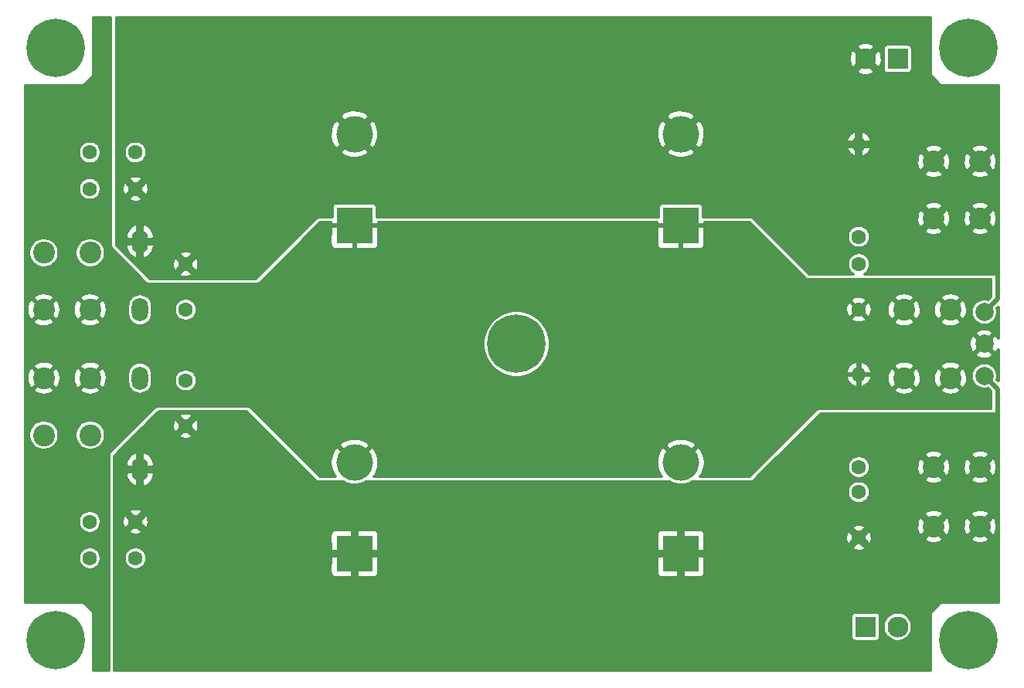
<source format=gbr>
%TF.GenerationSoftware,KiCad,Pcbnew,(5.1.6-0)*%
%TF.CreationDate,2024-01-23T19:11:50-08:00*%
%TF.ProjectId,psu_4caps,7073755f-3463-4617-9073-2e6b69636164,rev?*%
%TF.SameCoordinates,Original*%
%TF.FileFunction,Copper,L2,Bot*%
%TF.FilePolarity,Positive*%
%FSLAX46Y46*%
G04 Gerber Fmt 4.6, Leading zero omitted, Abs format (unit mm)*
G04 Created by KiCad (PCBNEW (5.1.6-0)) date 2024-01-23 19:11:50*
%MOMM*%
%LPD*%
G01*
G04 APERTURE LIST*
%TA.AperFunction,ComponentPad*%
%ADD10C,2.000000*%
%TD*%
%TA.AperFunction,ComponentPad*%
%ADD11C,1.600000*%
%TD*%
%TA.AperFunction,ComponentPad*%
%ADD12C,0.800000*%
%TD*%
%TA.AperFunction,ComponentPad*%
%ADD13C,6.400000*%
%TD*%
%TA.AperFunction,ComponentPad*%
%ADD14C,4.000000*%
%TD*%
%TA.AperFunction,ComponentPad*%
%ADD15R,4.000000X4.000000*%
%TD*%
%TA.AperFunction,ComponentPad*%
%ADD16C,2.400000*%
%TD*%
%TA.AperFunction,ComponentPad*%
%ADD17C,2.300000*%
%TD*%
%TA.AperFunction,ComponentPad*%
%ADD18R,2.300000X2.300000*%
%TD*%
%TA.AperFunction,ComponentPad*%
%ADD19O,1.600000X1.600000*%
%TD*%
%TA.AperFunction,ComponentPad*%
%ADD20O,1.800000X2.600000*%
%TD*%
%TA.AperFunction,ViaPad*%
%ADD21C,0.800000*%
%TD*%
%TA.AperFunction,Conductor*%
%ADD22C,0.500000*%
%TD*%
%TA.AperFunction,Conductor*%
%ADD23C,0.300000*%
%TD*%
G04 APERTURE END LIST*
D10*
%TO.P,J13,3*%
%TO.N,/V-*%
X143000000Y-91500000D03*
%TO.P,J13,2*%
%TO.N,GND*%
X143000000Y-95000000D03*
%TO.P,J13,1*%
%TO.N,/V+*%
X143000000Y-98500000D03*
%TD*%
D11*
%TO.P,C6,2*%
%TO.N,/AC4*%
X55500000Y-99000000D03*
%TO.P,C6,1*%
%TO.N,/V+*%
X55500000Y-104000000D03*
%TD*%
%TO.P,C5,2*%
%TO.N,/V+*%
X50000000Y-114500000D03*
%TO.P,C5,1*%
%TO.N,/AC1*%
X45000000Y-114500000D03*
%TD*%
%TO.P,C4,2*%
%TO.N,/AC4*%
X45000000Y-78000000D03*
%TO.P,C4,1*%
%TO.N,/V-*%
X50000000Y-78000000D03*
%TD*%
%TO.P,C3,2*%
%TO.N,/V-*%
X55500000Y-86250000D03*
%TO.P,C3,1*%
%TO.N,/AC1*%
X55500000Y-91250000D03*
%TD*%
D12*
%TO.P,H5,1*%
%TO.N,N/C*%
X93447056Y-93302944D03*
X91750000Y-92600000D03*
X90052944Y-93302944D03*
X89350000Y-95000000D03*
X90052944Y-96697056D03*
X91750000Y-97400000D03*
X93447056Y-96697056D03*
X94150000Y-95000000D03*
D13*
X91750000Y-95000000D03*
%TD*%
D14*
%TO.P,C10,2*%
%TO.N,/V-*%
X109750000Y-72000000D03*
D15*
%TO.P,C10,1*%
%TO.N,GND*%
X109750000Y-82000000D03*
%TD*%
D14*
%TO.P,C9,2*%
%TO.N,GND*%
X109750000Y-108000000D03*
D15*
%TO.P,C9,1*%
%TO.N,/V+*%
X109750000Y-118000000D03*
%TD*%
D14*
%TO.P,C8,2*%
%TO.N,/V-*%
X74000000Y-72000000D03*
D15*
%TO.P,C8,1*%
%TO.N,GND*%
X74000000Y-82000000D03*
%TD*%
D14*
%TO.P,C7,2*%
%TO.N,GND*%
X74000000Y-108000000D03*
D15*
%TO.P,C7,1*%
%TO.N,/V+*%
X74000000Y-118000000D03*
%TD*%
D16*
%TO.P,J12,1*%
%TO.N,/V-*%
X142540000Y-81250000D03*
X137460000Y-81250000D03*
%TD*%
%TO.P,J11,1*%
%TO.N,/V-*%
X142540000Y-75000000D03*
X137460000Y-75000000D03*
%TD*%
%TO.P,J10,1*%
%TO.N,GND*%
X139290000Y-98750000D03*
X134210000Y-98750000D03*
%TD*%
%TO.P,J9,1*%
%TO.N,GND*%
X139290000Y-91250000D03*
X134210000Y-91250000D03*
%TD*%
%TO.P,J8,1*%
%TO.N,/V+*%
X142540000Y-108500000D03*
X137460000Y-108500000D03*
%TD*%
%TO.P,J7,1*%
%TO.N,/V+*%
X142540000Y-115000000D03*
X137460000Y-115000000D03*
%TD*%
%TO.P,J4,1*%
%TO.N,/AC4*%
X45040000Y-85000000D03*
X39960000Y-85000000D03*
%TD*%
%TO.P,J3,1*%
%TO.N,GND*%
X45040000Y-98750000D03*
X39960000Y-98750000D03*
%TD*%
%TO.P,J2,1*%
%TO.N,GND*%
X45040000Y-91250000D03*
X39960000Y-91250000D03*
%TD*%
%TO.P,J1,1*%
%TO.N,/AC1*%
X45040000Y-105000000D03*
X39960000Y-105000000D03*
%TD*%
D11*
%TO.P,C2,2*%
%TO.N,GND*%
X50000000Y-74000000D03*
%TO.P,C2,1*%
%TO.N,/AC4*%
X45000000Y-74000000D03*
%TD*%
%TO.P,C1,2*%
%TO.N,GND*%
X50000000Y-118500000D03*
%TO.P,C1,1*%
%TO.N,/AC1*%
X45000000Y-118500000D03*
%TD*%
D12*
%TO.P,H4,1*%
%TO.N,N/C*%
X142947056Y-125802944D03*
X141250000Y-125100000D03*
X139552944Y-125802944D03*
X138850000Y-127500000D03*
X139552944Y-129197056D03*
X141250000Y-129900000D03*
X142947056Y-129197056D03*
X143650000Y-127500000D03*
D13*
X141250000Y-127500000D03*
%TD*%
D12*
%TO.P,H3,1*%
%TO.N,N/C*%
X142947056Y-60802944D03*
X141250000Y-60100000D03*
X139552944Y-60802944D03*
X138850000Y-62500000D03*
X139552944Y-64197056D03*
X141250000Y-64900000D03*
X142947056Y-64197056D03*
X143650000Y-62500000D03*
D13*
X141250000Y-62500000D03*
%TD*%
D12*
%TO.P,H2,1*%
%TO.N,N/C*%
X42947056Y-60802944D03*
X41250000Y-60100000D03*
X39552944Y-60802944D03*
X38850000Y-62500000D03*
X39552944Y-64197056D03*
X41250000Y-64900000D03*
X42947056Y-64197056D03*
X43650000Y-62500000D03*
D13*
X41250000Y-62500000D03*
%TD*%
D12*
%TO.P,H1,1*%
%TO.N,N/C*%
X42947056Y-125802944D03*
X41250000Y-125100000D03*
X39552944Y-125802944D03*
X38850000Y-127500000D03*
X39552944Y-129197056D03*
X41250000Y-129900000D03*
X42947056Y-129197056D03*
X43650000Y-127500000D03*
D13*
X41250000Y-127500000D03*
%TD*%
D17*
%TO.P,J6,2*%
%TO.N,/V-*%
X130000000Y-63750000D03*
D18*
%TO.P,J6,1*%
%TO.N,Net-(J6-Pad1)*%
X133500000Y-63750000D03*
%TD*%
D17*
%TO.P,J5,2*%
%TO.N,GND*%
X133500000Y-126000000D03*
D18*
%TO.P,J5,1*%
%TO.N,Net-(J5-Pad1)*%
X130000000Y-126000000D03*
%TD*%
D19*
%TO.P,R2,2*%
%TO.N,/V-*%
X129250000Y-73090000D03*
D11*
%TO.P,R2,1*%
%TO.N,Net-(C12-Pad2)*%
X129250000Y-83250000D03*
%TD*%
D19*
%TO.P,R1,2*%
%TO.N,GND*%
X129250000Y-98340000D03*
D11*
%TO.P,R1,1*%
%TO.N,Net-(C11-Pad2)*%
X129250000Y-108500000D03*
%TD*%
D20*
%TO.P,D1,4*%
%TO.N,/V-*%
X50500000Y-83750000D03*
%TO.P,D1,3*%
%TO.N,/AC4*%
X50500000Y-91250000D03*
%TO.P,D1,2*%
%TO.N,/AC1*%
X50500000Y-98750000D03*
%TO.P,D1,1*%
%TO.N,/V+*%
X50500000Y-108750000D03*
%TD*%
D11*
%TO.P,C12,2*%
%TO.N,Net-(C12-Pad2)*%
X129250000Y-86250000D03*
%TO.P,C12,1*%
%TO.N,GND*%
X129250000Y-91250000D03*
%TD*%
%TO.P,C11,2*%
%TO.N,Net-(C11-Pad2)*%
X129250000Y-111250000D03*
%TO.P,C11,1*%
%TO.N,/V+*%
X129250000Y-116250000D03*
%TD*%
D21*
%TO.N,GND*%
X39246429Y-68250000D03*
X39246429Y-72942500D03*
X39246429Y-78942500D03*
X39246429Y-87942500D03*
X39246429Y-93942500D03*
X39246429Y-101942500D03*
X39246429Y-107942500D03*
X39246429Y-113942500D03*
X39246429Y-119942500D03*
X42246429Y-69942500D03*
X42246429Y-81942500D03*
X42246429Y-96942500D03*
X42246429Y-110942500D03*
X42500000Y-116000000D03*
X42000000Y-122250000D03*
X46500000Y-60000000D03*
X46500000Y-65750000D03*
X45246429Y-93942500D03*
X45246429Y-101942500D03*
X46500000Y-129942500D03*
X46500000Y-107942500D03*
X46500000Y-125250000D03*
X48246429Y-96942500D03*
X53246429Y-88942500D03*
X54246429Y-93942500D03*
X58250000Y-90942500D03*
X59246429Y-94942500D03*
X61246429Y-88942500D03*
X62246429Y-97942500D03*
X63246429Y-92942500D03*
X64246429Y-101942500D03*
X66246429Y-86942500D03*
X66246429Y-95942500D03*
X67246429Y-104942500D03*
X68246429Y-90942500D03*
X68246429Y-99942500D03*
X71246429Y-85942500D03*
X71246429Y-93942500D03*
X71246429Y-102942500D03*
X73246429Y-89942500D03*
X73246429Y-97942500D03*
X75246429Y-104942500D03*
X76246429Y-92942500D03*
X77246429Y-87942500D03*
X77246429Y-99942500D03*
X79246429Y-95942500D03*
X80246429Y-84942500D03*
X80246429Y-90942500D03*
X80246429Y-102942500D03*
X82246429Y-98942500D03*
X82246429Y-106942500D03*
X83246429Y-87942500D03*
X83246429Y-93942500D03*
X84246429Y-82942500D03*
X85246429Y-101942500D03*
X86246429Y-90942500D03*
X86246429Y-108942500D03*
X87246429Y-85942500D03*
X88246429Y-104942500D03*
X89246429Y-99942500D03*
X90246429Y-82942500D03*
X90246429Y-88942500D03*
X91246429Y-107942500D03*
X92246429Y-102942500D03*
X93246429Y-85942500D03*
X86000000Y-96500000D03*
X95246429Y-105942500D03*
X96246429Y-82942500D03*
X96246429Y-100942500D03*
X97246429Y-87942500D03*
X97246429Y-93942500D03*
X98246429Y-108942500D03*
X99246429Y-97942500D03*
X99246429Y-103942500D03*
X100246429Y-84942500D03*
X100246429Y-90942500D03*
X102246429Y-94942500D03*
X102246429Y-100942500D03*
X102246429Y-106942500D03*
X103246429Y-87942500D03*
X104246429Y-82942500D03*
X105246429Y-91942500D03*
X105246429Y-97942500D03*
X105246429Y-103942500D03*
X107246429Y-85942500D03*
X108246429Y-94942500D03*
X108246429Y-100942500D03*
X109246429Y-89942500D03*
X110246429Y-104942500D03*
X111246429Y-97942500D03*
X112246429Y-92942500D03*
X113246429Y-87942500D03*
X113246429Y-101942500D03*
X115246429Y-95942500D03*
X115246429Y-105942500D03*
X116246429Y-84942500D03*
X116246429Y-90942500D03*
X117246429Y-99942500D03*
X119246429Y-87942500D03*
X119246429Y-93942500D03*
X119246429Y-103942500D03*
X121246429Y-97942500D03*
X122246429Y-90942500D03*
X123246429Y-101942500D03*
X124246429Y-94942500D03*
X126246429Y-88942500D03*
X126246429Y-98942500D03*
X128246429Y-93500000D03*
X130000000Y-101500000D03*
X131246429Y-95942500D03*
X132246429Y-88942500D03*
X135000000Y-95000000D03*
X140000000Y-95000000D03*
X94500000Y-90000000D03*
X55750000Y-96250000D03*
X48500000Y-93750000D03*
X53250000Y-99500000D03*
%TO.N,/V+*%
X133250000Y-118000000D03*
X134750000Y-120750000D03*
%TO.N,/V-*%
X133250000Y-74250000D03*
%TD*%
D22*
%TO.N,/V+*%
X143000000Y-98500000D02*
X144424990Y-99924990D01*
X144424990Y-99924990D02*
X144424990Y-103500000D01*
%TO.N,/V-*%
X143000000Y-91500000D02*
X144424990Y-90075010D01*
X144424990Y-90075010D02*
X144424990Y-86250000D01*
%TD*%
D23*
%TO.N,/V-*%
G36*
X137100000Y-65500000D02*
G01*
X137102882Y-65529264D01*
X137111418Y-65557403D01*
X137125280Y-65583336D01*
X137143934Y-65606066D01*
X138143934Y-66606066D01*
X138166664Y-66624720D01*
X138192597Y-66638582D01*
X138220736Y-66647118D01*
X138250000Y-66650000D01*
X144525000Y-66650000D01*
X144525000Y-87350000D01*
X129853673Y-87350000D01*
X130046828Y-87220938D01*
X130220938Y-87046828D01*
X130357735Y-86842097D01*
X130451963Y-86614611D01*
X130500000Y-86373114D01*
X130500000Y-86126886D01*
X130451963Y-85885389D01*
X130357735Y-85657903D01*
X130220938Y-85453172D01*
X130046828Y-85279062D01*
X129842097Y-85142265D01*
X129614611Y-85048037D01*
X129373114Y-85000000D01*
X129126886Y-85000000D01*
X128885389Y-85048037D01*
X128657903Y-85142265D01*
X128453172Y-85279062D01*
X128279062Y-85453172D01*
X128142265Y-85657903D01*
X128048037Y-85885389D01*
X128000000Y-86126886D01*
X128000000Y-86373114D01*
X128048037Y-86614611D01*
X128142265Y-86842097D01*
X128279062Y-87046828D01*
X128453172Y-87220938D01*
X128646327Y-87350000D01*
X123812132Y-87350000D01*
X119589018Y-83126886D01*
X128000000Y-83126886D01*
X128000000Y-83373114D01*
X128048037Y-83614611D01*
X128142265Y-83842097D01*
X128279062Y-84046828D01*
X128453172Y-84220938D01*
X128657903Y-84357735D01*
X128885389Y-84451963D01*
X129126886Y-84500000D01*
X129373114Y-84500000D01*
X129614611Y-84451963D01*
X129842097Y-84357735D01*
X130046828Y-84220938D01*
X130220938Y-84046828D01*
X130357735Y-83842097D01*
X130451963Y-83614611D01*
X130500000Y-83373114D01*
X130500000Y-83126886D01*
X130451963Y-82885389D01*
X130357735Y-82657903D01*
X130327901Y-82613252D01*
X136450302Y-82613252D01*
X136579516Y-82887207D01*
X136915837Y-83027523D01*
X137273070Y-83099529D01*
X137637487Y-83100459D01*
X137995083Y-83030277D01*
X138332117Y-82891680D01*
X138340484Y-82887207D01*
X138469698Y-82613252D01*
X141530302Y-82613252D01*
X141659516Y-82887207D01*
X141995837Y-83027523D01*
X142353070Y-83099529D01*
X142717487Y-83100459D01*
X143075083Y-83030277D01*
X143412117Y-82891680D01*
X143420484Y-82887207D01*
X143549698Y-82613252D01*
X142540000Y-81603553D01*
X141530302Y-82613252D01*
X138469698Y-82613252D01*
X137460000Y-81603553D01*
X136450302Y-82613252D01*
X130327901Y-82613252D01*
X130220938Y-82453172D01*
X130046828Y-82279062D01*
X129842097Y-82142265D01*
X129614611Y-82048037D01*
X129373114Y-82000000D01*
X129126886Y-82000000D01*
X128885389Y-82048037D01*
X128657903Y-82142265D01*
X128453172Y-82279062D01*
X128279062Y-82453172D01*
X128142265Y-82657903D01*
X128048037Y-82885389D01*
X128000000Y-83126886D01*
X119589018Y-83126886D01*
X117889619Y-81427487D01*
X135609541Y-81427487D01*
X135679723Y-81785083D01*
X135818320Y-82122117D01*
X135822793Y-82130484D01*
X136096748Y-82259698D01*
X137106447Y-81250000D01*
X137813553Y-81250000D01*
X138823252Y-82259698D01*
X139097207Y-82130484D01*
X139237523Y-81794163D01*
X139309529Y-81436930D01*
X139309553Y-81427487D01*
X140689541Y-81427487D01*
X140759723Y-81785083D01*
X140898320Y-82122117D01*
X140902793Y-82130484D01*
X141176748Y-82259698D01*
X142186447Y-81250000D01*
X142893553Y-81250000D01*
X143903252Y-82259698D01*
X144177207Y-82130484D01*
X144317523Y-81794163D01*
X144389529Y-81436930D01*
X144390459Y-81072513D01*
X144320277Y-80714917D01*
X144181680Y-80377883D01*
X144177207Y-80369516D01*
X143903252Y-80240302D01*
X142893553Y-81250000D01*
X142186447Y-81250000D01*
X141176748Y-80240302D01*
X140902793Y-80369516D01*
X140762477Y-80705837D01*
X140690471Y-81063070D01*
X140689541Y-81427487D01*
X139309553Y-81427487D01*
X139310459Y-81072513D01*
X139240277Y-80714917D01*
X139101680Y-80377883D01*
X139097207Y-80369516D01*
X138823252Y-80240302D01*
X137813553Y-81250000D01*
X137106447Y-81250000D01*
X136096748Y-80240302D01*
X135822793Y-80369516D01*
X135682477Y-80705837D01*
X135610471Y-81063070D01*
X135609541Y-81427487D01*
X117889619Y-81427487D01*
X117606066Y-81143934D01*
X117583336Y-81125280D01*
X117557403Y-81111418D01*
X117529264Y-81102882D01*
X117500000Y-81100000D01*
X112202177Y-81100000D01*
X112202177Y-80000000D01*
X112193489Y-79911785D01*
X112185895Y-79886748D01*
X136450302Y-79886748D01*
X137460000Y-80896447D01*
X138469698Y-79886748D01*
X141530302Y-79886748D01*
X142540000Y-80896447D01*
X143549698Y-79886748D01*
X143420484Y-79612793D01*
X143084163Y-79472477D01*
X142726930Y-79400471D01*
X142362513Y-79399541D01*
X142004917Y-79469723D01*
X141667883Y-79608320D01*
X141659516Y-79612793D01*
X141530302Y-79886748D01*
X138469698Y-79886748D01*
X138340484Y-79612793D01*
X138004163Y-79472477D01*
X137646930Y-79400471D01*
X137282513Y-79399541D01*
X136924917Y-79469723D01*
X136587883Y-79608320D01*
X136579516Y-79612793D01*
X136450302Y-79886748D01*
X112185895Y-79886748D01*
X112167757Y-79826959D01*
X112125971Y-79748784D01*
X112069737Y-79680263D01*
X112001216Y-79624029D01*
X111923041Y-79582243D01*
X111838215Y-79556511D01*
X111750000Y-79547823D01*
X107750000Y-79547823D01*
X107661785Y-79556511D01*
X107576959Y-79582243D01*
X107498784Y-79624029D01*
X107430263Y-79680263D01*
X107374029Y-79748784D01*
X107332243Y-79826959D01*
X107306511Y-79911785D01*
X107297823Y-80000000D01*
X107297823Y-81100000D01*
X76452177Y-81100000D01*
X76452177Y-80000000D01*
X76443489Y-79911785D01*
X76417757Y-79826959D01*
X76375971Y-79748784D01*
X76319737Y-79680263D01*
X76251216Y-79624029D01*
X76173041Y-79582243D01*
X76088215Y-79556511D01*
X76000000Y-79547823D01*
X72000000Y-79547823D01*
X71911785Y-79556511D01*
X71826959Y-79582243D01*
X71748784Y-79624029D01*
X71680263Y-79680263D01*
X71624029Y-79748784D01*
X71582243Y-79826959D01*
X71556511Y-79911785D01*
X71547823Y-80000000D01*
X71547823Y-81100000D01*
X70000000Y-81100000D01*
X69970736Y-81102882D01*
X69942597Y-81111418D01*
X69916664Y-81125280D01*
X69893934Y-81143934D01*
X63187868Y-87850000D01*
X51562132Y-87850000D01*
X51037038Y-87324906D01*
X54778648Y-87324906D01*
X54858542Y-87558215D01*
X55126088Y-87658221D01*
X55408003Y-87704109D01*
X55693454Y-87694116D01*
X55971470Y-87628627D01*
X56141458Y-87558215D01*
X56221352Y-87324906D01*
X55500000Y-86603553D01*
X54778648Y-87324906D01*
X51037038Y-87324906D01*
X49870135Y-86158003D01*
X54045891Y-86158003D01*
X54055884Y-86443454D01*
X54121373Y-86721470D01*
X54191785Y-86891458D01*
X54425094Y-86971352D01*
X55146447Y-86250000D01*
X55853553Y-86250000D01*
X56574906Y-86971352D01*
X56808215Y-86891458D01*
X56908221Y-86623912D01*
X56954109Y-86341997D01*
X56944116Y-86056546D01*
X56878627Y-85778530D01*
X56808215Y-85608542D01*
X56574906Y-85528648D01*
X55853553Y-86250000D01*
X55146447Y-86250000D01*
X54425094Y-85528648D01*
X54191785Y-85608542D01*
X54091779Y-85876088D01*
X54045891Y-86158003D01*
X49870135Y-86158003D01*
X47958336Y-84246204D01*
X48933721Y-84246204D01*
X48982585Y-84549921D01*
X49089762Y-84838270D01*
X49251134Y-85100169D01*
X49460499Y-85325553D01*
X49709812Y-85505762D01*
X50013779Y-85621764D01*
X50250000Y-85514792D01*
X50250000Y-84000000D01*
X50750000Y-84000000D01*
X50750000Y-85514792D01*
X50986221Y-85621764D01*
X51290188Y-85505762D01*
X51539501Y-85325553D01*
X51679266Y-85175094D01*
X54778648Y-85175094D01*
X55500000Y-85896447D01*
X56221352Y-85175094D01*
X56141458Y-84941785D01*
X55873912Y-84841779D01*
X55591997Y-84795891D01*
X55306546Y-84805884D01*
X55028530Y-84871373D01*
X54858542Y-84941785D01*
X54778648Y-85175094D01*
X51679266Y-85175094D01*
X51748866Y-85100169D01*
X51910238Y-84838270D01*
X52017415Y-84549921D01*
X52066279Y-84246204D01*
X51899545Y-84000000D01*
X50750000Y-84000000D01*
X50250000Y-84000000D01*
X49100455Y-84000000D01*
X48933721Y-84246204D01*
X47958336Y-84246204D01*
X47900000Y-84187868D01*
X47900000Y-83253796D01*
X48933721Y-83253796D01*
X49100455Y-83500000D01*
X50250000Y-83500000D01*
X50250000Y-81985208D01*
X50750000Y-81985208D01*
X50750000Y-83500000D01*
X51899545Y-83500000D01*
X52066279Y-83253796D01*
X52017415Y-82950079D01*
X51910238Y-82661730D01*
X51748866Y-82399831D01*
X51539501Y-82174447D01*
X51290188Y-81994238D01*
X50986221Y-81878236D01*
X50750000Y-81985208D01*
X50250000Y-81985208D01*
X50013779Y-81878236D01*
X49709812Y-81994238D01*
X49460499Y-82174447D01*
X49251134Y-82399831D01*
X49089762Y-82661730D01*
X48982585Y-82950079D01*
X48933721Y-83253796D01*
X47900000Y-83253796D01*
X47900000Y-79074906D01*
X49278648Y-79074906D01*
X49358542Y-79308215D01*
X49626088Y-79408221D01*
X49908003Y-79454109D01*
X50193454Y-79444116D01*
X50471470Y-79378627D01*
X50641458Y-79308215D01*
X50721352Y-79074906D01*
X50000000Y-78353553D01*
X49278648Y-79074906D01*
X47900000Y-79074906D01*
X47900000Y-77908003D01*
X48545891Y-77908003D01*
X48555884Y-78193454D01*
X48621373Y-78471470D01*
X48691785Y-78641458D01*
X48925094Y-78721352D01*
X49646447Y-78000000D01*
X50353553Y-78000000D01*
X51074906Y-78721352D01*
X51308215Y-78641458D01*
X51408221Y-78373912D01*
X51454109Y-78091997D01*
X51444116Y-77806546D01*
X51378627Y-77528530D01*
X51308215Y-77358542D01*
X51074906Y-77278648D01*
X50353553Y-78000000D01*
X49646447Y-78000000D01*
X48925094Y-77278648D01*
X48691785Y-77358542D01*
X48591779Y-77626088D01*
X48545891Y-77908003D01*
X47900000Y-77908003D01*
X47900000Y-76925094D01*
X49278648Y-76925094D01*
X50000000Y-77646447D01*
X50721352Y-76925094D01*
X50641458Y-76691785D01*
X50373912Y-76591779D01*
X50091997Y-76545891D01*
X49806546Y-76555884D01*
X49528530Y-76621373D01*
X49358542Y-76691785D01*
X49278648Y-76925094D01*
X47900000Y-76925094D01*
X47900000Y-76363252D01*
X136450302Y-76363252D01*
X136579516Y-76637207D01*
X136915837Y-76777523D01*
X137273070Y-76849529D01*
X137637487Y-76850459D01*
X137995083Y-76780277D01*
X138332117Y-76641680D01*
X138340484Y-76637207D01*
X138469698Y-76363252D01*
X141530302Y-76363252D01*
X141659516Y-76637207D01*
X141995837Y-76777523D01*
X142353070Y-76849529D01*
X142717487Y-76850459D01*
X143075083Y-76780277D01*
X143412117Y-76641680D01*
X143420484Y-76637207D01*
X143549698Y-76363252D01*
X142540000Y-75353553D01*
X141530302Y-76363252D01*
X138469698Y-76363252D01*
X137460000Y-75353553D01*
X136450302Y-76363252D01*
X47900000Y-76363252D01*
X47900000Y-73876886D01*
X48750000Y-73876886D01*
X48750000Y-74123114D01*
X48798037Y-74364611D01*
X48892265Y-74592097D01*
X49029062Y-74796828D01*
X49203172Y-74970938D01*
X49407903Y-75107735D01*
X49635389Y-75201963D01*
X49876886Y-75250000D01*
X50123114Y-75250000D01*
X50364611Y-75201963D01*
X50423701Y-75177487D01*
X135609541Y-75177487D01*
X135679723Y-75535083D01*
X135818320Y-75872117D01*
X135822793Y-75880484D01*
X136096748Y-76009698D01*
X137106447Y-75000000D01*
X137813553Y-75000000D01*
X138823252Y-76009698D01*
X139097207Y-75880484D01*
X139237523Y-75544163D01*
X139309529Y-75186930D01*
X139309553Y-75177487D01*
X140689541Y-75177487D01*
X140759723Y-75535083D01*
X140898320Y-75872117D01*
X140902793Y-75880484D01*
X141176748Y-76009698D01*
X142186447Y-75000000D01*
X142893553Y-75000000D01*
X143903252Y-76009698D01*
X144177207Y-75880484D01*
X144317523Y-75544163D01*
X144389529Y-75186930D01*
X144390459Y-74822513D01*
X144320277Y-74464917D01*
X144181680Y-74127883D01*
X144177207Y-74119516D01*
X143903252Y-73990302D01*
X142893553Y-75000000D01*
X142186447Y-75000000D01*
X141176748Y-73990302D01*
X140902793Y-74119516D01*
X140762477Y-74455837D01*
X140690471Y-74813070D01*
X140689541Y-75177487D01*
X139309553Y-75177487D01*
X139310459Y-74822513D01*
X139240277Y-74464917D01*
X139101680Y-74127883D01*
X139097207Y-74119516D01*
X138823252Y-73990302D01*
X137813553Y-75000000D01*
X137106447Y-75000000D01*
X136096748Y-73990302D01*
X135822793Y-74119516D01*
X135682477Y-74455837D01*
X135610471Y-74813070D01*
X135609541Y-75177487D01*
X50423701Y-75177487D01*
X50592097Y-75107735D01*
X50796828Y-74970938D01*
X50970938Y-74796828D01*
X51107735Y-74592097D01*
X51201963Y-74364611D01*
X51250000Y-74123114D01*
X51250000Y-73935911D01*
X72417642Y-73935911D01*
X72644000Y-74291698D01*
X73117144Y-74512207D01*
X73624215Y-74636172D01*
X74145728Y-74658830D01*
X74661640Y-74579312D01*
X75152125Y-74400672D01*
X75356000Y-74291698D01*
X75582358Y-73935911D01*
X108167642Y-73935911D01*
X108394000Y-74291698D01*
X108867144Y-74512207D01*
X109374215Y-74636172D01*
X109895728Y-74658830D01*
X110411640Y-74579312D01*
X110902125Y-74400672D01*
X111106000Y-74291698D01*
X111332358Y-73935911D01*
X109750000Y-72353553D01*
X108167642Y-73935911D01*
X75582358Y-73935911D01*
X74000000Y-72353553D01*
X72417642Y-73935911D01*
X51250000Y-73935911D01*
X51250000Y-73876886D01*
X51201963Y-73635389D01*
X51107735Y-73407903D01*
X50970938Y-73203172D01*
X50796828Y-73029062D01*
X50592097Y-72892265D01*
X50364611Y-72798037D01*
X50123114Y-72750000D01*
X49876886Y-72750000D01*
X49635389Y-72798037D01*
X49407903Y-72892265D01*
X49203172Y-73029062D01*
X49029062Y-73203172D01*
X48892265Y-73407903D01*
X48798037Y-73635389D01*
X48750000Y-73876886D01*
X47900000Y-73876886D01*
X47900000Y-72145728D01*
X71341170Y-72145728D01*
X71420688Y-72661640D01*
X71599328Y-73152125D01*
X71708302Y-73356000D01*
X72064089Y-73582358D01*
X73646447Y-72000000D01*
X74353553Y-72000000D01*
X75935911Y-73582358D01*
X76291698Y-73356000D01*
X76512207Y-72882856D01*
X76636172Y-72375785D01*
X76646167Y-72145728D01*
X107091170Y-72145728D01*
X107170688Y-72661640D01*
X107349328Y-73152125D01*
X107458302Y-73356000D01*
X107814089Y-73582358D01*
X109396447Y-72000000D01*
X110103553Y-72000000D01*
X111685911Y-73582358D01*
X111720491Y-73560357D01*
X127878397Y-73560357D01*
X127996514Y-73818906D01*
X128162802Y-74049443D01*
X128370870Y-74243109D01*
X128612723Y-74392462D01*
X128779645Y-74461593D01*
X129000000Y-74352995D01*
X129000000Y-73340000D01*
X129500000Y-73340000D01*
X129500000Y-74352995D01*
X129720355Y-74461593D01*
X129887277Y-74392462D01*
X130129130Y-74243109D01*
X130337198Y-74049443D01*
X130503486Y-73818906D01*
X130586704Y-73636748D01*
X136450302Y-73636748D01*
X137460000Y-74646447D01*
X138469698Y-73636748D01*
X141530302Y-73636748D01*
X142540000Y-74646447D01*
X143549698Y-73636748D01*
X143420484Y-73362793D01*
X143084163Y-73222477D01*
X142726930Y-73150471D01*
X142362513Y-73149541D01*
X142004917Y-73219723D01*
X141667883Y-73358320D01*
X141659516Y-73362793D01*
X141530302Y-73636748D01*
X138469698Y-73636748D01*
X138340484Y-73362793D01*
X138004163Y-73222477D01*
X137646930Y-73150471D01*
X137282513Y-73149541D01*
X136924917Y-73219723D01*
X136587883Y-73358320D01*
X136579516Y-73362793D01*
X136450302Y-73636748D01*
X130586704Y-73636748D01*
X130621603Y-73560357D01*
X130515796Y-73340000D01*
X129500000Y-73340000D01*
X129000000Y-73340000D01*
X127984204Y-73340000D01*
X127878397Y-73560357D01*
X111720491Y-73560357D01*
X112041698Y-73356000D01*
X112262207Y-72882856D01*
X112326555Y-72619643D01*
X127878397Y-72619643D01*
X127984204Y-72840000D01*
X129000000Y-72840000D01*
X129000000Y-71827005D01*
X129500000Y-71827005D01*
X129500000Y-72840000D01*
X130515796Y-72840000D01*
X130621603Y-72619643D01*
X130503486Y-72361094D01*
X130337198Y-72130557D01*
X130129130Y-71936891D01*
X129887277Y-71787538D01*
X129720355Y-71718407D01*
X129500000Y-71827005D01*
X129000000Y-71827005D01*
X128779645Y-71718407D01*
X128612723Y-71787538D01*
X128370870Y-71936891D01*
X128162802Y-72130557D01*
X127996514Y-72361094D01*
X127878397Y-72619643D01*
X112326555Y-72619643D01*
X112386172Y-72375785D01*
X112408830Y-71854272D01*
X112329312Y-71338360D01*
X112150672Y-70847875D01*
X112041698Y-70644000D01*
X111685911Y-70417642D01*
X110103553Y-72000000D01*
X109396447Y-72000000D01*
X107814089Y-70417642D01*
X107458302Y-70644000D01*
X107237793Y-71117144D01*
X107113828Y-71624215D01*
X107091170Y-72145728D01*
X76646167Y-72145728D01*
X76658830Y-71854272D01*
X76579312Y-71338360D01*
X76400672Y-70847875D01*
X76291698Y-70644000D01*
X75935911Y-70417642D01*
X74353553Y-72000000D01*
X73646447Y-72000000D01*
X72064089Y-70417642D01*
X71708302Y-70644000D01*
X71487793Y-71117144D01*
X71363828Y-71624215D01*
X71341170Y-72145728D01*
X47900000Y-72145728D01*
X47900000Y-70064089D01*
X72417642Y-70064089D01*
X74000000Y-71646447D01*
X75582358Y-70064089D01*
X108167642Y-70064089D01*
X109750000Y-71646447D01*
X111332358Y-70064089D01*
X111106000Y-69708302D01*
X110632856Y-69487793D01*
X110125785Y-69363828D01*
X109604272Y-69341170D01*
X109088360Y-69420688D01*
X108597875Y-69599328D01*
X108394000Y-69708302D01*
X108167642Y-70064089D01*
X75582358Y-70064089D01*
X75356000Y-69708302D01*
X74882856Y-69487793D01*
X74375785Y-69363828D01*
X73854272Y-69341170D01*
X73338360Y-69420688D01*
X72847875Y-69599328D01*
X72644000Y-69708302D01*
X72417642Y-70064089D01*
X47900000Y-70064089D01*
X47900000Y-65077321D01*
X129026233Y-65077321D01*
X129149327Y-65346178D01*
X129477070Y-65481466D01*
X129824910Y-65550215D01*
X130179479Y-65549782D01*
X130527150Y-65480185D01*
X130850673Y-65346178D01*
X130973767Y-65077321D01*
X130000000Y-64103553D01*
X129026233Y-65077321D01*
X47900000Y-65077321D01*
X47900000Y-63574910D01*
X128199785Y-63574910D01*
X128200218Y-63929479D01*
X128269815Y-64277150D01*
X128403822Y-64600673D01*
X128672679Y-64723767D01*
X129646447Y-63750000D01*
X130353553Y-63750000D01*
X131327321Y-64723767D01*
X131596178Y-64600673D01*
X131731466Y-64272930D01*
X131800215Y-63925090D01*
X131799782Y-63570521D01*
X131730185Y-63222850D01*
X131596178Y-62899327D01*
X131327321Y-62776233D01*
X130353553Y-63750000D01*
X129646447Y-63750000D01*
X128672679Y-62776233D01*
X128403822Y-62899327D01*
X128268534Y-63227070D01*
X128199785Y-63574910D01*
X47900000Y-63574910D01*
X47900000Y-62422679D01*
X129026233Y-62422679D01*
X130000000Y-63396447D01*
X130796446Y-62600000D01*
X131897823Y-62600000D01*
X131897823Y-64900000D01*
X131906511Y-64988215D01*
X131932243Y-65073041D01*
X131974029Y-65151216D01*
X132030263Y-65219737D01*
X132098784Y-65275971D01*
X132176959Y-65317757D01*
X132261785Y-65343489D01*
X132350000Y-65352177D01*
X134650000Y-65352177D01*
X134738215Y-65343489D01*
X134823041Y-65317757D01*
X134901216Y-65275971D01*
X134969737Y-65219737D01*
X135025971Y-65151216D01*
X135067757Y-65073041D01*
X135093489Y-64988215D01*
X135102177Y-64900000D01*
X135102177Y-62600000D01*
X135093489Y-62511785D01*
X135067757Y-62426959D01*
X135025971Y-62348784D01*
X134969737Y-62280263D01*
X134901216Y-62224029D01*
X134823041Y-62182243D01*
X134738215Y-62156511D01*
X134650000Y-62147823D01*
X132350000Y-62147823D01*
X132261785Y-62156511D01*
X132176959Y-62182243D01*
X132098784Y-62224029D01*
X132030263Y-62280263D01*
X131974029Y-62348784D01*
X131932243Y-62426959D01*
X131906511Y-62511785D01*
X131897823Y-62600000D01*
X130796446Y-62600000D01*
X130973767Y-62422679D01*
X130850673Y-62153822D01*
X130522930Y-62018534D01*
X130175090Y-61949785D01*
X129820521Y-61950218D01*
X129472850Y-62019815D01*
X129149327Y-62153822D01*
X129026233Y-62422679D01*
X47900000Y-62422679D01*
X47900000Y-59225000D01*
X137100000Y-59225000D01*
X137100000Y-65500000D01*
G37*
X137100000Y-65500000D02*
X137102882Y-65529264D01*
X137111418Y-65557403D01*
X137125280Y-65583336D01*
X137143934Y-65606066D01*
X138143934Y-66606066D01*
X138166664Y-66624720D01*
X138192597Y-66638582D01*
X138220736Y-66647118D01*
X138250000Y-66650000D01*
X144525000Y-66650000D01*
X144525000Y-87350000D01*
X129853673Y-87350000D01*
X130046828Y-87220938D01*
X130220938Y-87046828D01*
X130357735Y-86842097D01*
X130451963Y-86614611D01*
X130500000Y-86373114D01*
X130500000Y-86126886D01*
X130451963Y-85885389D01*
X130357735Y-85657903D01*
X130220938Y-85453172D01*
X130046828Y-85279062D01*
X129842097Y-85142265D01*
X129614611Y-85048037D01*
X129373114Y-85000000D01*
X129126886Y-85000000D01*
X128885389Y-85048037D01*
X128657903Y-85142265D01*
X128453172Y-85279062D01*
X128279062Y-85453172D01*
X128142265Y-85657903D01*
X128048037Y-85885389D01*
X128000000Y-86126886D01*
X128000000Y-86373114D01*
X128048037Y-86614611D01*
X128142265Y-86842097D01*
X128279062Y-87046828D01*
X128453172Y-87220938D01*
X128646327Y-87350000D01*
X123812132Y-87350000D01*
X119589018Y-83126886D01*
X128000000Y-83126886D01*
X128000000Y-83373114D01*
X128048037Y-83614611D01*
X128142265Y-83842097D01*
X128279062Y-84046828D01*
X128453172Y-84220938D01*
X128657903Y-84357735D01*
X128885389Y-84451963D01*
X129126886Y-84500000D01*
X129373114Y-84500000D01*
X129614611Y-84451963D01*
X129842097Y-84357735D01*
X130046828Y-84220938D01*
X130220938Y-84046828D01*
X130357735Y-83842097D01*
X130451963Y-83614611D01*
X130500000Y-83373114D01*
X130500000Y-83126886D01*
X130451963Y-82885389D01*
X130357735Y-82657903D01*
X130327901Y-82613252D01*
X136450302Y-82613252D01*
X136579516Y-82887207D01*
X136915837Y-83027523D01*
X137273070Y-83099529D01*
X137637487Y-83100459D01*
X137995083Y-83030277D01*
X138332117Y-82891680D01*
X138340484Y-82887207D01*
X138469698Y-82613252D01*
X141530302Y-82613252D01*
X141659516Y-82887207D01*
X141995837Y-83027523D01*
X142353070Y-83099529D01*
X142717487Y-83100459D01*
X143075083Y-83030277D01*
X143412117Y-82891680D01*
X143420484Y-82887207D01*
X143549698Y-82613252D01*
X142540000Y-81603553D01*
X141530302Y-82613252D01*
X138469698Y-82613252D01*
X137460000Y-81603553D01*
X136450302Y-82613252D01*
X130327901Y-82613252D01*
X130220938Y-82453172D01*
X130046828Y-82279062D01*
X129842097Y-82142265D01*
X129614611Y-82048037D01*
X129373114Y-82000000D01*
X129126886Y-82000000D01*
X128885389Y-82048037D01*
X128657903Y-82142265D01*
X128453172Y-82279062D01*
X128279062Y-82453172D01*
X128142265Y-82657903D01*
X128048037Y-82885389D01*
X128000000Y-83126886D01*
X119589018Y-83126886D01*
X117889619Y-81427487D01*
X135609541Y-81427487D01*
X135679723Y-81785083D01*
X135818320Y-82122117D01*
X135822793Y-82130484D01*
X136096748Y-82259698D01*
X137106447Y-81250000D01*
X137813553Y-81250000D01*
X138823252Y-82259698D01*
X139097207Y-82130484D01*
X139237523Y-81794163D01*
X139309529Y-81436930D01*
X139309553Y-81427487D01*
X140689541Y-81427487D01*
X140759723Y-81785083D01*
X140898320Y-82122117D01*
X140902793Y-82130484D01*
X141176748Y-82259698D01*
X142186447Y-81250000D01*
X142893553Y-81250000D01*
X143903252Y-82259698D01*
X144177207Y-82130484D01*
X144317523Y-81794163D01*
X144389529Y-81436930D01*
X144390459Y-81072513D01*
X144320277Y-80714917D01*
X144181680Y-80377883D01*
X144177207Y-80369516D01*
X143903252Y-80240302D01*
X142893553Y-81250000D01*
X142186447Y-81250000D01*
X141176748Y-80240302D01*
X140902793Y-80369516D01*
X140762477Y-80705837D01*
X140690471Y-81063070D01*
X140689541Y-81427487D01*
X139309553Y-81427487D01*
X139310459Y-81072513D01*
X139240277Y-80714917D01*
X139101680Y-80377883D01*
X139097207Y-80369516D01*
X138823252Y-80240302D01*
X137813553Y-81250000D01*
X137106447Y-81250000D01*
X136096748Y-80240302D01*
X135822793Y-80369516D01*
X135682477Y-80705837D01*
X135610471Y-81063070D01*
X135609541Y-81427487D01*
X117889619Y-81427487D01*
X117606066Y-81143934D01*
X117583336Y-81125280D01*
X117557403Y-81111418D01*
X117529264Y-81102882D01*
X117500000Y-81100000D01*
X112202177Y-81100000D01*
X112202177Y-80000000D01*
X112193489Y-79911785D01*
X112185895Y-79886748D01*
X136450302Y-79886748D01*
X137460000Y-80896447D01*
X138469698Y-79886748D01*
X141530302Y-79886748D01*
X142540000Y-80896447D01*
X143549698Y-79886748D01*
X143420484Y-79612793D01*
X143084163Y-79472477D01*
X142726930Y-79400471D01*
X142362513Y-79399541D01*
X142004917Y-79469723D01*
X141667883Y-79608320D01*
X141659516Y-79612793D01*
X141530302Y-79886748D01*
X138469698Y-79886748D01*
X138340484Y-79612793D01*
X138004163Y-79472477D01*
X137646930Y-79400471D01*
X137282513Y-79399541D01*
X136924917Y-79469723D01*
X136587883Y-79608320D01*
X136579516Y-79612793D01*
X136450302Y-79886748D01*
X112185895Y-79886748D01*
X112167757Y-79826959D01*
X112125971Y-79748784D01*
X112069737Y-79680263D01*
X112001216Y-79624029D01*
X111923041Y-79582243D01*
X111838215Y-79556511D01*
X111750000Y-79547823D01*
X107750000Y-79547823D01*
X107661785Y-79556511D01*
X107576959Y-79582243D01*
X107498784Y-79624029D01*
X107430263Y-79680263D01*
X107374029Y-79748784D01*
X107332243Y-79826959D01*
X107306511Y-79911785D01*
X107297823Y-80000000D01*
X107297823Y-81100000D01*
X76452177Y-81100000D01*
X76452177Y-80000000D01*
X76443489Y-79911785D01*
X76417757Y-79826959D01*
X76375971Y-79748784D01*
X76319737Y-79680263D01*
X76251216Y-79624029D01*
X76173041Y-79582243D01*
X76088215Y-79556511D01*
X76000000Y-79547823D01*
X72000000Y-79547823D01*
X71911785Y-79556511D01*
X71826959Y-79582243D01*
X71748784Y-79624029D01*
X71680263Y-79680263D01*
X71624029Y-79748784D01*
X71582243Y-79826959D01*
X71556511Y-79911785D01*
X71547823Y-80000000D01*
X71547823Y-81100000D01*
X70000000Y-81100000D01*
X69970736Y-81102882D01*
X69942597Y-81111418D01*
X69916664Y-81125280D01*
X69893934Y-81143934D01*
X63187868Y-87850000D01*
X51562132Y-87850000D01*
X51037038Y-87324906D01*
X54778648Y-87324906D01*
X54858542Y-87558215D01*
X55126088Y-87658221D01*
X55408003Y-87704109D01*
X55693454Y-87694116D01*
X55971470Y-87628627D01*
X56141458Y-87558215D01*
X56221352Y-87324906D01*
X55500000Y-86603553D01*
X54778648Y-87324906D01*
X51037038Y-87324906D01*
X49870135Y-86158003D01*
X54045891Y-86158003D01*
X54055884Y-86443454D01*
X54121373Y-86721470D01*
X54191785Y-86891458D01*
X54425094Y-86971352D01*
X55146447Y-86250000D01*
X55853553Y-86250000D01*
X56574906Y-86971352D01*
X56808215Y-86891458D01*
X56908221Y-86623912D01*
X56954109Y-86341997D01*
X56944116Y-86056546D01*
X56878627Y-85778530D01*
X56808215Y-85608542D01*
X56574906Y-85528648D01*
X55853553Y-86250000D01*
X55146447Y-86250000D01*
X54425094Y-85528648D01*
X54191785Y-85608542D01*
X54091779Y-85876088D01*
X54045891Y-86158003D01*
X49870135Y-86158003D01*
X47958336Y-84246204D01*
X48933721Y-84246204D01*
X48982585Y-84549921D01*
X49089762Y-84838270D01*
X49251134Y-85100169D01*
X49460499Y-85325553D01*
X49709812Y-85505762D01*
X50013779Y-85621764D01*
X50250000Y-85514792D01*
X50250000Y-84000000D01*
X50750000Y-84000000D01*
X50750000Y-85514792D01*
X50986221Y-85621764D01*
X51290188Y-85505762D01*
X51539501Y-85325553D01*
X51679266Y-85175094D01*
X54778648Y-85175094D01*
X55500000Y-85896447D01*
X56221352Y-85175094D01*
X56141458Y-84941785D01*
X55873912Y-84841779D01*
X55591997Y-84795891D01*
X55306546Y-84805884D01*
X55028530Y-84871373D01*
X54858542Y-84941785D01*
X54778648Y-85175094D01*
X51679266Y-85175094D01*
X51748866Y-85100169D01*
X51910238Y-84838270D01*
X52017415Y-84549921D01*
X52066279Y-84246204D01*
X51899545Y-84000000D01*
X50750000Y-84000000D01*
X50250000Y-84000000D01*
X49100455Y-84000000D01*
X48933721Y-84246204D01*
X47958336Y-84246204D01*
X47900000Y-84187868D01*
X47900000Y-83253796D01*
X48933721Y-83253796D01*
X49100455Y-83500000D01*
X50250000Y-83500000D01*
X50250000Y-81985208D01*
X50750000Y-81985208D01*
X50750000Y-83500000D01*
X51899545Y-83500000D01*
X52066279Y-83253796D01*
X52017415Y-82950079D01*
X51910238Y-82661730D01*
X51748866Y-82399831D01*
X51539501Y-82174447D01*
X51290188Y-81994238D01*
X50986221Y-81878236D01*
X50750000Y-81985208D01*
X50250000Y-81985208D01*
X50013779Y-81878236D01*
X49709812Y-81994238D01*
X49460499Y-82174447D01*
X49251134Y-82399831D01*
X49089762Y-82661730D01*
X48982585Y-82950079D01*
X48933721Y-83253796D01*
X47900000Y-83253796D01*
X47900000Y-79074906D01*
X49278648Y-79074906D01*
X49358542Y-79308215D01*
X49626088Y-79408221D01*
X49908003Y-79454109D01*
X50193454Y-79444116D01*
X50471470Y-79378627D01*
X50641458Y-79308215D01*
X50721352Y-79074906D01*
X50000000Y-78353553D01*
X49278648Y-79074906D01*
X47900000Y-79074906D01*
X47900000Y-77908003D01*
X48545891Y-77908003D01*
X48555884Y-78193454D01*
X48621373Y-78471470D01*
X48691785Y-78641458D01*
X48925094Y-78721352D01*
X49646447Y-78000000D01*
X50353553Y-78000000D01*
X51074906Y-78721352D01*
X51308215Y-78641458D01*
X51408221Y-78373912D01*
X51454109Y-78091997D01*
X51444116Y-77806546D01*
X51378627Y-77528530D01*
X51308215Y-77358542D01*
X51074906Y-77278648D01*
X50353553Y-78000000D01*
X49646447Y-78000000D01*
X48925094Y-77278648D01*
X48691785Y-77358542D01*
X48591779Y-77626088D01*
X48545891Y-77908003D01*
X47900000Y-77908003D01*
X47900000Y-76925094D01*
X49278648Y-76925094D01*
X50000000Y-77646447D01*
X50721352Y-76925094D01*
X50641458Y-76691785D01*
X50373912Y-76591779D01*
X50091997Y-76545891D01*
X49806546Y-76555884D01*
X49528530Y-76621373D01*
X49358542Y-76691785D01*
X49278648Y-76925094D01*
X47900000Y-76925094D01*
X47900000Y-76363252D01*
X136450302Y-76363252D01*
X136579516Y-76637207D01*
X136915837Y-76777523D01*
X137273070Y-76849529D01*
X137637487Y-76850459D01*
X137995083Y-76780277D01*
X138332117Y-76641680D01*
X138340484Y-76637207D01*
X138469698Y-76363252D01*
X141530302Y-76363252D01*
X141659516Y-76637207D01*
X141995837Y-76777523D01*
X142353070Y-76849529D01*
X142717487Y-76850459D01*
X143075083Y-76780277D01*
X143412117Y-76641680D01*
X143420484Y-76637207D01*
X143549698Y-76363252D01*
X142540000Y-75353553D01*
X141530302Y-76363252D01*
X138469698Y-76363252D01*
X137460000Y-75353553D01*
X136450302Y-76363252D01*
X47900000Y-76363252D01*
X47900000Y-73876886D01*
X48750000Y-73876886D01*
X48750000Y-74123114D01*
X48798037Y-74364611D01*
X48892265Y-74592097D01*
X49029062Y-74796828D01*
X49203172Y-74970938D01*
X49407903Y-75107735D01*
X49635389Y-75201963D01*
X49876886Y-75250000D01*
X50123114Y-75250000D01*
X50364611Y-75201963D01*
X50423701Y-75177487D01*
X135609541Y-75177487D01*
X135679723Y-75535083D01*
X135818320Y-75872117D01*
X135822793Y-75880484D01*
X136096748Y-76009698D01*
X137106447Y-75000000D01*
X137813553Y-75000000D01*
X138823252Y-76009698D01*
X139097207Y-75880484D01*
X139237523Y-75544163D01*
X139309529Y-75186930D01*
X139309553Y-75177487D01*
X140689541Y-75177487D01*
X140759723Y-75535083D01*
X140898320Y-75872117D01*
X140902793Y-75880484D01*
X141176748Y-76009698D01*
X142186447Y-75000000D01*
X142893553Y-75000000D01*
X143903252Y-76009698D01*
X144177207Y-75880484D01*
X144317523Y-75544163D01*
X144389529Y-75186930D01*
X144390459Y-74822513D01*
X144320277Y-74464917D01*
X144181680Y-74127883D01*
X144177207Y-74119516D01*
X143903252Y-73990302D01*
X142893553Y-75000000D01*
X142186447Y-75000000D01*
X141176748Y-73990302D01*
X140902793Y-74119516D01*
X140762477Y-74455837D01*
X140690471Y-74813070D01*
X140689541Y-75177487D01*
X139309553Y-75177487D01*
X139310459Y-74822513D01*
X139240277Y-74464917D01*
X139101680Y-74127883D01*
X139097207Y-74119516D01*
X138823252Y-73990302D01*
X137813553Y-75000000D01*
X137106447Y-75000000D01*
X136096748Y-73990302D01*
X135822793Y-74119516D01*
X135682477Y-74455837D01*
X135610471Y-74813070D01*
X135609541Y-75177487D01*
X50423701Y-75177487D01*
X50592097Y-75107735D01*
X50796828Y-74970938D01*
X50970938Y-74796828D01*
X51107735Y-74592097D01*
X51201963Y-74364611D01*
X51250000Y-74123114D01*
X51250000Y-73935911D01*
X72417642Y-73935911D01*
X72644000Y-74291698D01*
X73117144Y-74512207D01*
X73624215Y-74636172D01*
X74145728Y-74658830D01*
X74661640Y-74579312D01*
X75152125Y-74400672D01*
X75356000Y-74291698D01*
X75582358Y-73935911D01*
X108167642Y-73935911D01*
X108394000Y-74291698D01*
X108867144Y-74512207D01*
X109374215Y-74636172D01*
X109895728Y-74658830D01*
X110411640Y-74579312D01*
X110902125Y-74400672D01*
X111106000Y-74291698D01*
X111332358Y-73935911D01*
X109750000Y-72353553D01*
X108167642Y-73935911D01*
X75582358Y-73935911D01*
X74000000Y-72353553D01*
X72417642Y-73935911D01*
X51250000Y-73935911D01*
X51250000Y-73876886D01*
X51201963Y-73635389D01*
X51107735Y-73407903D01*
X50970938Y-73203172D01*
X50796828Y-73029062D01*
X50592097Y-72892265D01*
X50364611Y-72798037D01*
X50123114Y-72750000D01*
X49876886Y-72750000D01*
X49635389Y-72798037D01*
X49407903Y-72892265D01*
X49203172Y-73029062D01*
X49029062Y-73203172D01*
X48892265Y-73407903D01*
X48798037Y-73635389D01*
X48750000Y-73876886D01*
X47900000Y-73876886D01*
X47900000Y-72145728D01*
X71341170Y-72145728D01*
X71420688Y-72661640D01*
X71599328Y-73152125D01*
X71708302Y-73356000D01*
X72064089Y-73582358D01*
X73646447Y-72000000D01*
X74353553Y-72000000D01*
X75935911Y-73582358D01*
X76291698Y-73356000D01*
X76512207Y-72882856D01*
X76636172Y-72375785D01*
X76646167Y-72145728D01*
X107091170Y-72145728D01*
X107170688Y-72661640D01*
X107349328Y-73152125D01*
X107458302Y-73356000D01*
X107814089Y-73582358D01*
X109396447Y-72000000D01*
X110103553Y-72000000D01*
X111685911Y-73582358D01*
X111720491Y-73560357D01*
X127878397Y-73560357D01*
X127996514Y-73818906D01*
X128162802Y-74049443D01*
X128370870Y-74243109D01*
X128612723Y-74392462D01*
X128779645Y-74461593D01*
X129000000Y-74352995D01*
X129000000Y-73340000D01*
X129500000Y-73340000D01*
X129500000Y-74352995D01*
X129720355Y-74461593D01*
X129887277Y-74392462D01*
X130129130Y-74243109D01*
X130337198Y-74049443D01*
X130503486Y-73818906D01*
X130586704Y-73636748D01*
X136450302Y-73636748D01*
X137460000Y-74646447D01*
X138469698Y-73636748D01*
X141530302Y-73636748D01*
X142540000Y-74646447D01*
X143549698Y-73636748D01*
X143420484Y-73362793D01*
X143084163Y-73222477D01*
X142726930Y-73150471D01*
X142362513Y-73149541D01*
X142004917Y-73219723D01*
X141667883Y-73358320D01*
X141659516Y-73362793D01*
X141530302Y-73636748D01*
X138469698Y-73636748D01*
X138340484Y-73362793D01*
X138004163Y-73222477D01*
X137646930Y-73150471D01*
X137282513Y-73149541D01*
X136924917Y-73219723D01*
X136587883Y-73358320D01*
X136579516Y-73362793D01*
X136450302Y-73636748D01*
X130586704Y-73636748D01*
X130621603Y-73560357D01*
X130515796Y-73340000D01*
X129500000Y-73340000D01*
X129000000Y-73340000D01*
X127984204Y-73340000D01*
X127878397Y-73560357D01*
X111720491Y-73560357D01*
X112041698Y-73356000D01*
X112262207Y-72882856D01*
X112326555Y-72619643D01*
X127878397Y-72619643D01*
X127984204Y-72840000D01*
X129000000Y-72840000D01*
X129000000Y-71827005D01*
X129500000Y-71827005D01*
X129500000Y-72840000D01*
X130515796Y-72840000D01*
X130621603Y-72619643D01*
X130503486Y-72361094D01*
X130337198Y-72130557D01*
X130129130Y-71936891D01*
X129887277Y-71787538D01*
X129720355Y-71718407D01*
X129500000Y-71827005D01*
X129000000Y-71827005D01*
X128779645Y-71718407D01*
X128612723Y-71787538D01*
X128370870Y-71936891D01*
X128162802Y-72130557D01*
X127996514Y-72361094D01*
X127878397Y-72619643D01*
X112326555Y-72619643D01*
X112386172Y-72375785D01*
X112408830Y-71854272D01*
X112329312Y-71338360D01*
X112150672Y-70847875D01*
X112041698Y-70644000D01*
X111685911Y-70417642D01*
X110103553Y-72000000D01*
X109396447Y-72000000D01*
X107814089Y-70417642D01*
X107458302Y-70644000D01*
X107237793Y-71117144D01*
X107113828Y-71624215D01*
X107091170Y-72145728D01*
X76646167Y-72145728D01*
X76658830Y-71854272D01*
X76579312Y-71338360D01*
X76400672Y-70847875D01*
X76291698Y-70644000D01*
X75935911Y-70417642D01*
X74353553Y-72000000D01*
X73646447Y-72000000D01*
X72064089Y-70417642D01*
X71708302Y-70644000D01*
X71487793Y-71117144D01*
X71363828Y-71624215D01*
X71341170Y-72145728D01*
X47900000Y-72145728D01*
X47900000Y-70064089D01*
X72417642Y-70064089D01*
X74000000Y-71646447D01*
X75582358Y-70064089D01*
X108167642Y-70064089D01*
X109750000Y-71646447D01*
X111332358Y-70064089D01*
X111106000Y-69708302D01*
X110632856Y-69487793D01*
X110125785Y-69363828D01*
X109604272Y-69341170D01*
X109088360Y-69420688D01*
X108597875Y-69599328D01*
X108394000Y-69708302D01*
X108167642Y-70064089D01*
X75582358Y-70064089D01*
X75356000Y-69708302D01*
X74882856Y-69487793D01*
X74375785Y-69363828D01*
X73854272Y-69341170D01*
X73338360Y-69420688D01*
X72847875Y-69599328D01*
X72644000Y-69708302D01*
X72417642Y-70064089D01*
X47900000Y-70064089D01*
X47900000Y-65077321D01*
X129026233Y-65077321D01*
X129149327Y-65346178D01*
X129477070Y-65481466D01*
X129824910Y-65550215D01*
X130179479Y-65549782D01*
X130527150Y-65480185D01*
X130850673Y-65346178D01*
X130973767Y-65077321D01*
X130000000Y-64103553D01*
X129026233Y-65077321D01*
X47900000Y-65077321D01*
X47900000Y-63574910D01*
X128199785Y-63574910D01*
X128200218Y-63929479D01*
X128269815Y-64277150D01*
X128403822Y-64600673D01*
X128672679Y-64723767D01*
X129646447Y-63750000D01*
X130353553Y-63750000D01*
X131327321Y-64723767D01*
X131596178Y-64600673D01*
X131731466Y-64272930D01*
X131800215Y-63925090D01*
X131799782Y-63570521D01*
X131730185Y-63222850D01*
X131596178Y-62899327D01*
X131327321Y-62776233D01*
X130353553Y-63750000D01*
X129646447Y-63750000D01*
X128672679Y-62776233D01*
X128403822Y-62899327D01*
X128268534Y-63227070D01*
X128199785Y-63574910D01*
X47900000Y-63574910D01*
X47900000Y-62422679D01*
X129026233Y-62422679D01*
X130000000Y-63396447D01*
X130796446Y-62600000D01*
X131897823Y-62600000D01*
X131897823Y-64900000D01*
X131906511Y-64988215D01*
X131932243Y-65073041D01*
X131974029Y-65151216D01*
X132030263Y-65219737D01*
X132098784Y-65275971D01*
X132176959Y-65317757D01*
X132261785Y-65343489D01*
X132350000Y-65352177D01*
X134650000Y-65352177D01*
X134738215Y-65343489D01*
X134823041Y-65317757D01*
X134901216Y-65275971D01*
X134969737Y-65219737D01*
X135025971Y-65151216D01*
X135067757Y-65073041D01*
X135093489Y-64988215D01*
X135102177Y-64900000D01*
X135102177Y-62600000D01*
X135093489Y-62511785D01*
X135067757Y-62426959D01*
X135025971Y-62348784D01*
X134969737Y-62280263D01*
X134901216Y-62224029D01*
X134823041Y-62182243D01*
X134738215Y-62156511D01*
X134650000Y-62147823D01*
X132350000Y-62147823D01*
X132261785Y-62156511D01*
X132176959Y-62182243D01*
X132098784Y-62224029D01*
X132030263Y-62280263D01*
X131974029Y-62348784D01*
X131932243Y-62426959D01*
X131906511Y-62511785D01*
X131897823Y-62600000D01*
X130796446Y-62600000D01*
X130973767Y-62422679D01*
X130850673Y-62153822D01*
X130522930Y-62018534D01*
X130175090Y-61949785D01*
X129820521Y-61950218D01*
X129472850Y-62019815D01*
X129149327Y-62153822D01*
X129026233Y-62422679D01*
X47900000Y-62422679D01*
X47900000Y-59225000D01*
X137100000Y-59225000D01*
X137100000Y-65500000D01*
%TO.N,GND*%
G36*
X47300000Y-84250000D02*
G01*
X47308647Y-84337791D01*
X47334254Y-84422208D01*
X47375839Y-84500007D01*
X47431802Y-84568198D01*
X51181802Y-88318198D01*
X51249993Y-88374161D01*
X51327792Y-88415746D01*
X51412209Y-88441353D01*
X51500000Y-88450000D01*
X63250000Y-88450000D01*
X63337791Y-88441353D01*
X63422208Y-88415746D01*
X63500007Y-88374161D01*
X63568198Y-88318198D01*
X67886396Y-84000000D01*
X71346855Y-84000000D01*
X71359405Y-84127422D01*
X71396573Y-84249948D01*
X71456930Y-84362868D01*
X71538157Y-84461843D01*
X71637132Y-84543070D01*
X71750052Y-84603427D01*
X71872578Y-84640595D01*
X72000000Y-84653145D01*
X73737500Y-84650000D01*
X73900000Y-84487500D01*
X73900000Y-82100000D01*
X74100000Y-82100000D01*
X74100000Y-84487500D01*
X74262500Y-84650000D01*
X76000000Y-84653145D01*
X76127422Y-84640595D01*
X76249948Y-84603427D01*
X76362868Y-84543070D01*
X76461843Y-84461843D01*
X76543070Y-84362868D01*
X76603427Y-84249948D01*
X76640595Y-84127422D01*
X76653145Y-84000000D01*
X107096855Y-84000000D01*
X107109405Y-84127422D01*
X107146573Y-84249948D01*
X107206930Y-84362868D01*
X107288157Y-84461843D01*
X107387132Y-84543070D01*
X107500052Y-84603427D01*
X107622578Y-84640595D01*
X107750000Y-84653145D01*
X109487500Y-84650000D01*
X109650000Y-84487500D01*
X109650000Y-82100000D01*
X109850000Y-82100000D01*
X109850000Y-84487500D01*
X110012500Y-84650000D01*
X111750000Y-84653145D01*
X111877422Y-84640595D01*
X111999948Y-84603427D01*
X112112868Y-84543070D01*
X112211843Y-84461843D01*
X112293070Y-84362868D01*
X112353427Y-84249948D01*
X112390595Y-84127422D01*
X112403145Y-84000000D01*
X112400000Y-82262500D01*
X112237500Y-82100000D01*
X109850000Y-82100000D01*
X109650000Y-82100000D01*
X107262500Y-82100000D01*
X107100000Y-82262500D01*
X107096855Y-84000000D01*
X76653145Y-84000000D01*
X76650000Y-82262500D01*
X76487500Y-82100000D01*
X74100000Y-82100000D01*
X73900000Y-82100000D01*
X71512500Y-82100000D01*
X71350000Y-82262500D01*
X71346855Y-84000000D01*
X67886396Y-84000000D01*
X70186396Y-81700000D01*
X71349932Y-81700000D01*
X71350000Y-81737500D01*
X71512500Y-81900000D01*
X73900000Y-81900000D01*
X73900000Y-81880000D01*
X74100000Y-81880000D01*
X74100000Y-81900000D01*
X76487500Y-81900000D01*
X76650000Y-81737500D01*
X76650068Y-81700000D01*
X107099932Y-81700000D01*
X107100000Y-81737500D01*
X107262500Y-81900000D01*
X109650000Y-81900000D01*
X109650000Y-81880000D01*
X109850000Y-81880000D01*
X109850000Y-81900000D01*
X112237500Y-81900000D01*
X112400000Y-81737500D01*
X112400068Y-81700000D01*
X117313604Y-81700000D01*
X123431802Y-87818198D01*
X123499993Y-87874161D01*
X123577792Y-87915746D01*
X123662209Y-87941353D01*
X123750000Y-87950000D01*
X143724991Y-87950000D01*
X143724990Y-89785060D01*
X143407417Y-90102633D01*
X143142813Y-90050000D01*
X142857187Y-90050000D01*
X142577051Y-90105723D01*
X142313167Y-90215027D01*
X142075679Y-90373711D01*
X141873711Y-90575679D01*
X141715027Y-90813167D01*
X141605723Y-91077051D01*
X141550000Y-91357187D01*
X141550000Y-91642813D01*
X141605723Y-91922949D01*
X141715027Y-92186833D01*
X141873711Y-92424321D01*
X142075679Y-92626289D01*
X142313167Y-92784973D01*
X142577051Y-92894277D01*
X142857187Y-92950000D01*
X143142813Y-92950000D01*
X143422949Y-92894277D01*
X143686833Y-92784973D01*
X143924321Y-92626289D01*
X144126289Y-92424321D01*
X144284973Y-92186833D01*
X144394277Y-91922949D01*
X144450000Y-91642813D01*
X144450000Y-91357187D01*
X144397367Y-91092583D01*
X144525000Y-90964949D01*
X144525000Y-94354616D01*
X144518063Y-94333369D01*
X144397674Y-94108138D01*
X144125811Y-94015610D01*
X143141421Y-95000000D01*
X144125811Y-95984390D01*
X144397674Y-95891862D01*
X144525001Y-95641075D01*
X144525001Y-99035051D01*
X144397367Y-98907417D01*
X144450000Y-98642813D01*
X144450000Y-98357187D01*
X144394277Y-98077051D01*
X144284973Y-97813167D01*
X144126289Y-97575679D01*
X143924321Y-97373711D01*
X143686833Y-97215027D01*
X143422949Y-97105723D01*
X143142813Y-97050000D01*
X142857187Y-97050000D01*
X142577051Y-97105723D01*
X142313167Y-97215027D01*
X142075679Y-97373711D01*
X141873711Y-97575679D01*
X141715027Y-97813167D01*
X141605723Y-98077051D01*
X141550000Y-98357187D01*
X141550000Y-98642813D01*
X141605723Y-98922949D01*
X141715027Y-99186833D01*
X141873711Y-99424321D01*
X142075679Y-99626289D01*
X142313167Y-99784973D01*
X142577051Y-99894277D01*
X142857187Y-99950000D01*
X143142813Y-99950000D01*
X143407417Y-99897367D01*
X143724990Y-100214940D01*
X143724991Y-102050000D01*
X125000000Y-102050000D01*
X124912209Y-102058647D01*
X124827792Y-102084254D01*
X124749993Y-102125839D01*
X124681802Y-102181802D01*
X117313604Y-109550000D01*
X111843932Y-109550000D01*
X111961527Y-109483162D01*
X112208384Y-109023216D01*
X112360766Y-108523948D01*
X112412818Y-108004545D01*
X112362540Y-107484968D01*
X112211863Y-106985183D01*
X111966578Y-106524397D01*
X111961527Y-106516838D01*
X111587290Y-106304131D01*
X109891421Y-108000000D01*
X109905564Y-108014143D01*
X109764143Y-108155564D01*
X109750000Y-108141421D01*
X109735858Y-108155564D01*
X109594437Y-108014143D01*
X109608579Y-108000000D01*
X107912710Y-106304131D01*
X107538473Y-106516838D01*
X107291616Y-106976784D01*
X107139234Y-107476052D01*
X107087182Y-107995455D01*
X107137460Y-108515032D01*
X107288137Y-109014817D01*
X107533422Y-109475603D01*
X107538473Y-109483162D01*
X107656068Y-109550000D01*
X76093932Y-109550000D01*
X76211527Y-109483162D01*
X76458384Y-109023216D01*
X76610766Y-108523948D01*
X76662818Y-108004545D01*
X76612540Y-107484968D01*
X76461863Y-106985183D01*
X76216578Y-106524397D01*
X76211527Y-106516838D01*
X75837290Y-106304131D01*
X74141421Y-108000000D01*
X74155564Y-108014143D01*
X74014143Y-108155564D01*
X74000000Y-108141421D01*
X73985858Y-108155564D01*
X73844437Y-108014143D01*
X73858579Y-108000000D01*
X72162710Y-106304131D01*
X71788473Y-106516838D01*
X71541616Y-106976784D01*
X71389234Y-107476052D01*
X71337182Y-107995455D01*
X71387460Y-108515032D01*
X71538137Y-109014817D01*
X71783422Y-109475603D01*
X71788473Y-109483162D01*
X71906068Y-109550000D01*
X70186396Y-109550000D01*
X66799106Y-106162710D01*
X72304131Y-106162710D01*
X74000000Y-107858579D01*
X75695869Y-106162710D01*
X108054131Y-106162710D01*
X109750000Y-107858579D01*
X111445869Y-106162710D01*
X111233162Y-105788473D01*
X110773216Y-105541616D01*
X110273948Y-105389234D01*
X109754545Y-105337182D01*
X109234968Y-105387460D01*
X108735183Y-105538137D01*
X108274397Y-105783422D01*
X108266838Y-105788473D01*
X108054131Y-106162710D01*
X75695869Y-106162710D01*
X75483162Y-105788473D01*
X75023216Y-105541616D01*
X74523948Y-105389234D01*
X74004545Y-105337182D01*
X73484968Y-105387460D01*
X72985183Y-105538137D01*
X72524397Y-105783422D01*
X72516838Y-105788473D01*
X72304131Y-106162710D01*
X66799106Y-106162710D01*
X62568198Y-101931802D01*
X62500007Y-101875839D01*
X62422208Y-101834254D01*
X62337791Y-101808647D01*
X62250000Y-101800000D01*
X52500000Y-101800000D01*
X52412209Y-101808647D01*
X52327792Y-101834254D01*
X52249993Y-101875839D01*
X52181802Y-101931802D01*
X47181802Y-106931802D01*
X47125839Y-106999993D01*
X47084254Y-107077792D01*
X47058647Y-107162209D01*
X47050000Y-107250000D01*
X47050000Y-130775000D01*
X45400000Y-130775000D01*
X45400000Y-124500000D01*
X45397118Y-124470736D01*
X45388582Y-124442597D01*
X45374720Y-124416664D01*
X45356066Y-124393934D01*
X44356066Y-123393934D01*
X44333336Y-123375280D01*
X44307403Y-123361418D01*
X44279264Y-123352882D01*
X44250000Y-123350000D01*
X37975000Y-123350000D01*
X37975000Y-118376886D01*
X43750000Y-118376886D01*
X43750000Y-118623114D01*
X43798037Y-118864611D01*
X43892265Y-119092097D01*
X44029062Y-119296828D01*
X44203172Y-119470938D01*
X44407903Y-119607735D01*
X44635389Y-119701963D01*
X44876886Y-119750000D01*
X45123114Y-119750000D01*
X45364611Y-119701963D01*
X45592097Y-119607735D01*
X45796828Y-119470938D01*
X45970938Y-119296828D01*
X46107735Y-119092097D01*
X46201963Y-118864611D01*
X46250000Y-118623114D01*
X46250000Y-118376886D01*
X46201963Y-118135389D01*
X46107735Y-117907903D01*
X45970938Y-117703172D01*
X45796828Y-117529062D01*
X45592097Y-117392265D01*
X45364611Y-117298037D01*
X45123114Y-117250000D01*
X44876886Y-117250000D01*
X44635389Y-117298037D01*
X44407903Y-117392265D01*
X44203172Y-117529062D01*
X44029062Y-117703172D01*
X43892265Y-117907903D01*
X43798037Y-118135389D01*
X43750000Y-118376886D01*
X37975000Y-118376886D01*
X37975000Y-114376886D01*
X43750000Y-114376886D01*
X43750000Y-114623114D01*
X43798037Y-114864611D01*
X43892265Y-115092097D01*
X44029062Y-115296828D01*
X44203172Y-115470938D01*
X44407903Y-115607735D01*
X44635389Y-115701963D01*
X44876886Y-115750000D01*
X45123114Y-115750000D01*
X45364611Y-115701963D01*
X45592097Y-115607735D01*
X45796828Y-115470938D01*
X45970938Y-115296828D01*
X46107735Y-115092097D01*
X46201963Y-114864611D01*
X46250000Y-114623114D01*
X46250000Y-114376886D01*
X46201963Y-114135389D01*
X46107735Y-113907903D01*
X45970938Y-113703172D01*
X45796828Y-113529062D01*
X45592097Y-113392265D01*
X45364611Y-113298037D01*
X45123114Y-113250000D01*
X44876886Y-113250000D01*
X44635389Y-113298037D01*
X44407903Y-113392265D01*
X44203172Y-113529062D01*
X44029062Y-113703172D01*
X43892265Y-113907903D01*
X43798037Y-114135389D01*
X43750000Y-114376886D01*
X37975000Y-114376886D01*
X37975000Y-104837489D01*
X38310000Y-104837489D01*
X38310000Y-105162511D01*
X38373408Y-105481287D01*
X38497789Y-105781568D01*
X38678361Y-106051814D01*
X38908186Y-106281639D01*
X39178432Y-106462211D01*
X39478713Y-106586592D01*
X39797489Y-106650000D01*
X40122511Y-106650000D01*
X40441287Y-106586592D01*
X40741568Y-106462211D01*
X41011814Y-106281639D01*
X41241639Y-106051814D01*
X41422211Y-105781568D01*
X41546592Y-105481287D01*
X41610000Y-105162511D01*
X41610000Y-104837489D01*
X43390000Y-104837489D01*
X43390000Y-105162511D01*
X43453408Y-105481287D01*
X43577789Y-105781568D01*
X43758361Y-106051814D01*
X43988186Y-106281639D01*
X44258432Y-106462211D01*
X44558713Y-106586592D01*
X44877489Y-106650000D01*
X45202511Y-106650000D01*
X45521287Y-106586592D01*
X45821568Y-106462211D01*
X46091814Y-106281639D01*
X46321639Y-106051814D01*
X46502211Y-105781568D01*
X46626592Y-105481287D01*
X46690000Y-105162511D01*
X46690000Y-104837489D01*
X46626592Y-104518713D01*
X46502211Y-104218432D01*
X46321639Y-103948186D01*
X46091814Y-103718361D01*
X45821568Y-103537789D01*
X45521287Y-103413408D01*
X45202511Y-103350000D01*
X44877489Y-103350000D01*
X44558713Y-103413408D01*
X44258432Y-103537789D01*
X43988186Y-103718361D01*
X43758361Y-103948186D01*
X43577789Y-104218432D01*
X43453408Y-104518713D01*
X43390000Y-104837489D01*
X41610000Y-104837489D01*
X41546592Y-104518713D01*
X41422211Y-104218432D01*
X41241639Y-103948186D01*
X41011814Y-103718361D01*
X40741568Y-103537789D01*
X40441287Y-103413408D01*
X40122511Y-103350000D01*
X39797489Y-103350000D01*
X39478713Y-103413408D01*
X39178432Y-103537789D01*
X38908186Y-103718361D01*
X38678361Y-103948186D01*
X38497789Y-104218432D01*
X38373408Y-104518713D01*
X38310000Y-104837489D01*
X37975000Y-104837489D01*
X37975000Y-100018197D01*
X38833225Y-100018197D01*
X38949820Y-100310524D01*
X39273674Y-100477615D01*
X39623902Y-100578315D01*
X39987047Y-100608755D01*
X40349152Y-100567762D01*
X40696302Y-100456915D01*
X40970180Y-100310524D01*
X41086775Y-100018197D01*
X43913225Y-100018197D01*
X44029820Y-100310524D01*
X44353674Y-100477615D01*
X44703902Y-100578315D01*
X45067047Y-100608755D01*
X45429152Y-100567762D01*
X45776302Y-100456915D01*
X46050180Y-100310524D01*
X46166775Y-100018197D01*
X45040000Y-98891421D01*
X43913225Y-100018197D01*
X41086775Y-100018197D01*
X39960000Y-98891421D01*
X38833225Y-100018197D01*
X37975000Y-100018197D01*
X37975000Y-98777047D01*
X38101245Y-98777047D01*
X38142238Y-99139152D01*
X38253085Y-99486302D01*
X38399476Y-99760180D01*
X38691803Y-99876775D01*
X39818579Y-98750000D01*
X40101421Y-98750000D01*
X41228197Y-99876775D01*
X41520524Y-99760180D01*
X41687615Y-99436326D01*
X41788315Y-99086098D01*
X41814220Y-98777047D01*
X43181245Y-98777047D01*
X43222238Y-99139152D01*
X43333085Y-99486302D01*
X43479476Y-99760180D01*
X43771803Y-99876775D01*
X44898579Y-98750000D01*
X45181421Y-98750000D01*
X46308197Y-99876775D01*
X46600524Y-99760180D01*
X46767615Y-99436326D01*
X46868315Y-99086098D01*
X46898755Y-98722953D01*
X46857762Y-98360848D01*
X46833122Y-98283680D01*
X49150000Y-98283680D01*
X49150000Y-99216321D01*
X49169533Y-99414646D01*
X49246728Y-99669122D01*
X49372085Y-99903649D01*
X49540788Y-100109213D01*
X49746352Y-100277915D01*
X49980879Y-100403272D01*
X50235355Y-100480467D01*
X50500000Y-100506532D01*
X50764646Y-100480467D01*
X51019122Y-100403272D01*
X51253649Y-100277915D01*
X51459213Y-100109213D01*
X51627915Y-99903649D01*
X51753272Y-99669122D01*
X51830467Y-99414646D01*
X51850000Y-99216320D01*
X51850000Y-98876886D01*
X54250000Y-98876886D01*
X54250000Y-99123114D01*
X54298037Y-99364611D01*
X54392265Y-99592097D01*
X54529062Y-99796828D01*
X54703172Y-99970938D01*
X54907903Y-100107735D01*
X55135389Y-100201963D01*
X55376886Y-100250000D01*
X55623114Y-100250000D01*
X55864611Y-100201963D01*
X56092097Y-100107735D01*
X56226099Y-100018197D01*
X133083225Y-100018197D01*
X133199820Y-100310524D01*
X133523674Y-100477615D01*
X133873902Y-100578315D01*
X134237047Y-100608755D01*
X134599152Y-100567762D01*
X134946302Y-100456915D01*
X135220180Y-100310524D01*
X135336775Y-100018197D01*
X138163225Y-100018197D01*
X138279820Y-100310524D01*
X138603674Y-100477615D01*
X138953902Y-100578315D01*
X139317047Y-100608755D01*
X139679152Y-100567762D01*
X140026302Y-100456915D01*
X140300180Y-100310524D01*
X140416775Y-100018197D01*
X139290000Y-98891421D01*
X138163225Y-100018197D01*
X135336775Y-100018197D01*
X134210000Y-98891421D01*
X133083225Y-100018197D01*
X56226099Y-100018197D01*
X56296828Y-99970938D01*
X56470938Y-99796828D01*
X56607735Y-99592097D01*
X56701963Y-99364611D01*
X56750000Y-99123114D01*
X56750000Y-98876886D01*
X56707865Y-98665059D01*
X127836901Y-98665059D01*
X127927469Y-98934495D01*
X128068861Y-99181085D01*
X128255644Y-99395353D01*
X128480639Y-99569064D01*
X128735201Y-99695543D01*
X128924941Y-99753095D01*
X129150000Y-99623611D01*
X129150000Y-98440000D01*
X129350000Y-98440000D01*
X129350000Y-99623611D01*
X129575059Y-99753095D01*
X129764799Y-99695543D01*
X130019361Y-99569064D01*
X130244356Y-99395353D01*
X130431139Y-99181085D01*
X130572531Y-98934495D01*
X130625455Y-98777047D01*
X132351245Y-98777047D01*
X132392238Y-99139152D01*
X132503085Y-99486302D01*
X132649476Y-99760180D01*
X132941803Y-99876775D01*
X134068579Y-98750000D01*
X134351421Y-98750000D01*
X135478197Y-99876775D01*
X135770524Y-99760180D01*
X135937615Y-99436326D01*
X136038315Y-99086098D01*
X136064220Y-98777047D01*
X137431245Y-98777047D01*
X137472238Y-99139152D01*
X137583085Y-99486302D01*
X137729476Y-99760180D01*
X138021803Y-99876775D01*
X139148579Y-98750000D01*
X139431421Y-98750000D01*
X140558197Y-99876775D01*
X140850524Y-99760180D01*
X141017615Y-99436326D01*
X141118315Y-99086098D01*
X141148755Y-98722953D01*
X141107762Y-98360848D01*
X140996915Y-98013698D01*
X140850524Y-97739820D01*
X140558197Y-97623225D01*
X139431421Y-98750000D01*
X139148579Y-98750000D01*
X138021803Y-97623225D01*
X137729476Y-97739820D01*
X137562385Y-98063674D01*
X137461685Y-98413902D01*
X137431245Y-98777047D01*
X136064220Y-98777047D01*
X136068755Y-98722953D01*
X136027762Y-98360848D01*
X135916915Y-98013698D01*
X135770524Y-97739820D01*
X135478197Y-97623225D01*
X134351421Y-98750000D01*
X134068579Y-98750000D01*
X132941803Y-97623225D01*
X132649476Y-97739820D01*
X132482385Y-98063674D01*
X132381685Y-98413902D01*
X132351245Y-98777047D01*
X130625455Y-98777047D01*
X130663099Y-98665059D01*
X130534052Y-98440000D01*
X129350000Y-98440000D01*
X129150000Y-98440000D01*
X127965948Y-98440000D01*
X127836901Y-98665059D01*
X56707865Y-98665059D01*
X56701963Y-98635389D01*
X56607735Y-98407903D01*
X56470938Y-98203172D01*
X56296828Y-98029062D01*
X56092097Y-97892265D01*
X55864611Y-97798037D01*
X55623114Y-97750000D01*
X55376886Y-97750000D01*
X55135389Y-97798037D01*
X54907903Y-97892265D01*
X54703172Y-98029062D01*
X54529062Y-98203172D01*
X54392265Y-98407903D01*
X54298037Y-98635389D01*
X54250000Y-98876886D01*
X51850000Y-98876886D01*
X51850000Y-98283679D01*
X51830467Y-98085354D01*
X51753272Y-97830878D01*
X51627915Y-97596351D01*
X51459212Y-97390787D01*
X51253648Y-97222085D01*
X51019121Y-97096728D01*
X50764645Y-97019533D01*
X50500000Y-96993468D01*
X50235354Y-97019533D01*
X49980878Y-97096728D01*
X49746351Y-97222085D01*
X49540787Y-97390788D01*
X49372085Y-97596352D01*
X49246728Y-97830879D01*
X49169533Y-98085355D01*
X49150000Y-98283680D01*
X46833122Y-98283680D01*
X46746915Y-98013698D01*
X46600524Y-97739820D01*
X46308197Y-97623225D01*
X45181421Y-98750000D01*
X44898579Y-98750000D01*
X43771803Y-97623225D01*
X43479476Y-97739820D01*
X43312385Y-98063674D01*
X43211685Y-98413902D01*
X43181245Y-98777047D01*
X41814220Y-98777047D01*
X41818755Y-98722953D01*
X41777762Y-98360848D01*
X41666915Y-98013698D01*
X41520524Y-97739820D01*
X41228197Y-97623225D01*
X40101421Y-98750000D01*
X39818579Y-98750000D01*
X38691803Y-97623225D01*
X38399476Y-97739820D01*
X38232385Y-98063674D01*
X38131685Y-98413902D01*
X38101245Y-98777047D01*
X37975000Y-98777047D01*
X37975000Y-97481803D01*
X38833225Y-97481803D01*
X39960000Y-98608579D01*
X41086775Y-97481803D01*
X43913225Y-97481803D01*
X45040000Y-98608579D01*
X46166775Y-97481803D01*
X46050180Y-97189476D01*
X45726326Y-97022385D01*
X45376098Y-96921685D01*
X45012953Y-96891245D01*
X44650848Y-96932238D01*
X44303698Y-97043085D01*
X44029820Y-97189476D01*
X43913225Y-97481803D01*
X41086775Y-97481803D01*
X40970180Y-97189476D01*
X40646326Y-97022385D01*
X40296098Y-96921685D01*
X39932953Y-96891245D01*
X39570848Y-96932238D01*
X39223698Y-97043085D01*
X38949820Y-97189476D01*
X38833225Y-97481803D01*
X37975000Y-97481803D01*
X37975000Y-94640506D01*
X88100000Y-94640506D01*
X88100000Y-95359494D01*
X88240267Y-96064666D01*
X88515412Y-96728923D01*
X88914860Y-97326740D01*
X89423260Y-97835140D01*
X90021077Y-98234588D01*
X90685334Y-98509733D01*
X91390506Y-98650000D01*
X92109494Y-98650000D01*
X92814666Y-98509733D01*
X93478923Y-98234588D01*
X93807648Y-98014941D01*
X127836901Y-98014941D01*
X127965948Y-98240000D01*
X129150000Y-98240000D01*
X129150000Y-97056389D01*
X129350000Y-97056389D01*
X129350000Y-98240000D01*
X130534052Y-98240000D01*
X130663099Y-98014941D01*
X130572531Y-97745505D01*
X130431139Y-97498915D01*
X130416223Y-97481803D01*
X133083225Y-97481803D01*
X134210000Y-98608579D01*
X135336775Y-97481803D01*
X138163225Y-97481803D01*
X139290000Y-98608579D01*
X140416775Y-97481803D01*
X140300180Y-97189476D01*
X139976326Y-97022385D01*
X139626098Y-96921685D01*
X139262953Y-96891245D01*
X138900848Y-96932238D01*
X138553698Y-97043085D01*
X138279820Y-97189476D01*
X138163225Y-97481803D01*
X135336775Y-97481803D01*
X135220180Y-97189476D01*
X134896326Y-97022385D01*
X134546098Y-96921685D01*
X134182953Y-96891245D01*
X133820848Y-96932238D01*
X133473698Y-97043085D01*
X133199820Y-97189476D01*
X133083225Y-97481803D01*
X130416223Y-97481803D01*
X130244356Y-97284647D01*
X130019361Y-97110936D01*
X129764799Y-96984457D01*
X129575059Y-96926905D01*
X129350000Y-97056389D01*
X129150000Y-97056389D01*
X128924941Y-96926905D01*
X128735201Y-96984457D01*
X128480639Y-97110936D01*
X128255644Y-97284647D01*
X128068861Y-97498915D01*
X127927469Y-97745505D01*
X127836901Y-98014941D01*
X93807648Y-98014941D01*
X94076740Y-97835140D01*
X94585140Y-97326740D01*
X94984588Y-96728923D01*
X95234405Y-96125811D01*
X142015610Y-96125811D01*
X142108138Y-96397674D01*
X142397947Y-96544812D01*
X142710892Y-96632584D01*
X143034949Y-96657616D01*
X143357662Y-96618947D01*
X143666631Y-96518063D01*
X143891862Y-96397674D01*
X143984390Y-96125811D01*
X143000000Y-95141421D01*
X142015610Y-96125811D01*
X95234405Y-96125811D01*
X95259733Y-96064666D01*
X95400000Y-95359494D01*
X95400000Y-95034949D01*
X141342384Y-95034949D01*
X141381053Y-95357662D01*
X141481937Y-95666631D01*
X141602326Y-95891862D01*
X141874189Y-95984390D01*
X142858579Y-95000000D01*
X141874189Y-94015610D01*
X141602326Y-94108138D01*
X141455188Y-94397947D01*
X141367416Y-94710892D01*
X141342384Y-95034949D01*
X95400000Y-95034949D01*
X95400000Y-94640506D01*
X95259733Y-93935334D01*
X95234406Y-93874189D01*
X142015610Y-93874189D01*
X143000000Y-94858579D01*
X143984390Y-93874189D01*
X143891862Y-93602326D01*
X143602053Y-93455188D01*
X143289108Y-93367416D01*
X142965051Y-93342384D01*
X142642338Y-93381053D01*
X142333369Y-93481937D01*
X142108138Y-93602326D01*
X142015610Y-93874189D01*
X95234406Y-93874189D01*
X94984588Y-93271077D01*
X94585140Y-92673260D01*
X94145217Y-92233337D01*
X128408085Y-92233337D01*
X128476509Y-92484750D01*
X128732259Y-92611925D01*
X129007906Y-92686762D01*
X129292856Y-92706386D01*
X129576159Y-92670042D01*
X129846928Y-92579125D01*
X129960916Y-92518197D01*
X133083225Y-92518197D01*
X133199820Y-92810524D01*
X133523674Y-92977615D01*
X133873902Y-93078315D01*
X134237047Y-93108755D01*
X134599152Y-93067762D01*
X134946302Y-92956915D01*
X135220180Y-92810524D01*
X135336775Y-92518197D01*
X138163225Y-92518197D01*
X138279820Y-92810524D01*
X138603674Y-92977615D01*
X138953902Y-93078315D01*
X139317047Y-93108755D01*
X139679152Y-93067762D01*
X140026302Y-92956915D01*
X140300180Y-92810524D01*
X140416775Y-92518197D01*
X139290000Y-91391421D01*
X138163225Y-92518197D01*
X135336775Y-92518197D01*
X134210000Y-91391421D01*
X133083225Y-92518197D01*
X129960916Y-92518197D01*
X130023491Y-92484750D01*
X130091915Y-92233337D01*
X129250000Y-91391421D01*
X128408085Y-92233337D01*
X94145217Y-92233337D01*
X94076740Y-92164860D01*
X93478923Y-91765412D01*
X92814666Y-91490267D01*
X92109494Y-91350000D01*
X91390506Y-91350000D01*
X90685334Y-91490267D01*
X90021077Y-91765412D01*
X89423260Y-92164860D01*
X88914860Y-92673260D01*
X88515412Y-93271077D01*
X88240267Y-93935334D01*
X88100000Y-94640506D01*
X37975000Y-94640506D01*
X37975000Y-92518197D01*
X38833225Y-92518197D01*
X38949820Y-92810524D01*
X39273674Y-92977615D01*
X39623902Y-93078315D01*
X39987047Y-93108755D01*
X40349152Y-93067762D01*
X40696302Y-92956915D01*
X40970180Y-92810524D01*
X41086775Y-92518197D01*
X43913225Y-92518197D01*
X44029820Y-92810524D01*
X44353674Y-92977615D01*
X44703902Y-93078315D01*
X45067047Y-93108755D01*
X45429152Y-93067762D01*
X45776302Y-92956915D01*
X46050180Y-92810524D01*
X46166775Y-92518197D01*
X45040000Y-91391421D01*
X43913225Y-92518197D01*
X41086775Y-92518197D01*
X39960000Y-91391421D01*
X38833225Y-92518197D01*
X37975000Y-92518197D01*
X37975000Y-91277047D01*
X38101245Y-91277047D01*
X38142238Y-91639152D01*
X38253085Y-91986302D01*
X38399476Y-92260180D01*
X38691803Y-92376775D01*
X39818579Y-91250000D01*
X40101421Y-91250000D01*
X41228197Y-92376775D01*
X41520524Y-92260180D01*
X41687615Y-91936326D01*
X41788315Y-91586098D01*
X41814220Y-91277047D01*
X43181245Y-91277047D01*
X43222238Y-91639152D01*
X43333085Y-91986302D01*
X43479476Y-92260180D01*
X43771803Y-92376775D01*
X44898579Y-91250000D01*
X45181421Y-91250000D01*
X46308197Y-92376775D01*
X46600524Y-92260180D01*
X46767615Y-91936326D01*
X46868315Y-91586098D01*
X46898755Y-91222953D01*
X46857762Y-90860848D01*
X46833122Y-90783680D01*
X49150000Y-90783680D01*
X49150000Y-91716321D01*
X49169533Y-91914646D01*
X49246728Y-92169122D01*
X49372085Y-92403649D01*
X49540788Y-92609213D01*
X49746352Y-92777915D01*
X49980879Y-92903272D01*
X50235355Y-92980467D01*
X50500000Y-93006532D01*
X50764646Y-92980467D01*
X51019122Y-92903272D01*
X51253649Y-92777915D01*
X51459213Y-92609213D01*
X51627915Y-92403649D01*
X51753272Y-92169122D01*
X51830467Y-91914646D01*
X51850000Y-91716320D01*
X51850000Y-91126886D01*
X54250000Y-91126886D01*
X54250000Y-91373114D01*
X54298037Y-91614611D01*
X54392265Y-91842097D01*
X54529062Y-92046828D01*
X54703172Y-92220938D01*
X54907903Y-92357735D01*
X55135389Y-92451963D01*
X55376886Y-92500000D01*
X55623114Y-92500000D01*
X55864611Y-92451963D01*
X56092097Y-92357735D01*
X56296828Y-92220938D01*
X56470938Y-92046828D01*
X56607735Y-91842097D01*
X56701963Y-91614611D01*
X56750000Y-91373114D01*
X56750000Y-91292856D01*
X127793614Y-91292856D01*
X127829958Y-91576159D01*
X127920875Y-91846928D01*
X128015250Y-92023491D01*
X128266663Y-92091915D01*
X129108579Y-91250000D01*
X129391421Y-91250000D01*
X130233337Y-92091915D01*
X130484750Y-92023491D01*
X130611925Y-91767741D01*
X130686762Y-91492094D01*
X130701571Y-91277047D01*
X132351245Y-91277047D01*
X132392238Y-91639152D01*
X132503085Y-91986302D01*
X132649476Y-92260180D01*
X132941803Y-92376775D01*
X134068579Y-91250000D01*
X134351421Y-91250000D01*
X135478197Y-92376775D01*
X135770524Y-92260180D01*
X135937615Y-91936326D01*
X136038315Y-91586098D01*
X136064220Y-91277047D01*
X137431245Y-91277047D01*
X137472238Y-91639152D01*
X137583085Y-91986302D01*
X137729476Y-92260180D01*
X138021803Y-92376775D01*
X139148579Y-91250000D01*
X139431421Y-91250000D01*
X140558197Y-92376775D01*
X140850524Y-92260180D01*
X141017615Y-91936326D01*
X141118315Y-91586098D01*
X141148755Y-91222953D01*
X141107762Y-90860848D01*
X140996915Y-90513698D01*
X140850524Y-90239820D01*
X140558197Y-90123225D01*
X139431421Y-91250000D01*
X139148579Y-91250000D01*
X138021803Y-90123225D01*
X137729476Y-90239820D01*
X137562385Y-90563674D01*
X137461685Y-90913902D01*
X137431245Y-91277047D01*
X136064220Y-91277047D01*
X136068755Y-91222953D01*
X136027762Y-90860848D01*
X135916915Y-90513698D01*
X135770524Y-90239820D01*
X135478197Y-90123225D01*
X134351421Y-91250000D01*
X134068579Y-91250000D01*
X132941803Y-90123225D01*
X132649476Y-90239820D01*
X132482385Y-90563674D01*
X132381685Y-90913902D01*
X132351245Y-91277047D01*
X130701571Y-91277047D01*
X130706386Y-91207144D01*
X130670042Y-90923841D01*
X130579125Y-90653072D01*
X130484750Y-90476509D01*
X130233337Y-90408085D01*
X129391421Y-91250000D01*
X129108579Y-91250000D01*
X128266663Y-90408085D01*
X128015250Y-90476509D01*
X127888075Y-90732259D01*
X127813238Y-91007906D01*
X127793614Y-91292856D01*
X56750000Y-91292856D01*
X56750000Y-91126886D01*
X56701963Y-90885389D01*
X56607735Y-90657903D01*
X56470938Y-90453172D01*
X56296828Y-90279062D01*
X56278272Y-90266663D01*
X128408085Y-90266663D01*
X129250000Y-91108579D01*
X130091915Y-90266663D01*
X130023491Y-90015250D01*
X129956229Y-89981803D01*
X133083225Y-89981803D01*
X134210000Y-91108579D01*
X135336775Y-89981803D01*
X138163225Y-89981803D01*
X139290000Y-91108579D01*
X140416775Y-89981803D01*
X140300180Y-89689476D01*
X139976326Y-89522385D01*
X139626098Y-89421685D01*
X139262953Y-89391245D01*
X138900848Y-89432238D01*
X138553698Y-89543085D01*
X138279820Y-89689476D01*
X138163225Y-89981803D01*
X135336775Y-89981803D01*
X135220180Y-89689476D01*
X134896326Y-89522385D01*
X134546098Y-89421685D01*
X134182953Y-89391245D01*
X133820848Y-89432238D01*
X133473698Y-89543085D01*
X133199820Y-89689476D01*
X133083225Y-89981803D01*
X129956229Y-89981803D01*
X129767741Y-89888075D01*
X129492094Y-89813238D01*
X129207144Y-89793614D01*
X128923841Y-89829958D01*
X128653072Y-89920875D01*
X128476509Y-90015250D01*
X128408085Y-90266663D01*
X56278272Y-90266663D01*
X56092097Y-90142265D01*
X55864611Y-90048037D01*
X55623114Y-90000000D01*
X55376886Y-90000000D01*
X55135389Y-90048037D01*
X54907903Y-90142265D01*
X54703172Y-90279062D01*
X54529062Y-90453172D01*
X54392265Y-90657903D01*
X54298037Y-90885389D01*
X54250000Y-91126886D01*
X51850000Y-91126886D01*
X51850000Y-90783679D01*
X51830467Y-90585354D01*
X51753272Y-90330878D01*
X51627915Y-90096351D01*
X51459212Y-89890787D01*
X51253648Y-89722085D01*
X51019121Y-89596728D01*
X50764645Y-89519533D01*
X50500000Y-89493468D01*
X50235354Y-89519533D01*
X49980878Y-89596728D01*
X49746351Y-89722085D01*
X49540787Y-89890788D01*
X49372085Y-90096352D01*
X49246728Y-90330879D01*
X49169533Y-90585355D01*
X49150000Y-90783680D01*
X46833122Y-90783680D01*
X46746915Y-90513698D01*
X46600524Y-90239820D01*
X46308197Y-90123225D01*
X45181421Y-91250000D01*
X44898579Y-91250000D01*
X43771803Y-90123225D01*
X43479476Y-90239820D01*
X43312385Y-90563674D01*
X43211685Y-90913902D01*
X43181245Y-91277047D01*
X41814220Y-91277047D01*
X41818755Y-91222953D01*
X41777762Y-90860848D01*
X41666915Y-90513698D01*
X41520524Y-90239820D01*
X41228197Y-90123225D01*
X40101421Y-91250000D01*
X39818579Y-91250000D01*
X38691803Y-90123225D01*
X38399476Y-90239820D01*
X38232385Y-90563674D01*
X38131685Y-90913902D01*
X38101245Y-91277047D01*
X37975000Y-91277047D01*
X37975000Y-89981803D01*
X38833225Y-89981803D01*
X39960000Y-91108579D01*
X41086775Y-89981803D01*
X43913225Y-89981803D01*
X45040000Y-91108579D01*
X46166775Y-89981803D01*
X46050180Y-89689476D01*
X45726326Y-89522385D01*
X45376098Y-89421685D01*
X45012953Y-89391245D01*
X44650848Y-89432238D01*
X44303698Y-89543085D01*
X44029820Y-89689476D01*
X43913225Y-89981803D01*
X41086775Y-89981803D01*
X40970180Y-89689476D01*
X40646326Y-89522385D01*
X40296098Y-89421685D01*
X39932953Y-89391245D01*
X39570848Y-89432238D01*
X39223698Y-89543085D01*
X38949820Y-89689476D01*
X38833225Y-89981803D01*
X37975000Y-89981803D01*
X37975000Y-84837489D01*
X38310000Y-84837489D01*
X38310000Y-85162511D01*
X38373408Y-85481287D01*
X38497789Y-85781568D01*
X38678361Y-86051814D01*
X38908186Y-86281639D01*
X39178432Y-86462211D01*
X39478713Y-86586592D01*
X39797489Y-86650000D01*
X40122511Y-86650000D01*
X40441287Y-86586592D01*
X40741568Y-86462211D01*
X41011814Y-86281639D01*
X41241639Y-86051814D01*
X41422211Y-85781568D01*
X41546592Y-85481287D01*
X41610000Y-85162511D01*
X41610000Y-84837489D01*
X43390000Y-84837489D01*
X43390000Y-85162511D01*
X43453408Y-85481287D01*
X43577789Y-85781568D01*
X43758361Y-86051814D01*
X43988186Y-86281639D01*
X44258432Y-86462211D01*
X44558713Y-86586592D01*
X44877489Y-86650000D01*
X45202511Y-86650000D01*
X45521287Y-86586592D01*
X45821568Y-86462211D01*
X46091814Y-86281639D01*
X46321639Y-86051814D01*
X46502211Y-85781568D01*
X46626592Y-85481287D01*
X46690000Y-85162511D01*
X46690000Y-84837489D01*
X46626592Y-84518713D01*
X46502211Y-84218432D01*
X46321639Y-83948186D01*
X46091814Y-83718361D01*
X45821568Y-83537789D01*
X45521287Y-83413408D01*
X45202511Y-83350000D01*
X44877489Y-83350000D01*
X44558713Y-83413408D01*
X44258432Y-83537789D01*
X43988186Y-83718361D01*
X43758361Y-83948186D01*
X43577789Y-84218432D01*
X43453408Y-84518713D01*
X43390000Y-84837489D01*
X41610000Y-84837489D01*
X41546592Y-84518713D01*
X41422211Y-84218432D01*
X41241639Y-83948186D01*
X41011814Y-83718361D01*
X40741568Y-83537789D01*
X40441287Y-83413408D01*
X40122511Y-83350000D01*
X39797489Y-83350000D01*
X39478713Y-83413408D01*
X39178432Y-83537789D01*
X38908186Y-83718361D01*
X38678361Y-83948186D01*
X38497789Y-84218432D01*
X38373408Y-84518713D01*
X38310000Y-84837489D01*
X37975000Y-84837489D01*
X37975000Y-77876886D01*
X43750000Y-77876886D01*
X43750000Y-78123114D01*
X43798037Y-78364611D01*
X43892265Y-78592097D01*
X44029062Y-78796828D01*
X44203172Y-78970938D01*
X44407903Y-79107735D01*
X44635389Y-79201963D01*
X44876886Y-79250000D01*
X45123114Y-79250000D01*
X45364611Y-79201963D01*
X45592097Y-79107735D01*
X45796828Y-78970938D01*
X45970938Y-78796828D01*
X46107735Y-78592097D01*
X46201963Y-78364611D01*
X46250000Y-78123114D01*
X46250000Y-77876886D01*
X46201963Y-77635389D01*
X46107735Y-77407903D01*
X45970938Y-77203172D01*
X45796828Y-77029062D01*
X45592097Y-76892265D01*
X45364611Y-76798037D01*
X45123114Y-76750000D01*
X44876886Y-76750000D01*
X44635389Y-76798037D01*
X44407903Y-76892265D01*
X44203172Y-77029062D01*
X44029062Y-77203172D01*
X43892265Y-77407903D01*
X43798037Y-77635389D01*
X43750000Y-77876886D01*
X37975000Y-77876886D01*
X37975000Y-73876886D01*
X43750000Y-73876886D01*
X43750000Y-74123114D01*
X43798037Y-74364611D01*
X43892265Y-74592097D01*
X44029062Y-74796828D01*
X44203172Y-74970938D01*
X44407903Y-75107735D01*
X44635389Y-75201963D01*
X44876886Y-75250000D01*
X45123114Y-75250000D01*
X45364611Y-75201963D01*
X45592097Y-75107735D01*
X45796828Y-74970938D01*
X45970938Y-74796828D01*
X46107735Y-74592097D01*
X46201963Y-74364611D01*
X46250000Y-74123114D01*
X46250000Y-73876886D01*
X46201963Y-73635389D01*
X46107735Y-73407903D01*
X45970938Y-73203172D01*
X45796828Y-73029062D01*
X45592097Y-72892265D01*
X45364611Y-72798037D01*
X45123114Y-72750000D01*
X44876886Y-72750000D01*
X44635389Y-72798037D01*
X44407903Y-72892265D01*
X44203172Y-73029062D01*
X44029062Y-73203172D01*
X43892265Y-73407903D01*
X43798037Y-73635389D01*
X43750000Y-73876886D01*
X37975000Y-73876886D01*
X37975000Y-66650000D01*
X44250000Y-66650000D01*
X44279264Y-66647118D01*
X44307403Y-66638582D01*
X44333336Y-66624720D01*
X44356066Y-66606066D01*
X45356066Y-65606066D01*
X45374720Y-65583336D01*
X45388582Y-65557403D01*
X45397118Y-65529264D01*
X45400000Y-65500000D01*
X45400000Y-59225000D01*
X47300000Y-59225000D01*
X47300000Y-84250000D01*
G37*
X47300000Y-84250000D02*
X47308647Y-84337791D01*
X47334254Y-84422208D01*
X47375839Y-84500007D01*
X47431802Y-84568198D01*
X51181802Y-88318198D01*
X51249993Y-88374161D01*
X51327792Y-88415746D01*
X51412209Y-88441353D01*
X51500000Y-88450000D01*
X63250000Y-88450000D01*
X63337791Y-88441353D01*
X63422208Y-88415746D01*
X63500007Y-88374161D01*
X63568198Y-88318198D01*
X67886396Y-84000000D01*
X71346855Y-84000000D01*
X71359405Y-84127422D01*
X71396573Y-84249948D01*
X71456930Y-84362868D01*
X71538157Y-84461843D01*
X71637132Y-84543070D01*
X71750052Y-84603427D01*
X71872578Y-84640595D01*
X72000000Y-84653145D01*
X73737500Y-84650000D01*
X73900000Y-84487500D01*
X73900000Y-82100000D01*
X74100000Y-82100000D01*
X74100000Y-84487500D01*
X74262500Y-84650000D01*
X76000000Y-84653145D01*
X76127422Y-84640595D01*
X76249948Y-84603427D01*
X76362868Y-84543070D01*
X76461843Y-84461843D01*
X76543070Y-84362868D01*
X76603427Y-84249948D01*
X76640595Y-84127422D01*
X76653145Y-84000000D01*
X107096855Y-84000000D01*
X107109405Y-84127422D01*
X107146573Y-84249948D01*
X107206930Y-84362868D01*
X107288157Y-84461843D01*
X107387132Y-84543070D01*
X107500052Y-84603427D01*
X107622578Y-84640595D01*
X107750000Y-84653145D01*
X109487500Y-84650000D01*
X109650000Y-84487500D01*
X109650000Y-82100000D01*
X109850000Y-82100000D01*
X109850000Y-84487500D01*
X110012500Y-84650000D01*
X111750000Y-84653145D01*
X111877422Y-84640595D01*
X111999948Y-84603427D01*
X112112868Y-84543070D01*
X112211843Y-84461843D01*
X112293070Y-84362868D01*
X112353427Y-84249948D01*
X112390595Y-84127422D01*
X112403145Y-84000000D01*
X112400000Y-82262500D01*
X112237500Y-82100000D01*
X109850000Y-82100000D01*
X109650000Y-82100000D01*
X107262500Y-82100000D01*
X107100000Y-82262500D01*
X107096855Y-84000000D01*
X76653145Y-84000000D01*
X76650000Y-82262500D01*
X76487500Y-82100000D01*
X74100000Y-82100000D01*
X73900000Y-82100000D01*
X71512500Y-82100000D01*
X71350000Y-82262500D01*
X71346855Y-84000000D01*
X67886396Y-84000000D01*
X70186396Y-81700000D01*
X71349932Y-81700000D01*
X71350000Y-81737500D01*
X71512500Y-81900000D01*
X73900000Y-81900000D01*
X73900000Y-81880000D01*
X74100000Y-81880000D01*
X74100000Y-81900000D01*
X76487500Y-81900000D01*
X76650000Y-81737500D01*
X76650068Y-81700000D01*
X107099932Y-81700000D01*
X107100000Y-81737500D01*
X107262500Y-81900000D01*
X109650000Y-81900000D01*
X109650000Y-81880000D01*
X109850000Y-81880000D01*
X109850000Y-81900000D01*
X112237500Y-81900000D01*
X112400000Y-81737500D01*
X112400068Y-81700000D01*
X117313604Y-81700000D01*
X123431802Y-87818198D01*
X123499993Y-87874161D01*
X123577792Y-87915746D01*
X123662209Y-87941353D01*
X123750000Y-87950000D01*
X143724991Y-87950000D01*
X143724990Y-89785060D01*
X143407417Y-90102633D01*
X143142813Y-90050000D01*
X142857187Y-90050000D01*
X142577051Y-90105723D01*
X142313167Y-90215027D01*
X142075679Y-90373711D01*
X141873711Y-90575679D01*
X141715027Y-90813167D01*
X141605723Y-91077051D01*
X141550000Y-91357187D01*
X141550000Y-91642813D01*
X141605723Y-91922949D01*
X141715027Y-92186833D01*
X141873711Y-92424321D01*
X142075679Y-92626289D01*
X142313167Y-92784973D01*
X142577051Y-92894277D01*
X142857187Y-92950000D01*
X143142813Y-92950000D01*
X143422949Y-92894277D01*
X143686833Y-92784973D01*
X143924321Y-92626289D01*
X144126289Y-92424321D01*
X144284973Y-92186833D01*
X144394277Y-91922949D01*
X144450000Y-91642813D01*
X144450000Y-91357187D01*
X144397367Y-91092583D01*
X144525000Y-90964949D01*
X144525000Y-94354616D01*
X144518063Y-94333369D01*
X144397674Y-94108138D01*
X144125811Y-94015610D01*
X143141421Y-95000000D01*
X144125811Y-95984390D01*
X144397674Y-95891862D01*
X144525001Y-95641075D01*
X144525001Y-99035051D01*
X144397367Y-98907417D01*
X144450000Y-98642813D01*
X144450000Y-98357187D01*
X144394277Y-98077051D01*
X144284973Y-97813167D01*
X144126289Y-97575679D01*
X143924321Y-97373711D01*
X143686833Y-97215027D01*
X143422949Y-97105723D01*
X143142813Y-97050000D01*
X142857187Y-97050000D01*
X142577051Y-97105723D01*
X142313167Y-97215027D01*
X142075679Y-97373711D01*
X141873711Y-97575679D01*
X141715027Y-97813167D01*
X141605723Y-98077051D01*
X141550000Y-98357187D01*
X141550000Y-98642813D01*
X141605723Y-98922949D01*
X141715027Y-99186833D01*
X141873711Y-99424321D01*
X142075679Y-99626289D01*
X142313167Y-99784973D01*
X142577051Y-99894277D01*
X142857187Y-99950000D01*
X143142813Y-99950000D01*
X143407417Y-99897367D01*
X143724990Y-100214940D01*
X143724991Y-102050000D01*
X125000000Y-102050000D01*
X124912209Y-102058647D01*
X124827792Y-102084254D01*
X124749993Y-102125839D01*
X124681802Y-102181802D01*
X117313604Y-109550000D01*
X111843932Y-109550000D01*
X111961527Y-109483162D01*
X112208384Y-109023216D01*
X112360766Y-108523948D01*
X112412818Y-108004545D01*
X112362540Y-107484968D01*
X112211863Y-106985183D01*
X111966578Y-106524397D01*
X111961527Y-106516838D01*
X111587290Y-106304131D01*
X109891421Y-108000000D01*
X109905564Y-108014143D01*
X109764143Y-108155564D01*
X109750000Y-108141421D01*
X109735858Y-108155564D01*
X109594437Y-108014143D01*
X109608579Y-108000000D01*
X107912710Y-106304131D01*
X107538473Y-106516838D01*
X107291616Y-106976784D01*
X107139234Y-107476052D01*
X107087182Y-107995455D01*
X107137460Y-108515032D01*
X107288137Y-109014817D01*
X107533422Y-109475603D01*
X107538473Y-109483162D01*
X107656068Y-109550000D01*
X76093932Y-109550000D01*
X76211527Y-109483162D01*
X76458384Y-109023216D01*
X76610766Y-108523948D01*
X76662818Y-108004545D01*
X76612540Y-107484968D01*
X76461863Y-106985183D01*
X76216578Y-106524397D01*
X76211527Y-106516838D01*
X75837290Y-106304131D01*
X74141421Y-108000000D01*
X74155564Y-108014143D01*
X74014143Y-108155564D01*
X74000000Y-108141421D01*
X73985858Y-108155564D01*
X73844437Y-108014143D01*
X73858579Y-108000000D01*
X72162710Y-106304131D01*
X71788473Y-106516838D01*
X71541616Y-106976784D01*
X71389234Y-107476052D01*
X71337182Y-107995455D01*
X71387460Y-108515032D01*
X71538137Y-109014817D01*
X71783422Y-109475603D01*
X71788473Y-109483162D01*
X71906068Y-109550000D01*
X70186396Y-109550000D01*
X66799106Y-106162710D01*
X72304131Y-106162710D01*
X74000000Y-107858579D01*
X75695869Y-106162710D01*
X108054131Y-106162710D01*
X109750000Y-107858579D01*
X111445869Y-106162710D01*
X111233162Y-105788473D01*
X110773216Y-105541616D01*
X110273948Y-105389234D01*
X109754545Y-105337182D01*
X109234968Y-105387460D01*
X108735183Y-105538137D01*
X108274397Y-105783422D01*
X108266838Y-105788473D01*
X108054131Y-106162710D01*
X75695869Y-106162710D01*
X75483162Y-105788473D01*
X75023216Y-105541616D01*
X74523948Y-105389234D01*
X74004545Y-105337182D01*
X73484968Y-105387460D01*
X72985183Y-105538137D01*
X72524397Y-105783422D01*
X72516838Y-105788473D01*
X72304131Y-106162710D01*
X66799106Y-106162710D01*
X62568198Y-101931802D01*
X62500007Y-101875839D01*
X62422208Y-101834254D01*
X62337791Y-101808647D01*
X62250000Y-101800000D01*
X52500000Y-101800000D01*
X52412209Y-101808647D01*
X52327792Y-101834254D01*
X52249993Y-101875839D01*
X52181802Y-101931802D01*
X47181802Y-106931802D01*
X47125839Y-106999993D01*
X47084254Y-107077792D01*
X47058647Y-107162209D01*
X47050000Y-107250000D01*
X47050000Y-130775000D01*
X45400000Y-130775000D01*
X45400000Y-124500000D01*
X45397118Y-124470736D01*
X45388582Y-124442597D01*
X45374720Y-124416664D01*
X45356066Y-124393934D01*
X44356066Y-123393934D01*
X44333336Y-123375280D01*
X44307403Y-123361418D01*
X44279264Y-123352882D01*
X44250000Y-123350000D01*
X37975000Y-123350000D01*
X37975000Y-118376886D01*
X43750000Y-118376886D01*
X43750000Y-118623114D01*
X43798037Y-118864611D01*
X43892265Y-119092097D01*
X44029062Y-119296828D01*
X44203172Y-119470938D01*
X44407903Y-119607735D01*
X44635389Y-119701963D01*
X44876886Y-119750000D01*
X45123114Y-119750000D01*
X45364611Y-119701963D01*
X45592097Y-119607735D01*
X45796828Y-119470938D01*
X45970938Y-119296828D01*
X46107735Y-119092097D01*
X46201963Y-118864611D01*
X46250000Y-118623114D01*
X46250000Y-118376886D01*
X46201963Y-118135389D01*
X46107735Y-117907903D01*
X45970938Y-117703172D01*
X45796828Y-117529062D01*
X45592097Y-117392265D01*
X45364611Y-117298037D01*
X45123114Y-117250000D01*
X44876886Y-117250000D01*
X44635389Y-117298037D01*
X44407903Y-117392265D01*
X44203172Y-117529062D01*
X44029062Y-117703172D01*
X43892265Y-117907903D01*
X43798037Y-118135389D01*
X43750000Y-118376886D01*
X37975000Y-118376886D01*
X37975000Y-114376886D01*
X43750000Y-114376886D01*
X43750000Y-114623114D01*
X43798037Y-114864611D01*
X43892265Y-115092097D01*
X44029062Y-115296828D01*
X44203172Y-115470938D01*
X44407903Y-115607735D01*
X44635389Y-115701963D01*
X44876886Y-115750000D01*
X45123114Y-115750000D01*
X45364611Y-115701963D01*
X45592097Y-115607735D01*
X45796828Y-115470938D01*
X45970938Y-115296828D01*
X46107735Y-115092097D01*
X46201963Y-114864611D01*
X46250000Y-114623114D01*
X46250000Y-114376886D01*
X46201963Y-114135389D01*
X46107735Y-113907903D01*
X45970938Y-113703172D01*
X45796828Y-113529062D01*
X45592097Y-113392265D01*
X45364611Y-113298037D01*
X45123114Y-113250000D01*
X44876886Y-113250000D01*
X44635389Y-113298037D01*
X44407903Y-113392265D01*
X44203172Y-113529062D01*
X44029062Y-113703172D01*
X43892265Y-113907903D01*
X43798037Y-114135389D01*
X43750000Y-114376886D01*
X37975000Y-114376886D01*
X37975000Y-104837489D01*
X38310000Y-104837489D01*
X38310000Y-105162511D01*
X38373408Y-105481287D01*
X38497789Y-105781568D01*
X38678361Y-106051814D01*
X38908186Y-106281639D01*
X39178432Y-106462211D01*
X39478713Y-106586592D01*
X39797489Y-106650000D01*
X40122511Y-106650000D01*
X40441287Y-106586592D01*
X40741568Y-106462211D01*
X41011814Y-106281639D01*
X41241639Y-106051814D01*
X41422211Y-105781568D01*
X41546592Y-105481287D01*
X41610000Y-105162511D01*
X41610000Y-104837489D01*
X43390000Y-104837489D01*
X43390000Y-105162511D01*
X43453408Y-105481287D01*
X43577789Y-105781568D01*
X43758361Y-106051814D01*
X43988186Y-106281639D01*
X44258432Y-106462211D01*
X44558713Y-106586592D01*
X44877489Y-106650000D01*
X45202511Y-106650000D01*
X45521287Y-106586592D01*
X45821568Y-106462211D01*
X46091814Y-106281639D01*
X46321639Y-106051814D01*
X46502211Y-105781568D01*
X46626592Y-105481287D01*
X46690000Y-105162511D01*
X46690000Y-104837489D01*
X46626592Y-104518713D01*
X46502211Y-104218432D01*
X46321639Y-103948186D01*
X46091814Y-103718361D01*
X45821568Y-103537789D01*
X45521287Y-103413408D01*
X45202511Y-103350000D01*
X44877489Y-103350000D01*
X44558713Y-103413408D01*
X44258432Y-103537789D01*
X43988186Y-103718361D01*
X43758361Y-103948186D01*
X43577789Y-104218432D01*
X43453408Y-104518713D01*
X43390000Y-104837489D01*
X41610000Y-104837489D01*
X41546592Y-104518713D01*
X41422211Y-104218432D01*
X41241639Y-103948186D01*
X41011814Y-103718361D01*
X40741568Y-103537789D01*
X40441287Y-103413408D01*
X40122511Y-103350000D01*
X39797489Y-103350000D01*
X39478713Y-103413408D01*
X39178432Y-103537789D01*
X38908186Y-103718361D01*
X38678361Y-103948186D01*
X38497789Y-104218432D01*
X38373408Y-104518713D01*
X38310000Y-104837489D01*
X37975000Y-104837489D01*
X37975000Y-100018197D01*
X38833225Y-100018197D01*
X38949820Y-100310524D01*
X39273674Y-100477615D01*
X39623902Y-100578315D01*
X39987047Y-100608755D01*
X40349152Y-100567762D01*
X40696302Y-100456915D01*
X40970180Y-100310524D01*
X41086775Y-100018197D01*
X43913225Y-100018197D01*
X44029820Y-100310524D01*
X44353674Y-100477615D01*
X44703902Y-100578315D01*
X45067047Y-100608755D01*
X45429152Y-100567762D01*
X45776302Y-100456915D01*
X46050180Y-100310524D01*
X46166775Y-100018197D01*
X45040000Y-98891421D01*
X43913225Y-100018197D01*
X41086775Y-100018197D01*
X39960000Y-98891421D01*
X38833225Y-100018197D01*
X37975000Y-100018197D01*
X37975000Y-98777047D01*
X38101245Y-98777047D01*
X38142238Y-99139152D01*
X38253085Y-99486302D01*
X38399476Y-99760180D01*
X38691803Y-99876775D01*
X39818579Y-98750000D01*
X40101421Y-98750000D01*
X41228197Y-99876775D01*
X41520524Y-99760180D01*
X41687615Y-99436326D01*
X41788315Y-99086098D01*
X41814220Y-98777047D01*
X43181245Y-98777047D01*
X43222238Y-99139152D01*
X43333085Y-99486302D01*
X43479476Y-99760180D01*
X43771803Y-99876775D01*
X44898579Y-98750000D01*
X45181421Y-98750000D01*
X46308197Y-99876775D01*
X46600524Y-99760180D01*
X46767615Y-99436326D01*
X46868315Y-99086098D01*
X46898755Y-98722953D01*
X46857762Y-98360848D01*
X46833122Y-98283680D01*
X49150000Y-98283680D01*
X49150000Y-99216321D01*
X49169533Y-99414646D01*
X49246728Y-99669122D01*
X49372085Y-99903649D01*
X49540788Y-100109213D01*
X49746352Y-100277915D01*
X49980879Y-100403272D01*
X50235355Y-100480467D01*
X50500000Y-100506532D01*
X50764646Y-100480467D01*
X51019122Y-100403272D01*
X51253649Y-100277915D01*
X51459213Y-100109213D01*
X51627915Y-99903649D01*
X51753272Y-99669122D01*
X51830467Y-99414646D01*
X51850000Y-99216320D01*
X51850000Y-98876886D01*
X54250000Y-98876886D01*
X54250000Y-99123114D01*
X54298037Y-99364611D01*
X54392265Y-99592097D01*
X54529062Y-99796828D01*
X54703172Y-99970938D01*
X54907903Y-100107735D01*
X55135389Y-100201963D01*
X55376886Y-100250000D01*
X55623114Y-100250000D01*
X55864611Y-100201963D01*
X56092097Y-100107735D01*
X56226099Y-100018197D01*
X133083225Y-100018197D01*
X133199820Y-100310524D01*
X133523674Y-100477615D01*
X133873902Y-100578315D01*
X134237047Y-100608755D01*
X134599152Y-100567762D01*
X134946302Y-100456915D01*
X135220180Y-100310524D01*
X135336775Y-100018197D01*
X138163225Y-100018197D01*
X138279820Y-100310524D01*
X138603674Y-100477615D01*
X138953902Y-100578315D01*
X139317047Y-100608755D01*
X139679152Y-100567762D01*
X140026302Y-100456915D01*
X140300180Y-100310524D01*
X140416775Y-100018197D01*
X139290000Y-98891421D01*
X138163225Y-100018197D01*
X135336775Y-100018197D01*
X134210000Y-98891421D01*
X133083225Y-100018197D01*
X56226099Y-100018197D01*
X56296828Y-99970938D01*
X56470938Y-99796828D01*
X56607735Y-99592097D01*
X56701963Y-99364611D01*
X56750000Y-99123114D01*
X56750000Y-98876886D01*
X56707865Y-98665059D01*
X127836901Y-98665059D01*
X127927469Y-98934495D01*
X128068861Y-99181085D01*
X128255644Y-99395353D01*
X128480639Y-99569064D01*
X128735201Y-99695543D01*
X128924941Y-99753095D01*
X129150000Y-99623611D01*
X129150000Y-98440000D01*
X129350000Y-98440000D01*
X129350000Y-99623611D01*
X129575059Y-99753095D01*
X129764799Y-99695543D01*
X130019361Y-99569064D01*
X130244356Y-99395353D01*
X130431139Y-99181085D01*
X130572531Y-98934495D01*
X130625455Y-98777047D01*
X132351245Y-98777047D01*
X132392238Y-99139152D01*
X132503085Y-99486302D01*
X132649476Y-99760180D01*
X132941803Y-99876775D01*
X134068579Y-98750000D01*
X134351421Y-98750000D01*
X135478197Y-99876775D01*
X135770524Y-99760180D01*
X135937615Y-99436326D01*
X136038315Y-99086098D01*
X136064220Y-98777047D01*
X137431245Y-98777047D01*
X137472238Y-99139152D01*
X137583085Y-99486302D01*
X137729476Y-99760180D01*
X138021803Y-99876775D01*
X139148579Y-98750000D01*
X139431421Y-98750000D01*
X140558197Y-99876775D01*
X140850524Y-99760180D01*
X141017615Y-99436326D01*
X141118315Y-99086098D01*
X141148755Y-98722953D01*
X141107762Y-98360848D01*
X140996915Y-98013698D01*
X140850524Y-97739820D01*
X140558197Y-97623225D01*
X139431421Y-98750000D01*
X139148579Y-98750000D01*
X138021803Y-97623225D01*
X137729476Y-97739820D01*
X137562385Y-98063674D01*
X137461685Y-98413902D01*
X137431245Y-98777047D01*
X136064220Y-98777047D01*
X136068755Y-98722953D01*
X136027762Y-98360848D01*
X135916915Y-98013698D01*
X135770524Y-97739820D01*
X135478197Y-97623225D01*
X134351421Y-98750000D01*
X134068579Y-98750000D01*
X132941803Y-97623225D01*
X132649476Y-97739820D01*
X132482385Y-98063674D01*
X132381685Y-98413902D01*
X132351245Y-98777047D01*
X130625455Y-98777047D01*
X130663099Y-98665059D01*
X130534052Y-98440000D01*
X129350000Y-98440000D01*
X129150000Y-98440000D01*
X127965948Y-98440000D01*
X127836901Y-98665059D01*
X56707865Y-98665059D01*
X56701963Y-98635389D01*
X56607735Y-98407903D01*
X56470938Y-98203172D01*
X56296828Y-98029062D01*
X56092097Y-97892265D01*
X55864611Y-97798037D01*
X55623114Y-97750000D01*
X55376886Y-97750000D01*
X55135389Y-97798037D01*
X54907903Y-97892265D01*
X54703172Y-98029062D01*
X54529062Y-98203172D01*
X54392265Y-98407903D01*
X54298037Y-98635389D01*
X54250000Y-98876886D01*
X51850000Y-98876886D01*
X51850000Y-98283679D01*
X51830467Y-98085354D01*
X51753272Y-97830878D01*
X51627915Y-97596351D01*
X51459212Y-97390787D01*
X51253648Y-97222085D01*
X51019121Y-97096728D01*
X50764645Y-97019533D01*
X50500000Y-96993468D01*
X50235354Y-97019533D01*
X49980878Y-97096728D01*
X49746351Y-97222085D01*
X49540787Y-97390788D01*
X49372085Y-97596352D01*
X49246728Y-97830879D01*
X49169533Y-98085355D01*
X49150000Y-98283680D01*
X46833122Y-98283680D01*
X46746915Y-98013698D01*
X46600524Y-97739820D01*
X46308197Y-97623225D01*
X45181421Y-98750000D01*
X44898579Y-98750000D01*
X43771803Y-97623225D01*
X43479476Y-97739820D01*
X43312385Y-98063674D01*
X43211685Y-98413902D01*
X43181245Y-98777047D01*
X41814220Y-98777047D01*
X41818755Y-98722953D01*
X41777762Y-98360848D01*
X41666915Y-98013698D01*
X41520524Y-97739820D01*
X41228197Y-97623225D01*
X40101421Y-98750000D01*
X39818579Y-98750000D01*
X38691803Y-97623225D01*
X38399476Y-97739820D01*
X38232385Y-98063674D01*
X38131685Y-98413902D01*
X38101245Y-98777047D01*
X37975000Y-98777047D01*
X37975000Y-97481803D01*
X38833225Y-97481803D01*
X39960000Y-98608579D01*
X41086775Y-97481803D01*
X43913225Y-97481803D01*
X45040000Y-98608579D01*
X46166775Y-97481803D01*
X46050180Y-97189476D01*
X45726326Y-97022385D01*
X45376098Y-96921685D01*
X45012953Y-96891245D01*
X44650848Y-96932238D01*
X44303698Y-97043085D01*
X44029820Y-97189476D01*
X43913225Y-97481803D01*
X41086775Y-97481803D01*
X40970180Y-97189476D01*
X40646326Y-97022385D01*
X40296098Y-96921685D01*
X39932953Y-96891245D01*
X39570848Y-96932238D01*
X39223698Y-97043085D01*
X38949820Y-97189476D01*
X38833225Y-97481803D01*
X37975000Y-97481803D01*
X37975000Y-94640506D01*
X88100000Y-94640506D01*
X88100000Y-95359494D01*
X88240267Y-96064666D01*
X88515412Y-96728923D01*
X88914860Y-97326740D01*
X89423260Y-97835140D01*
X90021077Y-98234588D01*
X90685334Y-98509733D01*
X91390506Y-98650000D01*
X92109494Y-98650000D01*
X92814666Y-98509733D01*
X93478923Y-98234588D01*
X93807648Y-98014941D01*
X127836901Y-98014941D01*
X127965948Y-98240000D01*
X129150000Y-98240000D01*
X129150000Y-97056389D01*
X129350000Y-97056389D01*
X129350000Y-98240000D01*
X130534052Y-98240000D01*
X130663099Y-98014941D01*
X130572531Y-97745505D01*
X130431139Y-97498915D01*
X130416223Y-97481803D01*
X133083225Y-97481803D01*
X134210000Y-98608579D01*
X135336775Y-97481803D01*
X138163225Y-97481803D01*
X139290000Y-98608579D01*
X140416775Y-97481803D01*
X140300180Y-97189476D01*
X139976326Y-97022385D01*
X139626098Y-96921685D01*
X139262953Y-96891245D01*
X138900848Y-96932238D01*
X138553698Y-97043085D01*
X138279820Y-97189476D01*
X138163225Y-97481803D01*
X135336775Y-97481803D01*
X135220180Y-97189476D01*
X134896326Y-97022385D01*
X134546098Y-96921685D01*
X134182953Y-96891245D01*
X133820848Y-96932238D01*
X133473698Y-97043085D01*
X133199820Y-97189476D01*
X133083225Y-97481803D01*
X130416223Y-97481803D01*
X130244356Y-97284647D01*
X130019361Y-97110936D01*
X129764799Y-96984457D01*
X129575059Y-96926905D01*
X129350000Y-97056389D01*
X129150000Y-97056389D01*
X128924941Y-96926905D01*
X128735201Y-96984457D01*
X128480639Y-97110936D01*
X128255644Y-97284647D01*
X128068861Y-97498915D01*
X127927469Y-97745505D01*
X127836901Y-98014941D01*
X93807648Y-98014941D01*
X94076740Y-97835140D01*
X94585140Y-97326740D01*
X94984588Y-96728923D01*
X95234405Y-96125811D01*
X142015610Y-96125811D01*
X142108138Y-96397674D01*
X142397947Y-96544812D01*
X142710892Y-96632584D01*
X143034949Y-96657616D01*
X143357662Y-96618947D01*
X143666631Y-96518063D01*
X143891862Y-96397674D01*
X143984390Y-96125811D01*
X143000000Y-95141421D01*
X142015610Y-96125811D01*
X95234405Y-96125811D01*
X95259733Y-96064666D01*
X95400000Y-95359494D01*
X95400000Y-95034949D01*
X141342384Y-95034949D01*
X141381053Y-95357662D01*
X141481937Y-95666631D01*
X141602326Y-95891862D01*
X141874189Y-95984390D01*
X142858579Y-95000000D01*
X141874189Y-94015610D01*
X141602326Y-94108138D01*
X141455188Y-94397947D01*
X141367416Y-94710892D01*
X141342384Y-95034949D01*
X95400000Y-95034949D01*
X95400000Y-94640506D01*
X95259733Y-93935334D01*
X95234406Y-93874189D01*
X142015610Y-93874189D01*
X143000000Y-94858579D01*
X143984390Y-93874189D01*
X143891862Y-93602326D01*
X143602053Y-93455188D01*
X143289108Y-93367416D01*
X142965051Y-93342384D01*
X142642338Y-93381053D01*
X142333369Y-93481937D01*
X142108138Y-93602326D01*
X142015610Y-93874189D01*
X95234406Y-93874189D01*
X94984588Y-93271077D01*
X94585140Y-92673260D01*
X94145217Y-92233337D01*
X128408085Y-92233337D01*
X128476509Y-92484750D01*
X128732259Y-92611925D01*
X129007906Y-92686762D01*
X129292856Y-92706386D01*
X129576159Y-92670042D01*
X129846928Y-92579125D01*
X129960916Y-92518197D01*
X133083225Y-92518197D01*
X133199820Y-92810524D01*
X133523674Y-92977615D01*
X133873902Y-93078315D01*
X134237047Y-93108755D01*
X134599152Y-93067762D01*
X134946302Y-92956915D01*
X135220180Y-92810524D01*
X135336775Y-92518197D01*
X138163225Y-92518197D01*
X138279820Y-92810524D01*
X138603674Y-92977615D01*
X138953902Y-93078315D01*
X139317047Y-93108755D01*
X139679152Y-93067762D01*
X140026302Y-92956915D01*
X140300180Y-92810524D01*
X140416775Y-92518197D01*
X139290000Y-91391421D01*
X138163225Y-92518197D01*
X135336775Y-92518197D01*
X134210000Y-91391421D01*
X133083225Y-92518197D01*
X129960916Y-92518197D01*
X130023491Y-92484750D01*
X130091915Y-92233337D01*
X129250000Y-91391421D01*
X128408085Y-92233337D01*
X94145217Y-92233337D01*
X94076740Y-92164860D01*
X93478923Y-91765412D01*
X92814666Y-91490267D01*
X92109494Y-91350000D01*
X91390506Y-91350000D01*
X90685334Y-91490267D01*
X90021077Y-91765412D01*
X89423260Y-92164860D01*
X88914860Y-92673260D01*
X88515412Y-93271077D01*
X88240267Y-93935334D01*
X88100000Y-94640506D01*
X37975000Y-94640506D01*
X37975000Y-92518197D01*
X38833225Y-92518197D01*
X38949820Y-92810524D01*
X39273674Y-92977615D01*
X39623902Y-93078315D01*
X39987047Y-93108755D01*
X40349152Y-93067762D01*
X40696302Y-92956915D01*
X40970180Y-92810524D01*
X41086775Y-92518197D01*
X43913225Y-92518197D01*
X44029820Y-92810524D01*
X44353674Y-92977615D01*
X44703902Y-93078315D01*
X45067047Y-93108755D01*
X45429152Y-93067762D01*
X45776302Y-92956915D01*
X46050180Y-92810524D01*
X46166775Y-92518197D01*
X45040000Y-91391421D01*
X43913225Y-92518197D01*
X41086775Y-92518197D01*
X39960000Y-91391421D01*
X38833225Y-92518197D01*
X37975000Y-92518197D01*
X37975000Y-91277047D01*
X38101245Y-91277047D01*
X38142238Y-91639152D01*
X38253085Y-91986302D01*
X38399476Y-92260180D01*
X38691803Y-92376775D01*
X39818579Y-91250000D01*
X40101421Y-91250000D01*
X41228197Y-92376775D01*
X41520524Y-92260180D01*
X41687615Y-91936326D01*
X41788315Y-91586098D01*
X41814220Y-91277047D01*
X43181245Y-91277047D01*
X43222238Y-91639152D01*
X43333085Y-91986302D01*
X43479476Y-92260180D01*
X43771803Y-92376775D01*
X44898579Y-91250000D01*
X45181421Y-91250000D01*
X46308197Y-92376775D01*
X46600524Y-92260180D01*
X46767615Y-91936326D01*
X46868315Y-91586098D01*
X46898755Y-91222953D01*
X46857762Y-90860848D01*
X46833122Y-90783680D01*
X49150000Y-90783680D01*
X49150000Y-91716321D01*
X49169533Y-91914646D01*
X49246728Y-92169122D01*
X49372085Y-92403649D01*
X49540788Y-92609213D01*
X49746352Y-92777915D01*
X49980879Y-92903272D01*
X50235355Y-92980467D01*
X50500000Y-93006532D01*
X50764646Y-92980467D01*
X51019122Y-92903272D01*
X51253649Y-92777915D01*
X51459213Y-92609213D01*
X51627915Y-92403649D01*
X51753272Y-92169122D01*
X51830467Y-91914646D01*
X51850000Y-91716320D01*
X51850000Y-91126886D01*
X54250000Y-91126886D01*
X54250000Y-91373114D01*
X54298037Y-91614611D01*
X54392265Y-91842097D01*
X54529062Y-92046828D01*
X54703172Y-92220938D01*
X54907903Y-92357735D01*
X55135389Y-92451963D01*
X55376886Y-92500000D01*
X55623114Y-92500000D01*
X55864611Y-92451963D01*
X56092097Y-92357735D01*
X56296828Y-92220938D01*
X56470938Y-92046828D01*
X56607735Y-91842097D01*
X56701963Y-91614611D01*
X56750000Y-91373114D01*
X56750000Y-91292856D01*
X127793614Y-91292856D01*
X127829958Y-91576159D01*
X127920875Y-91846928D01*
X128015250Y-92023491D01*
X128266663Y-92091915D01*
X129108579Y-91250000D01*
X129391421Y-91250000D01*
X130233337Y-92091915D01*
X130484750Y-92023491D01*
X130611925Y-91767741D01*
X130686762Y-91492094D01*
X130701571Y-91277047D01*
X132351245Y-91277047D01*
X132392238Y-91639152D01*
X132503085Y-91986302D01*
X132649476Y-92260180D01*
X132941803Y-92376775D01*
X134068579Y-91250000D01*
X134351421Y-91250000D01*
X135478197Y-92376775D01*
X135770524Y-92260180D01*
X135937615Y-91936326D01*
X136038315Y-91586098D01*
X136064220Y-91277047D01*
X137431245Y-91277047D01*
X137472238Y-91639152D01*
X137583085Y-91986302D01*
X137729476Y-92260180D01*
X138021803Y-92376775D01*
X139148579Y-91250000D01*
X139431421Y-91250000D01*
X140558197Y-92376775D01*
X140850524Y-92260180D01*
X141017615Y-91936326D01*
X141118315Y-91586098D01*
X141148755Y-91222953D01*
X141107762Y-90860848D01*
X140996915Y-90513698D01*
X140850524Y-90239820D01*
X140558197Y-90123225D01*
X139431421Y-91250000D01*
X139148579Y-91250000D01*
X138021803Y-90123225D01*
X137729476Y-90239820D01*
X137562385Y-90563674D01*
X137461685Y-90913902D01*
X137431245Y-91277047D01*
X136064220Y-91277047D01*
X136068755Y-91222953D01*
X136027762Y-90860848D01*
X135916915Y-90513698D01*
X135770524Y-90239820D01*
X135478197Y-90123225D01*
X134351421Y-91250000D01*
X134068579Y-91250000D01*
X132941803Y-90123225D01*
X132649476Y-90239820D01*
X132482385Y-90563674D01*
X132381685Y-90913902D01*
X132351245Y-91277047D01*
X130701571Y-91277047D01*
X130706386Y-91207144D01*
X130670042Y-90923841D01*
X130579125Y-90653072D01*
X130484750Y-90476509D01*
X130233337Y-90408085D01*
X129391421Y-91250000D01*
X129108579Y-91250000D01*
X128266663Y-90408085D01*
X128015250Y-90476509D01*
X127888075Y-90732259D01*
X127813238Y-91007906D01*
X127793614Y-91292856D01*
X56750000Y-91292856D01*
X56750000Y-91126886D01*
X56701963Y-90885389D01*
X56607735Y-90657903D01*
X56470938Y-90453172D01*
X56296828Y-90279062D01*
X56278272Y-90266663D01*
X128408085Y-90266663D01*
X129250000Y-91108579D01*
X130091915Y-90266663D01*
X130023491Y-90015250D01*
X129956229Y-89981803D01*
X133083225Y-89981803D01*
X134210000Y-91108579D01*
X135336775Y-89981803D01*
X138163225Y-89981803D01*
X139290000Y-91108579D01*
X140416775Y-89981803D01*
X140300180Y-89689476D01*
X139976326Y-89522385D01*
X139626098Y-89421685D01*
X139262953Y-89391245D01*
X138900848Y-89432238D01*
X138553698Y-89543085D01*
X138279820Y-89689476D01*
X138163225Y-89981803D01*
X135336775Y-89981803D01*
X135220180Y-89689476D01*
X134896326Y-89522385D01*
X134546098Y-89421685D01*
X134182953Y-89391245D01*
X133820848Y-89432238D01*
X133473698Y-89543085D01*
X133199820Y-89689476D01*
X133083225Y-89981803D01*
X129956229Y-89981803D01*
X129767741Y-89888075D01*
X129492094Y-89813238D01*
X129207144Y-89793614D01*
X128923841Y-89829958D01*
X128653072Y-89920875D01*
X128476509Y-90015250D01*
X128408085Y-90266663D01*
X56278272Y-90266663D01*
X56092097Y-90142265D01*
X55864611Y-90048037D01*
X55623114Y-90000000D01*
X55376886Y-90000000D01*
X55135389Y-90048037D01*
X54907903Y-90142265D01*
X54703172Y-90279062D01*
X54529062Y-90453172D01*
X54392265Y-90657903D01*
X54298037Y-90885389D01*
X54250000Y-91126886D01*
X51850000Y-91126886D01*
X51850000Y-90783679D01*
X51830467Y-90585354D01*
X51753272Y-90330878D01*
X51627915Y-90096351D01*
X51459212Y-89890787D01*
X51253648Y-89722085D01*
X51019121Y-89596728D01*
X50764645Y-89519533D01*
X50500000Y-89493468D01*
X50235354Y-89519533D01*
X49980878Y-89596728D01*
X49746351Y-89722085D01*
X49540787Y-89890788D01*
X49372085Y-90096352D01*
X49246728Y-90330879D01*
X49169533Y-90585355D01*
X49150000Y-90783680D01*
X46833122Y-90783680D01*
X46746915Y-90513698D01*
X46600524Y-90239820D01*
X46308197Y-90123225D01*
X45181421Y-91250000D01*
X44898579Y-91250000D01*
X43771803Y-90123225D01*
X43479476Y-90239820D01*
X43312385Y-90563674D01*
X43211685Y-90913902D01*
X43181245Y-91277047D01*
X41814220Y-91277047D01*
X41818755Y-91222953D01*
X41777762Y-90860848D01*
X41666915Y-90513698D01*
X41520524Y-90239820D01*
X41228197Y-90123225D01*
X40101421Y-91250000D01*
X39818579Y-91250000D01*
X38691803Y-90123225D01*
X38399476Y-90239820D01*
X38232385Y-90563674D01*
X38131685Y-90913902D01*
X38101245Y-91277047D01*
X37975000Y-91277047D01*
X37975000Y-89981803D01*
X38833225Y-89981803D01*
X39960000Y-91108579D01*
X41086775Y-89981803D01*
X43913225Y-89981803D01*
X45040000Y-91108579D01*
X46166775Y-89981803D01*
X46050180Y-89689476D01*
X45726326Y-89522385D01*
X45376098Y-89421685D01*
X45012953Y-89391245D01*
X44650848Y-89432238D01*
X44303698Y-89543085D01*
X44029820Y-89689476D01*
X43913225Y-89981803D01*
X41086775Y-89981803D01*
X40970180Y-89689476D01*
X40646326Y-89522385D01*
X40296098Y-89421685D01*
X39932953Y-89391245D01*
X39570848Y-89432238D01*
X39223698Y-89543085D01*
X38949820Y-89689476D01*
X38833225Y-89981803D01*
X37975000Y-89981803D01*
X37975000Y-84837489D01*
X38310000Y-84837489D01*
X38310000Y-85162511D01*
X38373408Y-85481287D01*
X38497789Y-85781568D01*
X38678361Y-86051814D01*
X38908186Y-86281639D01*
X39178432Y-86462211D01*
X39478713Y-86586592D01*
X39797489Y-86650000D01*
X40122511Y-86650000D01*
X40441287Y-86586592D01*
X40741568Y-86462211D01*
X41011814Y-86281639D01*
X41241639Y-86051814D01*
X41422211Y-85781568D01*
X41546592Y-85481287D01*
X41610000Y-85162511D01*
X41610000Y-84837489D01*
X43390000Y-84837489D01*
X43390000Y-85162511D01*
X43453408Y-85481287D01*
X43577789Y-85781568D01*
X43758361Y-86051814D01*
X43988186Y-86281639D01*
X44258432Y-86462211D01*
X44558713Y-86586592D01*
X44877489Y-86650000D01*
X45202511Y-86650000D01*
X45521287Y-86586592D01*
X45821568Y-86462211D01*
X46091814Y-86281639D01*
X46321639Y-86051814D01*
X46502211Y-85781568D01*
X46626592Y-85481287D01*
X46690000Y-85162511D01*
X46690000Y-84837489D01*
X46626592Y-84518713D01*
X46502211Y-84218432D01*
X46321639Y-83948186D01*
X46091814Y-83718361D01*
X45821568Y-83537789D01*
X45521287Y-83413408D01*
X45202511Y-83350000D01*
X44877489Y-83350000D01*
X44558713Y-83413408D01*
X44258432Y-83537789D01*
X43988186Y-83718361D01*
X43758361Y-83948186D01*
X43577789Y-84218432D01*
X43453408Y-84518713D01*
X43390000Y-84837489D01*
X41610000Y-84837489D01*
X41546592Y-84518713D01*
X41422211Y-84218432D01*
X41241639Y-83948186D01*
X41011814Y-83718361D01*
X40741568Y-83537789D01*
X40441287Y-83413408D01*
X40122511Y-83350000D01*
X39797489Y-83350000D01*
X39478713Y-83413408D01*
X39178432Y-83537789D01*
X38908186Y-83718361D01*
X38678361Y-83948186D01*
X38497789Y-84218432D01*
X38373408Y-84518713D01*
X38310000Y-84837489D01*
X37975000Y-84837489D01*
X37975000Y-77876886D01*
X43750000Y-77876886D01*
X43750000Y-78123114D01*
X43798037Y-78364611D01*
X43892265Y-78592097D01*
X44029062Y-78796828D01*
X44203172Y-78970938D01*
X44407903Y-79107735D01*
X44635389Y-79201963D01*
X44876886Y-79250000D01*
X45123114Y-79250000D01*
X45364611Y-79201963D01*
X45592097Y-79107735D01*
X45796828Y-78970938D01*
X45970938Y-78796828D01*
X46107735Y-78592097D01*
X46201963Y-78364611D01*
X46250000Y-78123114D01*
X46250000Y-77876886D01*
X46201963Y-77635389D01*
X46107735Y-77407903D01*
X45970938Y-77203172D01*
X45796828Y-77029062D01*
X45592097Y-76892265D01*
X45364611Y-76798037D01*
X45123114Y-76750000D01*
X44876886Y-76750000D01*
X44635389Y-76798037D01*
X44407903Y-76892265D01*
X44203172Y-77029062D01*
X44029062Y-77203172D01*
X43892265Y-77407903D01*
X43798037Y-77635389D01*
X43750000Y-77876886D01*
X37975000Y-77876886D01*
X37975000Y-73876886D01*
X43750000Y-73876886D01*
X43750000Y-74123114D01*
X43798037Y-74364611D01*
X43892265Y-74592097D01*
X44029062Y-74796828D01*
X44203172Y-74970938D01*
X44407903Y-75107735D01*
X44635389Y-75201963D01*
X44876886Y-75250000D01*
X45123114Y-75250000D01*
X45364611Y-75201963D01*
X45592097Y-75107735D01*
X45796828Y-74970938D01*
X45970938Y-74796828D01*
X46107735Y-74592097D01*
X46201963Y-74364611D01*
X46250000Y-74123114D01*
X46250000Y-73876886D01*
X46201963Y-73635389D01*
X46107735Y-73407903D01*
X45970938Y-73203172D01*
X45796828Y-73029062D01*
X45592097Y-72892265D01*
X45364611Y-72798037D01*
X45123114Y-72750000D01*
X44876886Y-72750000D01*
X44635389Y-72798037D01*
X44407903Y-72892265D01*
X44203172Y-73029062D01*
X44029062Y-73203172D01*
X43892265Y-73407903D01*
X43798037Y-73635389D01*
X43750000Y-73876886D01*
X37975000Y-73876886D01*
X37975000Y-66650000D01*
X44250000Y-66650000D01*
X44279264Y-66647118D01*
X44307403Y-66638582D01*
X44333336Y-66624720D01*
X44356066Y-66606066D01*
X45356066Y-65606066D01*
X45374720Y-65583336D01*
X45388582Y-65557403D01*
X45397118Y-65529264D01*
X45400000Y-65500000D01*
X45400000Y-59225000D01*
X47300000Y-59225000D01*
X47300000Y-84250000D01*
%TO.N,/V+*%
G36*
X69893934Y-110106066D02*
G01*
X69916664Y-110124720D01*
X69942597Y-110138582D01*
X69970736Y-110147118D01*
X70000000Y-110150000D01*
X72807819Y-110150000D01*
X72839490Y-110171162D01*
X73285361Y-110355848D01*
X73758696Y-110450000D01*
X74241304Y-110450000D01*
X74714639Y-110355848D01*
X75160510Y-110171162D01*
X75192181Y-110150000D01*
X108557819Y-110150000D01*
X108589490Y-110171162D01*
X109035361Y-110355848D01*
X109508696Y-110450000D01*
X109991304Y-110450000D01*
X110464639Y-110355848D01*
X110910510Y-110171162D01*
X110942181Y-110150000D01*
X117500000Y-110150000D01*
X117529264Y-110147118D01*
X117557403Y-110138582D01*
X117583336Y-110124720D01*
X117606066Y-110106066D01*
X117848880Y-109863252D01*
X136450302Y-109863252D01*
X136579516Y-110137207D01*
X136915837Y-110277523D01*
X137273070Y-110349529D01*
X137637487Y-110350459D01*
X137995083Y-110280277D01*
X138332117Y-110141680D01*
X138340484Y-110137207D01*
X138469698Y-109863252D01*
X141530302Y-109863252D01*
X141659516Y-110137207D01*
X141995837Y-110277523D01*
X142353070Y-110349529D01*
X142717487Y-110350459D01*
X143075083Y-110280277D01*
X143412117Y-110141680D01*
X143420484Y-110137207D01*
X143549698Y-109863252D01*
X142540000Y-108853553D01*
X141530302Y-109863252D01*
X138469698Y-109863252D01*
X137460000Y-108853553D01*
X136450302Y-109863252D01*
X117848880Y-109863252D01*
X119335246Y-108376886D01*
X128000000Y-108376886D01*
X128000000Y-108623114D01*
X128048037Y-108864611D01*
X128142265Y-109092097D01*
X128279062Y-109296828D01*
X128453172Y-109470938D01*
X128657903Y-109607735D01*
X128885389Y-109701963D01*
X129126886Y-109750000D01*
X129373114Y-109750000D01*
X129614611Y-109701963D01*
X129842097Y-109607735D01*
X130046828Y-109470938D01*
X130220938Y-109296828D01*
X130357735Y-109092097D01*
X130451963Y-108864611D01*
X130489184Y-108677487D01*
X135609541Y-108677487D01*
X135679723Y-109035083D01*
X135818320Y-109372117D01*
X135822793Y-109380484D01*
X136096748Y-109509698D01*
X137106447Y-108500000D01*
X137813553Y-108500000D01*
X138823252Y-109509698D01*
X139097207Y-109380484D01*
X139237523Y-109044163D01*
X139309529Y-108686930D01*
X139309553Y-108677487D01*
X140689541Y-108677487D01*
X140759723Y-109035083D01*
X140898320Y-109372117D01*
X140902793Y-109380484D01*
X141176748Y-109509698D01*
X142186447Y-108500000D01*
X142893553Y-108500000D01*
X143903252Y-109509698D01*
X144177207Y-109380484D01*
X144317523Y-109044163D01*
X144389529Y-108686930D01*
X144390459Y-108322513D01*
X144320277Y-107964917D01*
X144181680Y-107627883D01*
X144177207Y-107619516D01*
X143903252Y-107490302D01*
X142893553Y-108500000D01*
X142186447Y-108500000D01*
X141176748Y-107490302D01*
X140902793Y-107619516D01*
X140762477Y-107955837D01*
X140690471Y-108313070D01*
X140689541Y-108677487D01*
X139309553Y-108677487D01*
X139310459Y-108322513D01*
X139240277Y-107964917D01*
X139101680Y-107627883D01*
X139097207Y-107619516D01*
X138823252Y-107490302D01*
X137813553Y-108500000D01*
X137106447Y-108500000D01*
X136096748Y-107490302D01*
X135822793Y-107619516D01*
X135682477Y-107955837D01*
X135610471Y-108313070D01*
X135609541Y-108677487D01*
X130489184Y-108677487D01*
X130500000Y-108623114D01*
X130500000Y-108376886D01*
X130451963Y-108135389D01*
X130357735Y-107907903D01*
X130220938Y-107703172D01*
X130046828Y-107529062D01*
X129842097Y-107392265D01*
X129614611Y-107298037D01*
X129373114Y-107250000D01*
X129126886Y-107250000D01*
X128885389Y-107298037D01*
X128657903Y-107392265D01*
X128453172Y-107529062D01*
X128279062Y-107703172D01*
X128142265Y-107907903D01*
X128048037Y-108135389D01*
X128000000Y-108376886D01*
X119335246Y-108376886D01*
X120575384Y-107136748D01*
X136450302Y-107136748D01*
X137460000Y-108146447D01*
X138469698Y-107136748D01*
X141530302Y-107136748D01*
X142540000Y-108146447D01*
X143549698Y-107136748D01*
X143420484Y-106862793D01*
X143084163Y-106722477D01*
X142726930Y-106650471D01*
X142362513Y-106649541D01*
X142004917Y-106719723D01*
X141667883Y-106858320D01*
X141659516Y-106862793D01*
X141530302Y-107136748D01*
X138469698Y-107136748D01*
X138340484Y-106862793D01*
X138004163Y-106722477D01*
X137646930Y-106650471D01*
X137282513Y-106649541D01*
X136924917Y-106719723D01*
X136587883Y-106858320D01*
X136579516Y-106862793D01*
X136450302Y-107136748D01*
X120575384Y-107136748D01*
X125062132Y-102650000D01*
X144525001Y-102650000D01*
X144525001Y-123350000D01*
X138250000Y-123350000D01*
X138220736Y-123352882D01*
X138192597Y-123361418D01*
X138166664Y-123375280D01*
X138143934Y-123393934D01*
X137143934Y-124393934D01*
X137125280Y-124416664D01*
X137111418Y-124442597D01*
X137102882Y-124470736D01*
X137100000Y-124500000D01*
X137100000Y-130775000D01*
X47650000Y-130775000D01*
X47650000Y-124850000D01*
X128397823Y-124850000D01*
X128397823Y-127150000D01*
X128406511Y-127238215D01*
X128432243Y-127323041D01*
X128474029Y-127401216D01*
X128530263Y-127469737D01*
X128598784Y-127525971D01*
X128676959Y-127567757D01*
X128761785Y-127593489D01*
X128850000Y-127602177D01*
X131150000Y-127602177D01*
X131238215Y-127593489D01*
X131323041Y-127567757D01*
X131401216Y-127525971D01*
X131469737Y-127469737D01*
X131525971Y-127401216D01*
X131567757Y-127323041D01*
X131593489Y-127238215D01*
X131602177Y-127150000D01*
X131602177Y-125842414D01*
X131900000Y-125842414D01*
X131900000Y-126157586D01*
X131961487Y-126466703D01*
X132082098Y-126757884D01*
X132257199Y-127019941D01*
X132480059Y-127242801D01*
X132742116Y-127417902D01*
X133033297Y-127538513D01*
X133342414Y-127600000D01*
X133657586Y-127600000D01*
X133966703Y-127538513D01*
X134257884Y-127417902D01*
X134519941Y-127242801D01*
X134742801Y-127019941D01*
X134917902Y-126757884D01*
X135038513Y-126466703D01*
X135100000Y-126157586D01*
X135100000Y-125842414D01*
X135038513Y-125533297D01*
X134917902Y-125242116D01*
X134742801Y-124980059D01*
X134519941Y-124757199D01*
X134257884Y-124582098D01*
X133966703Y-124461487D01*
X133657586Y-124400000D01*
X133342414Y-124400000D01*
X133033297Y-124461487D01*
X132742116Y-124582098D01*
X132480059Y-124757199D01*
X132257199Y-124980059D01*
X132082098Y-125242116D01*
X131961487Y-125533297D01*
X131900000Y-125842414D01*
X131602177Y-125842414D01*
X131602177Y-124850000D01*
X131593489Y-124761785D01*
X131567757Y-124676959D01*
X131525971Y-124598784D01*
X131469737Y-124530263D01*
X131401216Y-124474029D01*
X131323041Y-124432243D01*
X131238215Y-124406511D01*
X131150000Y-124397823D01*
X128850000Y-124397823D01*
X128761785Y-124406511D01*
X128676959Y-124432243D01*
X128598784Y-124474029D01*
X128530263Y-124530263D01*
X128474029Y-124598784D01*
X128432243Y-124676959D01*
X128406511Y-124761785D01*
X128397823Y-124850000D01*
X47650000Y-124850000D01*
X47650000Y-120000000D01*
X71346855Y-120000000D01*
X71359405Y-120127422D01*
X71396573Y-120249948D01*
X71456930Y-120362868D01*
X71538157Y-120461843D01*
X71637132Y-120543070D01*
X71750052Y-120603427D01*
X71872578Y-120640595D01*
X72000000Y-120653145D01*
X73587500Y-120650000D01*
X73750000Y-120487500D01*
X73750000Y-118250000D01*
X74250000Y-118250000D01*
X74250000Y-120487500D01*
X74412500Y-120650000D01*
X76000000Y-120653145D01*
X76127422Y-120640595D01*
X76249948Y-120603427D01*
X76362868Y-120543070D01*
X76461843Y-120461843D01*
X76543070Y-120362868D01*
X76603427Y-120249948D01*
X76640595Y-120127422D01*
X76653145Y-120000000D01*
X107096855Y-120000000D01*
X107109405Y-120127422D01*
X107146573Y-120249948D01*
X107206930Y-120362868D01*
X107288157Y-120461843D01*
X107387132Y-120543070D01*
X107500052Y-120603427D01*
X107622578Y-120640595D01*
X107750000Y-120653145D01*
X109337500Y-120650000D01*
X109500000Y-120487500D01*
X109500000Y-118250000D01*
X110000000Y-118250000D01*
X110000000Y-120487500D01*
X110162500Y-120650000D01*
X111750000Y-120653145D01*
X111877422Y-120640595D01*
X111999948Y-120603427D01*
X112112868Y-120543070D01*
X112211843Y-120461843D01*
X112293070Y-120362868D01*
X112353427Y-120249948D01*
X112390595Y-120127422D01*
X112403145Y-120000000D01*
X112400000Y-118412500D01*
X112237500Y-118250000D01*
X110000000Y-118250000D01*
X109500000Y-118250000D01*
X107262500Y-118250000D01*
X107100000Y-118412500D01*
X107096855Y-120000000D01*
X76653145Y-120000000D01*
X76650000Y-118412500D01*
X76487500Y-118250000D01*
X74250000Y-118250000D01*
X73750000Y-118250000D01*
X71512500Y-118250000D01*
X71350000Y-118412500D01*
X71346855Y-120000000D01*
X47650000Y-120000000D01*
X47650000Y-118376886D01*
X48750000Y-118376886D01*
X48750000Y-118623114D01*
X48798037Y-118864611D01*
X48892265Y-119092097D01*
X49029062Y-119296828D01*
X49203172Y-119470938D01*
X49407903Y-119607735D01*
X49635389Y-119701963D01*
X49876886Y-119750000D01*
X50123114Y-119750000D01*
X50364611Y-119701963D01*
X50592097Y-119607735D01*
X50796828Y-119470938D01*
X50970938Y-119296828D01*
X51107735Y-119092097D01*
X51201963Y-118864611D01*
X51250000Y-118623114D01*
X51250000Y-118376886D01*
X51201963Y-118135389D01*
X51107735Y-117907903D01*
X50970938Y-117703172D01*
X50796828Y-117529062D01*
X50592097Y-117392265D01*
X50364611Y-117298037D01*
X50123114Y-117250000D01*
X49876886Y-117250000D01*
X49635389Y-117298037D01*
X49407903Y-117392265D01*
X49203172Y-117529062D01*
X49029062Y-117703172D01*
X48892265Y-117907903D01*
X48798037Y-118135389D01*
X48750000Y-118376886D01*
X47650000Y-118376886D01*
X47650000Y-116000000D01*
X71346855Y-116000000D01*
X71350000Y-117587500D01*
X71512500Y-117750000D01*
X73750000Y-117750000D01*
X73750000Y-115512500D01*
X74250000Y-115512500D01*
X74250000Y-117750000D01*
X76487500Y-117750000D01*
X76650000Y-117587500D01*
X76653145Y-116000000D01*
X107096855Y-116000000D01*
X107100000Y-117587500D01*
X107262500Y-117750000D01*
X109500000Y-117750000D01*
X109500000Y-115512500D01*
X110000000Y-115512500D01*
X110000000Y-117750000D01*
X112237500Y-117750000D01*
X112400000Y-117587500D01*
X112400520Y-117324906D01*
X128528648Y-117324906D01*
X128608542Y-117558215D01*
X128876088Y-117658221D01*
X129158003Y-117704109D01*
X129443454Y-117694116D01*
X129721470Y-117628627D01*
X129891458Y-117558215D01*
X129971352Y-117324906D01*
X129250000Y-116603553D01*
X128528648Y-117324906D01*
X112400520Y-117324906D01*
X112402831Y-116158003D01*
X127795891Y-116158003D01*
X127805884Y-116443454D01*
X127871373Y-116721470D01*
X127941785Y-116891458D01*
X128175094Y-116971352D01*
X128896447Y-116250000D01*
X129603553Y-116250000D01*
X130324906Y-116971352D01*
X130558215Y-116891458D01*
X130658221Y-116623912D01*
X130700649Y-116363252D01*
X136450302Y-116363252D01*
X136579516Y-116637207D01*
X136915837Y-116777523D01*
X137273070Y-116849529D01*
X137637487Y-116850459D01*
X137995083Y-116780277D01*
X138332117Y-116641680D01*
X138340484Y-116637207D01*
X138469698Y-116363252D01*
X141530302Y-116363252D01*
X141659516Y-116637207D01*
X141995837Y-116777523D01*
X142353070Y-116849529D01*
X142717487Y-116850459D01*
X143075083Y-116780277D01*
X143412117Y-116641680D01*
X143420484Y-116637207D01*
X143549698Y-116363252D01*
X142540000Y-115353553D01*
X141530302Y-116363252D01*
X138469698Y-116363252D01*
X137460000Y-115353553D01*
X136450302Y-116363252D01*
X130700649Y-116363252D01*
X130704109Y-116341997D01*
X130694116Y-116056546D01*
X130628627Y-115778530D01*
X130558215Y-115608542D01*
X130324906Y-115528648D01*
X129603553Y-116250000D01*
X128896447Y-116250000D01*
X128175094Y-115528648D01*
X127941785Y-115608542D01*
X127841779Y-115876088D01*
X127795891Y-116158003D01*
X112402831Y-116158003D01*
X112403145Y-116000000D01*
X112390595Y-115872578D01*
X112353427Y-115750052D01*
X112293070Y-115637132D01*
X112211843Y-115538157D01*
X112112868Y-115456930D01*
X111999948Y-115396573D01*
X111877422Y-115359405D01*
X111750000Y-115346855D01*
X110162500Y-115350000D01*
X110000000Y-115512500D01*
X109500000Y-115512500D01*
X109337500Y-115350000D01*
X107750000Y-115346855D01*
X107622578Y-115359405D01*
X107500052Y-115396573D01*
X107387132Y-115456930D01*
X107288157Y-115538157D01*
X107206930Y-115637132D01*
X107146573Y-115750052D01*
X107109405Y-115872578D01*
X107096855Y-116000000D01*
X76653145Y-116000000D01*
X76640595Y-115872578D01*
X76603427Y-115750052D01*
X76543070Y-115637132D01*
X76461843Y-115538157D01*
X76362868Y-115456930D01*
X76249948Y-115396573D01*
X76127422Y-115359405D01*
X76000000Y-115346855D01*
X74412500Y-115350000D01*
X74250000Y-115512500D01*
X73750000Y-115512500D01*
X73587500Y-115350000D01*
X72000000Y-115346855D01*
X71872578Y-115359405D01*
X71750052Y-115396573D01*
X71637132Y-115456930D01*
X71538157Y-115538157D01*
X71456930Y-115637132D01*
X71396573Y-115750052D01*
X71359405Y-115872578D01*
X71346855Y-116000000D01*
X47650000Y-116000000D01*
X47650000Y-115574906D01*
X49278648Y-115574906D01*
X49358542Y-115808215D01*
X49626088Y-115908221D01*
X49908003Y-115954109D01*
X50193454Y-115944116D01*
X50471470Y-115878627D01*
X50641458Y-115808215D01*
X50721352Y-115574906D01*
X50000000Y-114853553D01*
X49278648Y-115574906D01*
X47650000Y-115574906D01*
X47650000Y-114408003D01*
X48545891Y-114408003D01*
X48555884Y-114693454D01*
X48621373Y-114971470D01*
X48691785Y-115141458D01*
X48925094Y-115221352D01*
X49646447Y-114500000D01*
X50353553Y-114500000D01*
X51074906Y-115221352D01*
X51209990Y-115175094D01*
X128528648Y-115175094D01*
X129250000Y-115896447D01*
X129968959Y-115177487D01*
X135609541Y-115177487D01*
X135679723Y-115535083D01*
X135818320Y-115872117D01*
X135822793Y-115880484D01*
X136096748Y-116009698D01*
X137106447Y-115000000D01*
X137813553Y-115000000D01*
X138823252Y-116009698D01*
X139097207Y-115880484D01*
X139237523Y-115544163D01*
X139309529Y-115186930D01*
X139309553Y-115177487D01*
X140689541Y-115177487D01*
X140759723Y-115535083D01*
X140898320Y-115872117D01*
X140902793Y-115880484D01*
X141176748Y-116009698D01*
X142186447Y-115000000D01*
X142893553Y-115000000D01*
X143903252Y-116009698D01*
X144177207Y-115880484D01*
X144317523Y-115544163D01*
X144389529Y-115186930D01*
X144390459Y-114822513D01*
X144320277Y-114464917D01*
X144181680Y-114127883D01*
X144177207Y-114119516D01*
X143903252Y-113990302D01*
X142893553Y-115000000D01*
X142186447Y-115000000D01*
X141176748Y-113990302D01*
X140902793Y-114119516D01*
X140762477Y-114455837D01*
X140690471Y-114813070D01*
X140689541Y-115177487D01*
X139309553Y-115177487D01*
X139310459Y-114822513D01*
X139240277Y-114464917D01*
X139101680Y-114127883D01*
X139097207Y-114119516D01*
X138823252Y-113990302D01*
X137813553Y-115000000D01*
X137106447Y-115000000D01*
X136096748Y-113990302D01*
X135822793Y-114119516D01*
X135682477Y-114455837D01*
X135610471Y-114813070D01*
X135609541Y-115177487D01*
X129968959Y-115177487D01*
X129971352Y-115175094D01*
X129891458Y-114941785D01*
X129623912Y-114841779D01*
X129341997Y-114795891D01*
X129056546Y-114805884D01*
X128778530Y-114871373D01*
X128608542Y-114941785D01*
X128528648Y-115175094D01*
X51209990Y-115175094D01*
X51308215Y-115141458D01*
X51408221Y-114873912D01*
X51454109Y-114591997D01*
X51444116Y-114306546D01*
X51378627Y-114028530D01*
X51308215Y-113858542D01*
X51074906Y-113778648D01*
X50353553Y-114500000D01*
X49646447Y-114500000D01*
X48925094Y-113778648D01*
X48691785Y-113858542D01*
X48591779Y-114126088D01*
X48545891Y-114408003D01*
X47650000Y-114408003D01*
X47650000Y-113425094D01*
X49278648Y-113425094D01*
X50000000Y-114146447D01*
X50509698Y-113636748D01*
X136450302Y-113636748D01*
X137460000Y-114646447D01*
X138469698Y-113636748D01*
X141530302Y-113636748D01*
X142540000Y-114646447D01*
X143549698Y-113636748D01*
X143420484Y-113362793D01*
X143084163Y-113222477D01*
X142726930Y-113150471D01*
X142362513Y-113149541D01*
X142004917Y-113219723D01*
X141667883Y-113358320D01*
X141659516Y-113362793D01*
X141530302Y-113636748D01*
X138469698Y-113636748D01*
X138340484Y-113362793D01*
X138004163Y-113222477D01*
X137646930Y-113150471D01*
X137282513Y-113149541D01*
X136924917Y-113219723D01*
X136587883Y-113358320D01*
X136579516Y-113362793D01*
X136450302Y-113636748D01*
X50509698Y-113636748D01*
X50721352Y-113425094D01*
X50641458Y-113191785D01*
X50373912Y-113091779D01*
X50091997Y-113045891D01*
X49806546Y-113055884D01*
X49528530Y-113121373D01*
X49358542Y-113191785D01*
X49278648Y-113425094D01*
X47650000Y-113425094D01*
X47650000Y-111126886D01*
X128000000Y-111126886D01*
X128000000Y-111373114D01*
X128048037Y-111614611D01*
X128142265Y-111842097D01*
X128279062Y-112046828D01*
X128453172Y-112220938D01*
X128657903Y-112357735D01*
X128885389Y-112451963D01*
X129126886Y-112500000D01*
X129373114Y-112500000D01*
X129614611Y-112451963D01*
X129842097Y-112357735D01*
X130046828Y-112220938D01*
X130220938Y-112046828D01*
X130357735Y-111842097D01*
X130451963Y-111614611D01*
X130500000Y-111373114D01*
X130500000Y-111126886D01*
X130451963Y-110885389D01*
X130357735Y-110657903D01*
X130220938Y-110453172D01*
X130046828Y-110279062D01*
X129842097Y-110142265D01*
X129614611Y-110048037D01*
X129373114Y-110000000D01*
X129126886Y-110000000D01*
X128885389Y-110048037D01*
X128657903Y-110142265D01*
X128453172Y-110279062D01*
X128279062Y-110453172D01*
X128142265Y-110657903D01*
X128048037Y-110885389D01*
X128000000Y-111126886D01*
X47650000Y-111126886D01*
X47650000Y-109246204D01*
X48933721Y-109246204D01*
X48982585Y-109549921D01*
X49089762Y-109838270D01*
X49251134Y-110100169D01*
X49460499Y-110325553D01*
X49709812Y-110505762D01*
X50013779Y-110621764D01*
X50250000Y-110514792D01*
X50250000Y-109000000D01*
X50750000Y-109000000D01*
X50750000Y-110514792D01*
X50986221Y-110621764D01*
X51290188Y-110505762D01*
X51539501Y-110325553D01*
X51748866Y-110100169D01*
X51910238Y-109838270D01*
X52017415Y-109549921D01*
X52066279Y-109246204D01*
X51899545Y-109000000D01*
X50750000Y-109000000D01*
X50250000Y-109000000D01*
X49100455Y-109000000D01*
X48933721Y-109246204D01*
X47650000Y-109246204D01*
X47650000Y-108253796D01*
X48933721Y-108253796D01*
X49100455Y-108500000D01*
X50250000Y-108500000D01*
X50250000Y-106985208D01*
X50750000Y-106985208D01*
X50750000Y-108500000D01*
X51899545Y-108500000D01*
X52066279Y-108253796D01*
X52017415Y-107950079D01*
X51910238Y-107661730D01*
X51748866Y-107399831D01*
X51539501Y-107174447D01*
X51290188Y-106994238D01*
X50986221Y-106878236D01*
X50750000Y-106985208D01*
X50250000Y-106985208D01*
X50013779Y-106878236D01*
X49709812Y-106994238D01*
X49460499Y-107174447D01*
X49251134Y-107399831D01*
X49089762Y-107661730D01*
X48982585Y-107950079D01*
X48933721Y-108253796D01*
X47650000Y-108253796D01*
X47650000Y-107312132D01*
X49887226Y-105074906D01*
X54778648Y-105074906D01*
X54858542Y-105308215D01*
X55126088Y-105408221D01*
X55408003Y-105454109D01*
X55693454Y-105444116D01*
X55971470Y-105378627D01*
X56141458Y-105308215D01*
X56221352Y-105074906D01*
X55500000Y-104353553D01*
X54778648Y-105074906D01*
X49887226Y-105074906D01*
X51054129Y-103908003D01*
X54045891Y-103908003D01*
X54055884Y-104193454D01*
X54121373Y-104471470D01*
X54191785Y-104641458D01*
X54425094Y-104721352D01*
X55146447Y-104000000D01*
X55853553Y-104000000D01*
X56574906Y-104721352D01*
X56808215Y-104641458D01*
X56908221Y-104373912D01*
X56954109Y-104091997D01*
X56944116Y-103806546D01*
X56878627Y-103528530D01*
X56808215Y-103358542D01*
X56574906Y-103278648D01*
X55853553Y-104000000D01*
X55146447Y-104000000D01*
X54425094Y-103278648D01*
X54191785Y-103358542D01*
X54091779Y-103626088D01*
X54045891Y-103908003D01*
X51054129Y-103908003D01*
X52037038Y-102925094D01*
X54778648Y-102925094D01*
X55500000Y-103646447D01*
X56221352Y-102925094D01*
X56141458Y-102691785D01*
X55873912Y-102591779D01*
X55591997Y-102545891D01*
X55306546Y-102555884D01*
X55028530Y-102621373D01*
X54858542Y-102691785D01*
X54778648Y-102925094D01*
X52037038Y-102925094D01*
X52562132Y-102400000D01*
X62187868Y-102400000D01*
X69893934Y-110106066D01*
G37*
X69893934Y-110106066D02*
X69916664Y-110124720D01*
X69942597Y-110138582D01*
X69970736Y-110147118D01*
X70000000Y-110150000D01*
X72807819Y-110150000D01*
X72839490Y-110171162D01*
X73285361Y-110355848D01*
X73758696Y-110450000D01*
X74241304Y-110450000D01*
X74714639Y-110355848D01*
X75160510Y-110171162D01*
X75192181Y-110150000D01*
X108557819Y-110150000D01*
X108589490Y-110171162D01*
X109035361Y-110355848D01*
X109508696Y-110450000D01*
X109991304Y-110450000D01*
X110464639Y-110355848D01*
X110910510Y-110171162D01*
X110942181Y-110150000D01*
X117500000Y-110150000D01*
X117529264Y-110147118D01*
X117557403Y-110138582D01*
X117583336Y-110124720D01*
X117606066Y-110106066D01*
X117848880Y-109863252D01*
X136450302Y-109863252D01*
X136579516Y-110137207D01*
X136915837Y-110277523D01*
X137273070Y-110349529D01*
X137637487Y-110350459D01*
X137995083Y-110280277D01*
X138332117Y-110141680D01*
X138340484Y-110137207D01*
X138469698Y-109863252D01*
X141530302Y-109863252D01*
X141659516Y-110137207D01*
X141995837Y-110277523D01*
X142353070Y-110349529D01*
X142717487Y-110350459D01*
X143075083Y-110280277D01*
X143412117Y-110141680D01*
X143420484Y-110137207D01*
X143549698Y-109863252D01*
X142540000Y-108853553D01*
X141530302Y-109863252D01*
X138469698Y-109863252D01*
X137460000Y-108853553D01*
X136450302Y-109863252D01*
X117848880Y-109863252D01*
X119335246Y-108376886D01*
X128000000Y-108376886D01*
X128000000Y-108623114D01*
X128048037Y-108864611D01*
X128142265Y-109092097D01*
X128279062Y-109296828D01*
X128453172Y-109470938D01*
X128657903Y-109607735D01*
X128885389Y-109701963D01*
X129126886Y-109750000D01*
X129373114Y-109750000D01*
X129614611Y-109701963D01*
X129842097Y-109607735D01*
X130046828Y-109470938D01*
X130220938Y-109296828D01*
X130357735Y-109092097D01*
X130451963Y-108864611D01*
X130489184Y-108677487D01*
X135609541Y-108677487D01*
X135679723Y-109035083D01*
X135818320Y-109372117D01*
X135822793Y-109380484D01*
X136096748Y-109509698D01*
X137106447Y-108500000D01*
X137813553Y-108500000D01*
X138823252Y-109509698D01*
X139097207Y-109380484D01*
X139237523Y-109044163D01*
X139309529Y-108686930D01*
X139309553Y-108677487D01*
X140689541Y-108677487D01*
X140759723Y-109035083D01*
X140898320Y-109372117D01*
X140902793Y-109380484D01*
X141176748Y-109509698D01*
X142186447Y-108500000D01*
X142893553Y-108500000D01*
X143903252Y-109509698D01*
X144177207Y-109380484D01*
X144317523Y-109044163D01*
X144389529Y-108686930D01*
X144390459Y-108322513D01*
X144320277Y-107964917D01*
X144181680Y-107627883D01*
X144177207Y-107619516D01*
X143903252Y-107490302D01*
X142893553Y-108500000D01*
X142186447Y-108500000D01*
X141176748Y-107490302D01*
X140902793Y-107619516D01*
X140762477Y-107955837D01*
X140690471Y-108313070D01*
X140689541Y-108677487D01*
X139309553Y-108677487D01*
X139310459Y-108322513D01*
X139240277Y-107964917D01*
X139101680Y-107627883D01*
X139097207Y-107619516D01*
X138823252Y-107490302D01*
X137813553Y-108500000D01*
X137106447Y-108500000D01*
X136096748Y-107490302D01*
X135822793Y-107619516D01*
X135682477Y-107955837D01*
X135610471Y-108313070D01*
X135609541Y-108677487D01*
X130489184Y-108677487D01*
X130500000Y-108623114D01*
X130500000Y-108376886D01*
X130451963Y-108135389D01*
X130357735Y-107907903D01*
X130220938Y-107703172D01*
X130046828Y-107529062D01*
X129842097Y-107392265D01*
X129614611Y-107298037D01*
X129373114Y-107250000D01*
X129126886Y-107250000D01*
X128885389Y-107298037D01*
X128657903Y-107392265D01*
X128453172Y-107529062D01*
X128279062Y-107703172D01*
X128142265Y-107907903D01*
X128048037Y-108135389D01*
X128000000Y-108376886D01*
X119335246Y-108376886D01*
X120575384Y-107136748D01*
X136450302Y-107136748D01*
X137460000Y-108146447D01*
X138469698Y-107136748D01*
X141530302Y-107136748D01*
X142540000Y-108146447D01*
X143549698Y-107136748D01*
X143420484Y-106862793D01*
X143084163Y-106722477D01*
X142726930Y-106650471D01*
X142362513Y-106649541D01*
X142004917Y-106719723D01*
X141667883Y-106858320D01*
X141659516Y-106862793D01*
X141530302Y-107136748D01*
X138469698Y-107136748D01*
X138340484Y-106862793D01*
X138004163Y-106722477D01*
X137646930Y-106650471D01*
X137282513Y-106649541D01*
X136924917Y-106719723D01*
X136587883Y-106858320D01*
X136579516Y-106862793D01*
X136450302Y-107136748D01*
X120575384Y-107136748D01*
X125062132Y-102650000D01*
X144525001Y-102650000D01*
X144525001Y-123350000D01*
X138250000Y-123350000D01*
X138220736Y-123352882D01*
X138192597Y-123361418D01*
X138166664Y-123375280D01*
X138143934Y-123393934D01*
X137143934Y-124393934D01*
X137125280Y-124416664D01*
X137111418Y-124442597D01*
X137102882Y-124470736D01*
X137100000Y-124500000D01*
X137100000Y-130775000D01*
X47650000Y-130775000D01*
X47650000Y-124850000D01*
X128397823Y-124850000D01*
X128397823Y-127150000D01*
X128406511Y-127238215D01*
X128432243Y-127323041D01*
X128474029Y-127401216D01*
X128530263Y-127469737D01*
X128598784Y-127525971D01*
X128676959Y-127567757D01*
X128761785Y-127593489D01*
X128850000Y-127602177D01*
X131150000Y-127602177D01*
X131238215Y-127593489D01*
X131323041Y-127567757D01*
X131401216Y-127525971D01*
X131469737Y-127469737D01*
X131525971Y-127401216D01*
X131567757Y-127323041D01*
X131593489Y-127238215D01*
X131602177Y-127150000D01*
X131602177Y-125842414D01*
X131900000Y-125842414D01*
X131900000Y-126157586D01*
X131961487Y-126466703D01*
X132082098Y-126757884D01*
X132257199Y-127019941D01*
X132480059Y-127242801D01*
X132742116Y-127417902D01*
X133033297Y-127538513D01*
X133342414Y-127600000D01*
X133657586Y-127600000D01*
X133966703Y-127538513D01*
X134257884Y-127417902D01*
X134519941Y-127242801D01*
X134742801Y-127019941D01*
X134917902Y-126757884D01*
X135038513Y-126466703D01*
X135100000Y-126157586D01*
X135100000Y-125842414D01*
X135038513Y-125533297D01*
X134917902Y-125242116D01*
X134742801Y-124980059D01*
X134519941Y-124757199D01*
X134257884Y-124582098D01*
X133966703Y-124461487D01*
X133657586Y-124400000D01*
X133342414Y-124400000D01*
X133033297Y-124461487D01*
X132742116Y-124582098D01*
X132480059Y-124757199D01*
X132257199Y-124980059D01*
X132082098Y-125242116D01*
X131961487Y-125533297D01*
X131900000Y-125842414D01*
X131602177Y-125842414D01*
X131602177Y-124850000D01*
X131593489Y-124761785D01*
X131567757Y-124676959D01*
X131525971Y-124598784D01*
X131469737Y-124530263D01*
X131401216Y-124474029D01*
X131323041Y-124432243D01*
X131238215Y-124406511D01*
X131150000Y-124397823D01*
X128850000Y-124397823D01*
X128761785Y-124406511D01*
X128676959Y-124432243D01*
X128598784Y-124474029D01*
X128530263Y-124530263D01*
X128474029Y-124598784D01*
X128432243Y-124676959D01*
X128406511Y-124761785D01*
X128397823Y-124850000D01*
X47650000Y-124850000D01*
X47650000Y-120000000D01*
X71346855Y-120000000D01*
X71359405Y-120127422D01*
X71396573Y-120249948D01*
X71456930Y-120362868D01*
X71538157Y-120461843D01*
X71637132Y-120543070D01*
X71750052Y-120603427D01*
X71872578Y-120640595D01*
X72000000Y-120653145D01*
X73587500Y-120650000D01*
X73750000Y-120487500D01*
X73750000Y-118250000D01*
X74250000Y-118250000D01*
X74250000Y-120487500D01*
X74412500Y-120650000D01*
X76000000Y-120653145D01*
X76127422Y-120640595D01*
X76249948Y-120603427D01*
X76362868Y-120543070D01*
X76461843Y-120461843D01*
X76543070Y-120362868D01*
X76603427Y-120249948D01*
X76640595Y-120127422D01*
X76653145Y-120000000D01*
X107096855Y-120000000D01*
X107109405Y-120127422D01*
X107146573Y-120249948D01*
X107206930Y-120362868D01*
X107288157Y-120461843D01*
X107387132Y-120543070D01*
X107500052Y-120603427D01*
X107622578Y-120640595D01*
X107750000Y-120653145D01*
X109337500Y-120650000D01*
X109500000Y-120487500D01*
X109500000Y-118250000D01*
X110000000Y-118250000D01*
X110000000Y-120487500D01*
X110162500Y-120650000D01*
X111750000Y-120653145D01*
X111877422Y-120640595D01*
X111999948Y-120603427D01*
X112112868Y-120543070D01*
X112211843Y-120461843D01*
X112293070Y-120362868D01*
X112353427Y-120249948D01*
X112390595Y-120127422D01*
X112403145Y-120000000D01*
X112400000Y-118412500D01*
X112237500Y-118250000D01*
X110000000Y-118250000D01*
X109500000Y-118250000D01*
X107262500Y-118250000D01*
X107100000Y-118412500D01*
X107096855Y-120000000D01*
X76653145Y-120000000D01*
X76650000Y-118412500D01*
X76487500Y-118250000D01*
X74250000Y-118250000D01*
X73750000Y-118250000D01*
X71512500Y-118250000D01*
X71350000Y-118412500D01*
X71346855Y-120000000D01*
X47650000Y-120000000D01*
X47650000Y-118376886D01*
X48750000Y-118376886D01*
X48750000Y-118623114D01*
X48798037Y-118864611D01*
X48892265Y-119092097D01*
X49029062Y-119296828D01*
X49203172Y-119470938D01*
X49407903Y-119607735D01*
X49635389Y-119701963D01*
X49876886Y-119750000D01*
X50123114Y-119750000D01*
X50364611Y-119701963D01*
X50592097Y-119607735D01*
X50796828Y-119470938D01*
X50970938Y-119296828D01*
X51107735Y-119092097D01*
X51201963Y-118864611D01*
X51250000Y-118623114D01*
X51250000Y-118376886D01*
X51201963Y-118135389D01*
X51107735Y-117907903D01*
X50970938Y-117703172D01*
X50796828Y-117529062D01*
X50592097Y-117392265D01*
X50364611Y-117298037D01*
X50123114Y-117250000D01*
X49876886Y-117250000D01*
X49635389Y-117298037D01*
X49407903Y-117392265D01*
X49203172Y-117529062D01*
X49029062Y-117703172D01*
X48892265Y-117907903D01*
X48798037Y-118135389D01*
X48750000Y-118376886D01*
X47650000Y-118376886D01*
X47650000Y-116000000D01*
X71346855Y-116000000D01*
X71350000Y-117587500D01*
X71512500Y-117750000D01*
X73750000Y-117750000D01*
X73750000Y-115512500D01*
X74250000Y-115512500D01*
X74250000Y-117750000D01*
X76487500Y-117750000D01*
X76650000Y-117587500D01*
X76653145Y-116000000D01*
X107096855Y-116000000D01*
X107100000Y-117587500D01*
X107262500Y-117750000D01*
X109500000Y-117750000D01*
X109500000Y-115512500D01*
X110000000Y-115512500D01*
X110000000Y-117750000D01*
X112237500Y-117750000D01*
X112400000Y-117587500D01*
X112400520Y-117324906D01*
X128528648Y-117324906D01*
X128608542Y-117558215D01*
X128876088Y-117658221D01*
X129158003Y-117704109D01*
X129443454Y-117694116D01*
X129721470Y-117628627D01*
X129891458Y-117558215D01*
X129971352Y-117324906D01*
X129250000Y-116603553D01*
X128528648Y-117324906D01*
X112400520Y-117324906D01*
X112402831Y-116158003D01*
X127795891Y-116158003D01*
X127805884Y-116443454D01*
X127871373Y-116721470D01*
X127941785Y-116891458D01*
X128175094Y-116971352D01*
X128896447Y-116250000D01*
X129603553Y-116250000D01*
X130324906Y-116971352D01*
X130558215Y-116891458D01*
X130658221Y-116623912D01*
X130700649Y-116363252D01*
X136450302Y-116363252D01*
X136579516Y-116637207D01*
X136915837Y-116777523D01*
X137273070Y-116849529D01*
X137637487Y-116850459D01*
X137995083Y-116780277D01*
X138332117Y-116641680D01*
X138340484Y-116637207D01*
X138469698Y-116363252D01*
X141530302Y-116363252D01*
X141659516Y-116637207D01*
X141995837Y-116777523D01*
X142353070Y-116849529D01*
X142717487Y-116850459D01*
X143075083Y-116780277D01*
X143412117Y-116641680D01*
X143420484Y-116637207D01*
X143549698Y-116363252D01*
X142540000Y-115353553D01*
X141530302Y-116363252D01*
X138469698Y-116363252D01*
X137460000Y-115353553D01*
X136450302Y-116363252D01*
X130700649Y-116363252D01*
X130704109Y-116341997D01*
X130694116Y-116056546D01*
X130628627Y-115778530D01*
X130558215Y-115608542D01*
X130324906Y-115528648D01*
X129603553Y-116250000D01*
X128896447Y-116250000D01*
X128175094Y-115528648D01*
X127941785Y-115608542D01*
X127841779Y-115876088D01*
X127795891Y-116158003D01*
X112402831Y-116158003D01*
X112403145Y-116000000D01*
X112390595Y-115872578D01*
X112353427Y-115750052D01*
X112293070Y-115637132D01*
X112211843Y-115538157D01*
X112112868Y-115456930D01*
X111999948Y-115396573D01*
X111877422Y-115359405D01*
X111750000Y-115346855D01*
X110162500Y-115350000D01*
X110000000Y-115512500D01*
X109500000Y-115512500D01*
X109337500Y-115350000D01*
X107750000Y-115346855D01*
X107622578Y-115359405D01*
X107500052Y-115396573D01*
X107387132Y-115456930D01*
X107288157Y-115538157D01*
X107206930Y-115637132D01*
X107146573Y-115750052D01*
X107109405Y-115872578D01*
X107096855Y-116000000D01*
X76653145Y-116000000D01*
X76640595Y-115872578D01*
X76603427Y-115750052D01*
X76543070Y-115637132D01*
X76461843Y-115538157D01*
X76362868Y-115456930D01*
X76249948Y-115396573D01*
X76127422Y-115359405D01*
X76000000Y-115346855D01*
X74412500Y-115350000D01*
X74250000Y-115512500D01*
X73750000Y-115512500D01*
X73587500Y-115350000D01*
X72000000Y-115346855D01*
X71872578Y-115359405D01*
X71750052Y-115396573D01*
X71637132Y-115456930D01*
X71538157Y-115538157D01*
X71456930Y-115637132D01*
X71396573Y-115750052D01*
X71359405Y-115872578D01*
X71346855Y-116000000D01*
X47650000Y-116000000D01*
X47650000Y-115574906D01*
X49278648Y-115574906D01*
X49358542Y-115808215D01*
X49626088Y-115908221D01*
X49908003Y-115954109D01*
X50193454Y-115944116D01*
X50471470Y-115878627D01*
X50641458Y-115808215D01*
X50721352Y-115574906D01*
X50000000Y-114853553D01*
X49278648Y-115574906D01*
X47650000Y-115574906D01*
X47650000Y-114408003D01*
X48545891Y-114408003D01*
X48555884Y-114693454D01*
X48621373Y-114971470D01*
X48691785Y-115141458D01*
X48925094Y-115221352D01*
X49646447Y-114500000D01*
X50353553Y-114500000D01*
X51074906Y-115221352D01*
X51209990Y-115175094D01*
X128528648Y-115175094D01*
X129250000Y-115896447D01*
X129968959Y-115177487D01*
X135609541Y-115177487D01*
X135679723Y-115535083D01*
X135818320Y-115872117D01*
X135822793Y-115880484D01*
X136096748Y-116009698D01*
X137106447Y-115000000D01*
X137813553Y-115000000D01*
X138823252Y-116009698D01*
X139097207Y-115880484D01*
X139237523Y-115544163D01*
X139309529Y-115186930D01*
X139309553Y-115177487D01*
X140689541Y-115177487D01*
X140759723Y-115535083D01*
X140898320Y-115872117D01*
X140902793Y-115880484D01*
X141176748Y-116009698D01*
X142186447Y-115000000D01*
X142893553Y-115000000D01*
X143903252Y-116009698D01*
X144177207Y-115880484D01*
X144317523Y-115544163D01*
X144389529Y-115186930D01*
X144390459Y-114822513D01*
X144320277Y-114464917D01*
X144181680Y-114127883D01*
X144177207Y-114119516D01*
X143903252Y-113990302D01*
X142893553Y-115000000D01*
X142186447Y-115000000D01*
X141176748Y-113990302D01*
X140902793Y-114119516D01*
X140762477Y-114455837D01*
X140690471Y-114813070D01*
X140689541Y-115177487D01*
X139309553Y-115177487D01*
X139310459Y-114822513D01*
X139240277Y-114464917D01*
X139101680Y-114127883D01*
X139097207Y-114119516D01*
X138823252Y-113990302D01*
X137813553Y-115000000D01*
X137106447Y-115000000D01*
X136096748Y-113990302D01*
X135822793Y-114119516D01*
X135682477Y-114455837D01*
X135610471Y-114813070D01*
X135609541Y-115177487D01*
X129968959Y-115177487D01*
X129971352Y-115175094D01*
X129891458Y-114941785D01*
X129623912Y-114841779D01*
X129341997Y-114795891D01*
X129056546Y-114805884D01*
X128778530Y-114871373D01*
X128608542Y-114941785D01*
X128528648Y-115175094D01*
X51209990Y-115175094D01*
X51308215Y-115141458D01*
X51408221Y-114873912D01*
X51454109Y-114591997D01*
X51444116Y-114306546D01*
X51378627Y-114028530D01*
X51308215Y-113858542D01*
X51074906Y-113778648D01*
X50353553Y-114500000D01*
X49646447Y-114500000D01*
X48925094Y-113778648D01*
X48691785Y-113858542D01*
X48591779Y-114126088D01*
X48545891Y-114408003D01*
X47650000Y-114408003D01*
X47650000Y-113425094D01*
X49278648Y-113425094D01*
X50000000Y-114146447D01*
X50509698Y-113636748D01*
X136450302Y-113636748D01*
X137460000Y-114646447D01*
X138469698Y-113636748D01*
X141530302Y-113636748D01*
X142540000Y-114646447D01*
X143549698Y-113636748D01*
X143420484Y-113362793D01*
X143084163Y-113222477D01*
X142726930Y-113150471D01*
X142362513Y-113149541D01*
X142004917Y-113219723D01*
X141667883Y-113358320D01*
X141659516Y-113362793D01*
X141530302Y-113636748D01*
X138469698Y-113636748D01*
X138340484Y-113362793D01*
X138004163Y-113222477D01*
X137646930Y-113150471D01*
X137282513Y-113149541D01*
X136924917Y-113219723D01*
X136587883Y-113358320D01*
X136579516Y-113362793D01*
X136450302Y-113636748D01*
X50509698Y-113636748D01*
X50721352Y-113425094D01*
X50641458Y-113191785D01*
X50373912Y-113091779D01*
X50091997Y-113045891D01*
X49806546Y-113055884D01*
X49528530Y-113121373D01*
X49358542Y-113191785D01*
X49278648Y-113425094D01*
X47650000Y-113425094D01*
X47650000Y-111126886D01*
X128000000Y-111126886D01*
X128000000Y-111373114D01*
X128048037Y-111614611D01*
X128142265Y-111842097D01*
X128279062Y-112046828D01*
X128453172Y-112220938D01*
X128657903Y-112357735D01*
X128885389Y-112451963D01*
X129126886Y-112500000D01*
X129373114Y-112500000D01*
X129614611Y-112451963D01*
X129842097Y-112357735D01*
X130046828Y-112220938D01*
X130220938Y-112046828D01*
X130357735Y-111842097D01*
X130451963Y-111614611D01*
X130500000Y-111373114D01*
X130500000Y-111126886D01*
X130451963Y-110885389D01*
X130357735Y-110657903D01*
X130220938Y-110453172D01*
X130046828Y-110279062D01*
X129842097Y-110142265D01*
X129614611Y-110048037D01*
X129373114Y-110000000D01*
X129126886Y-110000000D01*
X128885389Y-110048037D01*
X128657903Y-110142265D01*
X128453172Y-110279062D01*
X128279062Y-110453172D01*
X128142265Y-110657903D01*
X128048037Y-110885389D01*
X128000000Y-111126886D01*
X47650000Y-111126886D01*
X47650000Y-109246204D01*
X48933721Y-109246204D01*
X48982585Y-109549921D01*
X49089762Y-109838270D01*
X49251134Y-110100169D01*
X49460499Y-110325553D01*
X49709812Y-110505762D01*
X50013779Y-110621764D01*
X50250000Y-110514792D01*
X50250000Y-109000000D01*
X50750000Y-109000000D01*
X50750000Y-110514792D01*
X50986221Y-110621764D01*
X51290188Y-110505762D01*
X51539501Y-110325553D01*
X51748866Y-110100169D01*
X51910238Y-109838270D01*
X52017415Y-109549921D01*
X52066279Y-109246204D01*
X51899545Y-109000000D01*
X50750000Y-109000000D01*
X50250000Y-109000000D01*
X49100455Y-109000000D01*
X48933721Y-109246204D01*
X47650000Y-109246204D01*
X47650000Y-108253796D01*
X48933721Y-108253796D01*
X49100455Y-108500000D01*
X50250000Y-108500000D01*
X50250000Y-106985208D01*
X50750000Y-106985208D01*
X50750000Y-108500000D01*
X51899545Y-108500000D01*
X52066279Y-108253796D01*
X52017415Y-107950079D01*
X51910238Y-107661730D01*
X51748866Y-107399831D01*
X51539501Y-107174447D01*
X51290188Y-106994238D01*
X50986221Y-106878236D01*
X50750000Y-106985208D01*
X50250000Y-106985208D01*
X50013779Y-106878236D01*
X49709812Y-106994238D01*
X49460499Y-107174447D01*
X49251134Y-107399831D01*
X49089762Y-107661730D01*
X48982585Y-107950079D01*
X48933721Y-108253796D01*
X47650000Y-108253796D01*
X47650000Y-107312132D01*
X49887226Y-105074906D01*
X54778648Y-105074906D01*
X54858542Y-105308215D01*
X55126088Y-105408221D01*
X55408003Y-105454109D01*
X55693454Y-105444116D01*
X55971470Y-105378627D01*
X56141458Y-105308215D01*
X56221352Y-105074906D01*
X55500000Y-104353553D01*
X54778648Y-105074906D01*
X49887226Y-105074906D01*
X51054129Y-103908003D01*
X54045891Y-103908003D01*
X54055884Y-104193454D01*
X54121373Y-104471470D01*
X54191785Y-104641458D01*
X54425094Y-104721352D01*
X55146447Y-104000000D01*
X55853553Y-104000000D01*
X56574906Y-104721352D01*
X56808215Y-104641458D01*
X56908221Y-104373912D01*
X56954109Y-104091997D01*
X56944116Y-103806546D01*
X56878627Y-103528530D01*
X56808215Y-103358542D01*
X56574906Y-103278648D01*
X55853553Y-104000000D01*
X55146447Y-104000000D01*
X54425094Y-103278648D01*
X54191785Y-103358542D01*
X54091779Y-103626088D01*
X54045891Y-103908003D01*
X51054129Y-103908003D01*
X52037038Y-102925094D01*
X54778648Y-102925094D01*
X55500000Y-103646447D01*
X56221352Y-102925094D01*
X56141458Y-102691785D01*
X55873912Y-102591779D01*
X55591997Y-102545891D01*
X55306546Y-102555884D01*
X55028530Y-102621373D01*
X54858542Y-102691785D01*
X54778648Y-102925094D01*
X52037038Y-102925094D01*
X52562132Y-102400000D01*
X62187868Y-102400000D01*
X69893934Y-110106066D01*
%TD*%
M02*

</source>
